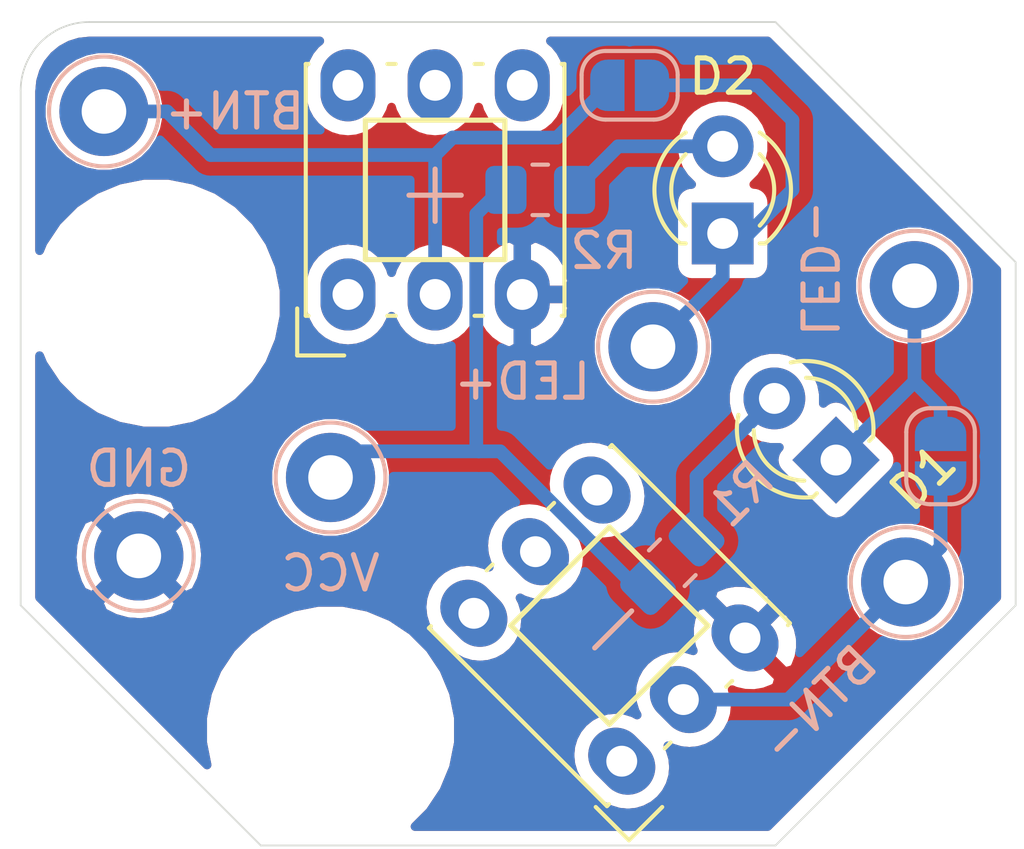
<source format=kicad_pcb>
(kicad_pcb (version 20171130) (host pcbnew 5.1.9+dfsg1-1)

  (general
    (thickness 1.6)
    (drawings 824)
    (tracks 36)
    (zones 0)
    (modules 16)
    (nets 9)
  )

  (page User 200 105.004)
  (layers
    (0 F.Cu signal)
    (31 B.Cu signal)
    (32 B.Adhes user)
    (33 F.Adhes user)
    (34 B.Paste user)
    (35 F.Paste user)
    (36 B.SilkS user)
    (37 F.SilkS user)
    (38 B.Mask user)
    (39 F.Mask user)
    (40 Dwgs.User user hide)
    (41 Cmts.User user hide)
    (42 Eco1.User user)
    (43 Eco2.User user)
    (44 Edge.Cuts user)
    (45 Margin user)
    (46 B.CrtYd user)
    (47 F.CrtYd user)
    (48 B.Fab user hide)
    (49 F.Fab user hide)
  )

  (setup
    (last_trace_width 0.4)
    (user_trace_width 0.3)
    (user_trace_width 0.4)
    (trace_clearance 0.2)
    (zone_clearance 0.4)
    (zone_45_only no)
    (trace_min 0.2)
    (via_size 0.8)
    (via_drill 0.4)
    (via_min_size 0.4)
    (via_min_drill 0.3)
    (uvia_size 0.3)
    (uvia_drill 0.1)
    (uvias_allowed no)
    (uvia_min_size 0.2)
    (uvia_min_drill 0.1)
    (edge_width 0.05)
    (segment_width 0.2)
    (pcb_text_width 0.3)
    (pcb_text_size 1.5 1.5)
    (mod_edge_width 0.12)
    (mod_text_size 1 1)
    (mod_text_width 0.15)
    (pad_size 1.524 1.524)
    (pad_drill 0.762)
    (pad_to_mask_clearance 0)
    (aux_axis_origin 0 0)
    (visible_elements FFFFFF7F)
    (pcbplotparams
      (layerselection 0x010fc_ffffffff)
      (usegerberextensions false)
      (usegerberattributes true)
      (usegerberadvancedattributes true)
      (creategerberjobfile true)
      (excludeedgelayer true)
      (linewidth 0.100000)
      (plotframeref false)
      (viasonmask false)
      (mode 1)
      (useauxorigin false)
      (hpglpennumber 1)
      (hpglpenspeed 20)
      (hpglpendiameter 15.000000)
      (psnegative false)
      (psa4output false)
      (plotreference true)
      (plotvalue true)
      (plotinvisibletext false)
      (padsonsilk false)
      (subtractmaskfromsilk false)
      (outputformat 1)
      (mirror false)
      (drillshape 1)
      (scaleselection 1)
      (outputdirectory ""))
  )

  (net 0 "")
  (net 1 GND)
  (net 2 VCC)
  (net 3 "Net-(D1-Pad2)")
  (net 4 "Net-(D2-Pad2)")
  (net 5 "Net-(D1-Pad1)")
  (net 6 "Net-(D2-Pad1)")
  (net 7 "Net-(JP2-Pad2)")
  (net 8 "Net-(JP1-Pad2)")

  (net_class Default "This is the default net class."
    (clearance 0.2)
    (trace_width 0.25)
    (via_dia 0.8)
    (via_drill 0.4)
    (uvia_dia 0.3)
    (uvia_drill 0.1)
    (add_net GND)
    (add_net "Net-(D1-Pad1)")
    (add_net "Net-(D1-Pad2)")
    (add_net "Net-(D2-Pad1)")
    (add_net "Net-(D2-Pad2)")
    (add_net "Net-(JP1-Pad2)")
    (add_net "Net-(JP2-Pad2)")
    (add_net "Net-(SWMINUS1-Pad1)")
    (add_net "Net-(SWMINUS1-Pad4)")
    (add_net "Net-(SWMINUS1-Pad5)")
    (add_net "Net-(SWMINUS1-Pad6)")
    (add_net "Net-(SWPLUS1-Pad1)")
    (add_net "Net-(SWPLUS1-Pad4)")
    (add_net "Net-(SWPLUS1-Pad5)")
    (add_net "Net-(SWPLUS1-Pad6)")
    (add_net VCC)
  )

  (module MountingHole:MountingHole_3.2mm_M3 (layer F.Cu) (tedit 56D1B4CB) (tstamp 61889A18)
    (at 123.952 28.194)
    (descr "Mounting Hole 3.2mm, no annular, M3")
    (tags "mounting hole 3.2mm no annular m3")
    (path /61886D3D)
    (attr virtual)
    (fp_text reference H2 (at 0 -4.2) (layer F.SilkS) hide
      (effects (font (size 1 1) (thickness 0.15)))
    )
    (fp_text value MountingHole (at 0 4.2) (layer F.Fab)
      (effects (font (size 1 1) (thickness 0.15)))
    )
    (fp_text user %R (at 0.3 0) (layer F.Fab)
      (effects (font (size 1 1) (thickness 0.15)))
    )
    (fp_circle (center 0 0) (end 3.2 0) (layer Cmts.User) (width 0.15))
    (fp_circle (center 0 0) (end 3.45 0) (layer F.CrtYd) (width 0.05))
    (pad 1 np_thru_hole circle (at 0 0) (size 3.2 3.2) (drill 3.2) (layers *.Cu *.Mask))
  )

  (module MountingHole:MountingHole_3.2mm_M3 (layer F.Cu) (tedit 56D1B4CB) (tstamp 61889A10)
    (at 129.032 40.64)
    (descr "Mounting Hole 3.2mm, no annular, M3")
    (tags "mounting hole 3.2mm no annular m3")
    (path /61883B3D)
    (attr virtual)
    (fp_text reference H1 (at 0 -4.2) (layer F.SilkS) hide
      (effects (font (size 1 1) (thickness 0.15)))
    )
    (fp_text value MountingHole (at 0 4.2) (layer F.Fab)
      (effects (font (size 1 1) (thickness 0.15)))
    )
    (fp_text user %R (at 0.3 0) (layer F.Fab)
      (effects (font (size 1 1) (thickness 0.15)))
    )
    (fp_circle (center 0 0) (end 3.2 0) (layer Cmts.User) (width 0.15))
    (fp_circle (center 0 0) (end 3.45 0) (layer F.CrtYd) (width 0.05))
    (pad 1 np_thru_hole circle (at 0 0) (size 3.2 3.2) (drill 3.2) (layers *.Cu *.Mask))
  )

  (module Jumper:SolderJumper-2_P1.3mm_Open_RoundedPad1.0x1.5mm (layer B.Cu) (tedit 5B391E66) (tstamp 618AF6AB)
    (at 146.812 32.654 270)
    (descr "SMD Solder Jumper, 1x1.5mm, rounded Pads, 0.3mm gap, open")
    (tags "solder jumper open")
    (path /618C7648)
    (attr virtual)
    (fp_text reference JP2 (at 0.112 -2.54 90) (layer B.SilkS) hide
      (effects (font (size 1 1) (thickness 0.15)) (justify mirror))
    )
    (fp_text value SJ (at 0 -1.9 90) (layer B.Fab)
      (effects (font (size 1 1) (thickness 0.15)) (justify mirror))
    )
    (fp_arc (start -0.7 0.3) (end -0.7 1) (angle 90) (layer B.SilkS) (width 0.12))
    (fp_arc (start -0.7 -0.3) (end -1.4 -0.3) (angle 90) (layer B.SilkS) (width 0.12))
    (fp_arc (start 0.7 -0.3) (end 0.7 -1) (angle 90) (layer B.SilkS) (width 0.12))
    (fp_arc (start 0.7 0.3) (end 1.4 0.3) (angle 90) (layer B.SilkS) (width 0.12))
    (fp_line (start -1.4 -0.3) (end -1.4 0.3) (layer B.SilkS) (width 0.12))
    (fp_line (start 0.7 -1) (end -0.7 -1) (layer B.SilkS) (width 0.12))
    (fp_line (start 1.4 0.3) (end 1.4 -0.3) (layer B.SilkS) (width 0.12))
    (fp_line (start -0.7 1) (end 0.7 1) (layer B.SilkS) (width 0.12))
    (fp_line (start -1.65 1.25) (end 1.65 1.25) (layer B.CrtYd) (width 0.05))
    (fp_line (start -1.65 1.25) (end -1.65 -1.25) (layer B.CrtYd) (width 0.05))
    (fp_line (start 1.65 -1.25) (end 1.65 1.25) (layer B.CrtYd) (width 0.05))
    (fp_line (start 1.65 -1.25) (end -1.65 -1.25) (layer B.CrtYd) (width 0.05))
    (pad 2 smd custom (at 0.65 0 270) (size 1 0.5) (layers B.Cu B.Mask)
      (net 7 "Net-(JP2-Pad2)") (zone_connect 2)
      (options (clearance outline) (anchor rect))
      (primitives
        (gr_circle (center 0 -0.25) (end 0.5 -0.25) (width 0))
        (gr_circle (center 0 0.25) (end 0.5 0.25) (width 0))
        (gr_poly (pts
           (xy 0 0.75) (xy -0.5 0.75) (xy -0.5 -0.75) (xy 0 -0.75)) (width 0))
      ))
    (pad 1 smd custom (at -0.65 0 270) (size 1 0.5) (layers B.Cu B.Mask)
      (net 5 "Net-(D1-Pad1)") (zone_connect 2)
      (options (clearance outline) (anchor rect))
      (primitives
        (gr_circle (center 0 -0.25) (end 0.5 -0.25) (width 0))
        (gr_circle (center 0 0.25) (end 0.5 0.25) (width 0))
        (gr_poly (pts
           (xy 0 0.75) (xy 0.5 0.75) (xy 0.5 -0.75) (xy 0 -0.75)) (width 0))
      ))
  )

  (module Jumper:SolderJumper-2_P1.3mm_Open_RoundedPad1.0x1.5mm (layer B.Cu) (tedit 5B391E66) (tstamp 618AF699)
    (at 137.75 21.844 180)
    (descr "SMD Solder Jumper, 1x1.5mm, rounded Pads, 0.3mm gap, open")
    (tags "solder jumper open")
    (path /618B6ADC)
    (attr virtual)
    (fp_text reference JP1 (at 0 1.8) (layer B.SilkS) hide
      (effects (font (size 1 1) (thickness 0.15)) (justify mirror))
    )
    (fp_text value SJ (at 0 -1.9) (layer B.Fab)
      (effects (font (size 1 1) (thickness 0.15)) (justify mirror))
    )
    (fp_arc (start -0.7 0.3) (end -0.7 1) (angle 90) (layer B.SilkS) (width 0.12))
    (fp_arc (start -0.7 -0.3) (end -1.4 -0.3) (angle 90) (layer B.SilkS) (width 0.12))
    (fp_arc (start 0.7 -0.3) (end 0.7 -1) (angle 90) (layer B.SilkS) (width 0.12))
    (fp_arc (start 0.7 0.3) (end 1.4 0.3) (angle 90) (layer B.SilkS) (width 0.12))
    (fp_line (start -1.4 -0.3) (end -1.4 0.3) (layer B.SilkS) (width 0.12))
    (fp_line (start 0.7 -1) (end -0.7 -1) (layer B.SilkS) (width 0.12))
    (fp_line (start 1.4 0.3) (end 1.4 -0.3) (layer B.SilkS) (width 0.12))
    (fp_line (start -0.7 1) (end 0.7 1) (layer B.SilkS) (width 0.12))
    (fp_line (start -1.65 1.25) (end 1.65 1.25) (layer B.CrtYd) (width 0.05))
    (fp_line (start -1.65 1.25) (end -1.65 -1.25) (layer B.CrtYd) (width 0.05))
    (fp_line (start 1.65 -1.25) (end 1.65 1.25) (layer B.CrtYd) (width 0.05))
    (fp_line (start 1.65 -1.25) (end -1.65 -1.25) (layer B.CrtYd) (width 0.05))
    (pad 2 smd custom (at 0.65 0 180) (size 1 0.5) (layers B.Cu B.Mask)
      (net 8 "Net-(JP1-Pad2)") (zone_connect 2)
      (options (clearance outline) (anchor rect))
      (primitives
        (gr_circle (center 0 -0.25) (end 0.5 -0.25) (width 0))
        (gr_circle (center 0 0.25) (end 0.5 0.25) (width 0))
        (gr_poly (pts
           (xy 0 0.75) (xy -0.5 0.75) (xy -0.5 -0.75) (xy 0 -0.75)) (width 0))
      ))
    (pad 1 smd custom (at -0.65 0 180) (size 1 0.5) (layers B.Cu B.Mask)
      (net 6 "Net-(D2-Pad1)") (zone_connect 2)
      (options (clearance outline) (anchor rect))
      (primitives
        (gr_circle (center 0 -0.25) (end 0.5 -0.25) (width 0))
        (gr_circle (center 0 0.25) (end 0.5 0.25) (width 0))
        (gr_poly (pts
           (xy 0 0.75) (xy 0.5 0.75) (xy 0.5 -0.75) (xy 0 -0.75)) (width 0))
      ))
  )

  (module Connector_Pin:Pin_D1.3mm_L11.0mm (layer B.Cu) (tedit 5A1DC085) (tstamp 618AF4B9)
    (at 129.032 33.274)
    (descr "solder Pin_ diameter 1.3mm, hole diameter 1.3mm, length 11.0mm")
    (tags "solder Pin_ pressfit")
    (path /618B34CD)
    (fp_text reference VCC1 (at 0 2.794) (layer B.SilkS) hide
      (effects (font (size 1 1) (thickness 0.15)) (justify mirror))
    )
    (fp_text value pad (at 0 2.05) (layer B.Fab)
      (effects (font (size 1 1) (thickness 0.15)) (justify mirror))
    )
    (fp_circle (center 0 0) (end 1.6 -0.05) (layer B.SilkS) (width 0.12))
    (fp_circle (center 0 0) (end 1.25 0.05) (layer B.Fab) (width 0.12))
    (fp_circle (center 0 0) (end 0.65 0.05) (layer B.Fab) (width 0.12))
    (fp_circle (center 0 0) (end 1.8 0) (layer B.CrtYd) (width 0.05))
    (fp_text user %R (at 0 -2.4) (layer B.Fab)
      (effects (font (size 1 1) (thickness 0.15)) (justify mirror))
    )
    (pad 1 thru_hole circle (at 0 0) (size 2.6 2.6) (drill 1.3) (layers *.Cu *.Mask)
      (net 2 VCC))
    (model ${KISYS3DMOD}/Connector_Pin.3dshapes/Pin_D1.3mm_L11.0mm.wrl
      (at (xyz 0 0 0))
      (scale (xyz 1 1 1))
      (rotate (xyz 0 0 0))
    )
  )

  (module Connector_Pin:Pin_D1.3mm_L11.0mm (layer B.Cu) (tedit 5A1DC085) (tstamp 618AF48B)
    (at 123.444 35.56)
    (descr "solder Pin_ diameter 1.3mm, hole diameter 1.3mm, length 11.0mm")
    (tags "solder Pin_ pressfit")
    (path /618B1FC3)
    (fp_text reference GND1 (at 0 -2.54) (layer B.SilkS) hide
      (effects (font (size 1 1) (thickness 0.15)) (justify mirror))
    )
    (fp_text value pad (at 0 2.05) (layer B.Fab)
      (effects (font (size 1 1) (thickness 0.15)) (justify mirror))
    )
    (fp_circle (center 0 0) (end 1.6 -0.05) (layer B.SilkS) (width 0.12))
    (fp_circle (center 0 0) (end 1.25 0.05) (layer B.Fab) (width 0.12))
    (fp_circle (center 0 0) (end 0.65 0.05) (layer B.Fab) (width 0.12))
    (fp_circle (center 0 0) (end 1.8 0) (layer B.CrtYd) (width 0.05))
    (fp_text user %R (at 0 -2.4) (layer B.Fab)
      (effects (font (size 1 1) (thickness 0.15)) (justify mirror))
    )
    (pad 1 thru_hole circle (at 0 0) (size 2.6 2.6) (drill 1.3) (layers *.Cu *.Mask)
      (net 1 GND))
    (model ${KISYS3DMOD}/Connector_Pin.3dshapes/Pin_D1.3mm_L11.0mm.wrl
      (at (xyz 0 0 0))
      (scale (xyz 1 1 1))
      (rotate (xyz 0 0 0))
    )
  )

  (module Switch_KMZ:KLS7 (layer F.Cu) (tedit 61882A3D) (tstamp 618B059E)
    (at 137.16 37.592 135)
    (path /618C0361)
    (fp_text reference SWMINUS1 (at 0 0 225) (layer B.SilkS) hide
      (effects (font (size 2 2) (thickness 0.15)) (justify mirror))
    )
    (fp_text value SW_Push_DPDT (at 0 -4.826 135) (layer F.Fab)
      (effects (font (size 1 1) (thickness 0.15)))
    )
    (fp_line (start 4.572 -3.9) (end -4.572 -3.9) (layer F.CrtYd) (width 0.05))
    (fp_line (start -3.67 3.77) (end 3.67 3.77) (layer F.SilkS) (width 0.12))
    (fp_line (start -3.67 1.15) (end -3.67 1.39) (layer F.SilkS) (width 0.12))
    (fp_line (start -4.826 -4.02) (end -3.456 -4.02) (layer F.SilkS) (width 0.12))
    (fp_line (start 3.67 -3.77) (end 3.67 -3.69) (layer F.SilkS) (width 0.12))
    (fp_line (start -3.556 -3.65) (end 3.55 -3.65) (layer F.Fab) (width 0.1))
    (fp_line (start -3.67 3.69) (end -3.67 3.77) (layer F.SilkS) (width 0.12))
    (fp_line (start -3.67 -1.39) (end -3.67 -1.15) (layer F.SilkS) (width 0.12))
    (fp_line (start 3.67 3.77) (end 3.67 3.69) (layer F.SilkS) (width 0.12))
    (fp_line (start 3.67 -1.39) (end 3.67 -1.15) (layer F.SilkS) (width 0.12))
    (fp_line (start -3.67 -3.77) (end 3.67 -3.77) (layer F.SilkS) (width 0.12))
    (fp_line (start -3.67 -3.69) (end -3.67 -3.77) (layer F.SilkS) (width 0.12))
    (fp_line (start 3.67 1.15) (end 3.67 1.39) (layer F.SilkS) (width 0.12))
    (fp_line (start -4.826 -2.65) (end -4.826 -4.02) (layer F.SilkS) (width 0.12))
    (fp_line (start -4.572 3.9) (end 4.572 3.9) (layer F.CrtYd) (width 0.05))
    (fp_line (start 3.55 3.65) (end -3.55 3.65) (layer F.Fab) (width 0.1))
    (fp_line (start 3.55 -3.65) (end 3.55 3.65) (layer F.Fab) (width 0.1))
    (fp_line (start 4.572 3.9) (end 4.572 -3.9) (layer F.CrtYd) (width 0.05))
    (fp_line (start -3.55 3.65) (end -3.55 -3.556) (layer F.Fab) (width 0.1))
    (fp_line (start -4.572 -3.9) (end -4.572 3.9) (layer F.CrtYd) (width 0.05))
    (fp_line (start -2.032 -2.032) (end -2.032 2.032) (layer F.SilkS) (width 0.15))
    (fp_line (start -2.032 2.032) (end 2.032 2.032) (layer F.SilkS) (width 0.15))
    (fp_line (start 2.032 2.032) (end 2.032 -2.032) (layer F.SilkS) (width 0.15))
    (fp_line (start 2.032 -2.032) (end -2.032 -2.032) (layer F.SilkS) (width 0.15))
    (pad 6 thru_hole oval (at 3.048 0 135) (size 2.1 1.6) (drill 0.9) (layers *.Cu *.Mask))
    (pad 4 thru_hole oval (at 3.048 2.54 135) (size 2.1 1.6) (drill 0.9) (layers *.Cu *.Mask))
    (pad 2 thru_hole oval (at -3.048 2.54 135) (size 2.1 1.6) (drill 0.9) (layers *.Cu *.Mask)
      (net 1 GND))
    (pad 1 thru_hole oval (at -3.048 -2.54 135) (size 2.1 1.6) (drill 0.9) (layers *.Cu *.Mask))
    (pad 3 thru_hole oval (at -3.048 0 135) (size 2.1 1.6) (drill 0.9) (layers *.Cu *.Mask)
      (net 7 "Net-(JP2-Pad2)"))
    (pad 5 thru_hole oval (at 3.048 -2.54 135) (size 2.1 1.6) (drill 0.9) (layers *.Cu *.Mask))
  )

  (module Resistor_SMD:R_0805_2012Metric_Pad1.20x1.40mm_HandSolder (layer B.Cu) (tedit 5F68FEEE) (tstamp 618ADE69)
    (at 135.144 24.892)
    (descr "Resistor SMD 0805 (2012 Metric), square (rectangular) end terminal, IPC_7351 nominal with elongated pad for handsoldering. (Body size source: IPC-SM-782 page 72, https://www.pcb-3d.com/wordpress/wp-content/uploads/ipc-sm-782a_amendment_1_and_2.pdf), generated with kicad-footprint-generator")
    (tags "resistor handsolder")
    (path /618B709F)
    (attr smd)
    (fp_text reference R2 (at 1.856 1.778) (layer B.SilkS)
      (effects (font (size 1 1) (thickness 0.15)) (justify mirror))
    )
    (fp_text value 1k (at 0 -1.65) (layer B.Fab)
      (effects (font (size 1 1) (thickness 0.15)) (justify mirror))
    )
    (fp_line (start -1 -0.625) (end -1 0.625) (layer B.Fab) (width 0.1))
    (fp_line (start -1 0.625) (end 1 0.625) (layer B.Fab) (width 0.1))
    (fp_line (start 1 0.625) (end 1 -0.625) (layer B.Fab) (width 0.1))
    (fp_line (start 1 -0.625) (end -1 -0.625) (layer B.Fab) (width 0.1))
    (fp_line (start -0.227064 0.735) (end 0.227064 0.735) (layer B.SilkS) (width 0.12))
    (fp_line (start -0.227064 -0.735) (end 0.227064 -0.735) (layer B.SilkS) (width 0.12))
    (fp_line (start -1.85 -0.95) (end -1.85 0.95) (layer B.CrtYd) (width 0.05))
    (fp_line (start -1.85 0.95) (end 1.85 0.95) (layer B.CrtYd) (width 0.05))
    (fp_line (start 1.85 0.95) (end 1.85 -0.95) (layer B.CrtYd) (width 0.05))
    (fp_line (start 1.85 -0.95) (end -1.85 -0.95) (layer B.CrtYd) (width 0.05))
    (fp_text user %R (at 0 0) (layer B.Fab)
      (effects (font (size 0.5 0.5) (thickness 0.08)) (justify mirror))
    )
    (pad 2 smd roundrect (at 1 0) (size 1.2 1.4) (layers B.Cu B.Paste B.Mask) (roundrect_rratio 0.208333)
      (net 4 "Net-(D2-Pad2)"))
    (pad 1 smd roundrect (at -1 0) (size 1.2 1.4) (layers B.Cu B.Paste B.Mask) (roundrect_rratio 0.208333)
      (net 2 VCC))
    (model ${KISYS3DMOD}/Resistor_SMD.3dshapes/R_0805_2012Metric.wrl
      (at (xyz 0 0 0))
      (scale (xyz 1 1 1))
      (rotate (xyz 0 0 0))
    )
  )

  (module LED_THT:LED_D3.0mm (layer F.Cu) (tedit 587A3A7B) (tstamp 618ADE1C)
    (at 140.462 26.162 90)
    (descr "LED, diameter 3.0mm, 2 pins")
    (tags "LED diameter 3.0mm 2 pins")
    (path /618B7099)
    (fp_text reference D2 (at 4.572 0 180) (layer F.SilkS)
      (effects (font (size 1 1) (thickness 0.15)))
    )
    (fp_text value MINUS (at 1.27 2.96 90) (layer F.Fab)
      (effects (font (size 1 1) (thickness 0.15)))
    )
    (fp_circle (center 1.27 0) (end 2.77 0) (layer F.Fab) (width 0.1))
    (fp_line (start -0.23 -1.16619) (end -0.23 1.16619) (layer F.Fab) (width 0.1))
    (fp_line (start -0.29 -1.236) (end -0.29 -1.08) (layer F.SilkS) (width 0.12))
    (fp_line (start -0.29 1.08) (end -0.29 1.236) (layer F.SilkS) (width 0.12))
    (fp_line (start -1.15 -2.25) (end -1.15 2.25) (layer F.CrtYd) (width 0.05))
    (fp_line (start -1.15 2.25) (end 3.7 2.25) (layer F.CrtYd) (width 0.05))
    (fp_line (start 3.7 2.25) (end 3.7 -2.25) (layer F.CrtYd) (width 0.05))
    (fp_line (start 3.7 -2.25) (end -1.15 -2.25) (layer F.CrtYd) (width 0.05))
    (fp_arc (start 1.27 0) (end 0.229039 1.08) (angle -87.9) (layer F.SilkS) (width 0.12))
    (fp_arc (start 1.27 0) (end 0.229039 -1.08) (angle 87.9) (layer F.SilkS) (width 0.12))
    (fp_arc (start 1.27 0) (end -0.29 1.235516) (angle -108.8) (layer F.SilkS) (width 0.12))
    (fp_arc (start 1.27 0) (end -0.29 -1.235516) (angle 108.8) (layer F.SilkS) (width 0.12))
    (fp_arc (start 1.27 0) (end -0.23 -1.16619) (angle 284.3) (layer F.Fab) (width 0.1))
    (pad 2 thru_hole circle (at 2.54 0 90) (size 1.8 1.8) (drill 0.9) (layers *.Cu *.Mask)
      (net 4 "Net-(D2-Pad2)"))
    (pad 1 thru_hole rect (at 0 0 90) (size 1.8 1.8) (drill 0.9) (layers *.Cu *.Mask)
      (net 6 "Net-(D2-Pad1)"))
    (model ${KISYS3DMOD}/LED_THT.3dshapes/LED_D3.0mm.wrl
      (at (xyz 0 0 0))
      (scale (xyz 1 1 1))
      (rotate (xyz 0 0 0))
    )
  )

  (module Connector_Pin:Pin_D1.3mm_L11.0mm (layer B.Cu) (tedit 5A1DC085) (tstamp 618AFEBC)
    (at 145.796 36.322)
    (descr "solder Pin_ diameter 1.3mm, hole diameter 1.3mm, length 11.0mm")
    (tags "solder Pin_ pressfit")
    (path /618C035B)
    (fp_text reference OMINUS1 (at -2.546 3.428 45) (layer B.SilkS) hide
      (effects (font (size 1 1) (thickness 0.15)) (justify mirror))
    )
    (fp_text value pad (at 0 2.05) (layer B.Fab)
      (effects (font (size 1 1) (thickness 0.15)) (justify mirror))
    )
    (fp_circle (center 0 0) (end 1.8 0) (layer B.CrtYd) (width 0.05))
    (fp_circle (center 0 0) (end 0.65 0.05) (layer B.Fab) (width 0.12))
    (fp_circle (center 0 0) (end 1.25 0.05) (layer B.Fab) (width 0.12))
    (fp_circle (center 0 0) (end 1.6 -0.05) (layer B.SilkS) (width 0.12))
    (fp_text user %R (at 0 -2.4) (layer B.Fab)
      (effects (font (size 1 1) (thickness 0.15)) (justify mirror))
    )
    (pad 1 thru_hole circle (at 0 0) (size 2.6 2.6) (drill 1.3) (layers *.Cu *.Mask)
      (net 7 "Net-(JP2-Pad2)"))
    (model ${KISYS3DMOD}/Connector_Pin.3dshapes/Pin_D1.3mm_L11.0mm.wrl
      (at (xyz 0 0 0))
      (scale (xyz 1 1 1))
      (rotate (xyz 0 0 0))
    )
  )

  (module Connector_Pin:Pin_D1.3mm_L11.0mm (layer B.Cu) (tedit 5A1DC085) (tstamp 618B0246)
    (at 138.43 29.464)
    (descr "solder Pin_ diameter 1.3mm, hole diameter 1.3mm, length 11.0mm")
    (tags "solder Pin_ pressfit")
    (path /618B70AD)
    (fp_text reference IMINUS1 (at -3.68 1.036) (layer B.SilkS) hide
      (effects (font (size 1 1) (thickness 0.15)) (justify mirror))
    )
    (fp_text value pad (at 0 2.05) (layer B.Fab)
      (effects (font (size 1 1) (thickness 0.15)) (justify mirror))
    )
    (fp_circle (center 0 0) (end 1.8 0) (layer B.CrtYd) (width 0.05))
    (fp_circle (center 0 0) (end 0.65 0.05) (layer B.Fab) (width 0.12))
    (fp_circle (center 0 0) (end 1.25 0.05) (layer B.Fab) (width 0.12))
    (fp_circle (center 0 0) (end 1.6 -0.05) (layer B.SilkS) (width 0.12))
    (fp_text user %R (at 0 -2.4) (layer B.Fab)
      (effects (font (size 1 1) (thickness 0.15)) (justify mirror))
    )
    (pad 1 thru_hole circle (at 0 0) (size 2.6 2.6) (drill 1.3) (layers *.Cu *.Mask)
      (net 6 "Net-(D2-Pad1)"))
    (model ${KISYS3DMOD}/Connector_Pin.3dshapes/Pin_D1.3mm_L11.0mm.wrl
      (at (xyz 0 0 0))
      (scale (xyz 1 1 1))
      (rotate (xyz 0 0 0))
    )
  )

  (module Connector_Pin:Pin_D1.3mm_L11.0mm (layer B.Cu) (tedit 5A1DC085) (tstamp 618894E0)
    (at 122.428 22.606)
    (descr "solder Pin_ diameter 1.3mm, hole diameter 1.3mm, length 11.0mm")
    (tags "solder Pin_ pressfit")
    (path /61887291)
    (fp_text reference OPLUS1 (at 3.822 -0.106) (layer B.SilkS) hide
      (effects (font (size 1 1) (thickness 0.15)) (justify mirror))
    )
    (fp_text value pad (at 0 2.05) (layer B.Fab)
      (effects (font (size 1 1) (thickness 0.15)) (justify mirror))
    )
    (fp_circle (center 0 0) (end 1.8 0) (layer B.CrtYd) (width 0.05))
    (fp_circle (center 0 0) (end 0.65 0.05) (layer B.Fab) (width 0.12))
    (fp_circle (center 0 0) (end 1.25 0.05) (layer B.Fab) (width 0.12))
    (fp_circle (center 0 0) (end 1.6 -0.05) (layer B.SilkS) (width 0.12))
    (fp_text user %R (at 0 -2.4) (layer B.Fab)
      (effects (font (size 1 1) (thickness 0.15)) (justify mirror))
    )
    (pad 1 thru_hole circle (at 0 0) (size 2.6 2.6) (drill 1.3) (layers *.Cu *.Mask)
      (net 8 "Net-(JP1-Pad2)"))
    (model ${KISYS3DMOD}/Connector_Pin.3dshapes/Pin_D1.3mm_L11.0mm.wrl
      (at (xyz 0 0 0))
      (scale (xyz 1 1 1))
      (rotate (xyz 0 0 0))
    )
  )

  (module Connector_Pin:Pin_D1.3mm_L11.0mm (layer B.Cu) (tedit 5A1DC085) (tstamp 6188B87B)
    (at 146.05 27.686)
    (descr "solder Pin_ diameter 1.3mm, hole diameter 1.3mm, length 11.0mm")
    (tags "solder Pin_ pressfit")
    (path /61885982)
    (fp_text reference IPLUS1 (at -2.794 -0.508 -90) (layer B.SilkS) hide
      (effects (font (size 1 1) (thickness 0.15)) (justify mirror))
    )
    (fp_text value pad (at 0 2.05) (layer B.Fab)
      (effects (font (size 1 1) (thickness 0.15)) (justify mirror))
    )
    (fp_circle (center 0 0) (end 1.8 0) (layer B.CrtYd) (width 0.05))
    (fp_circle (center 0 0) (end 0.65 0.05) (layer B.Fab) (width 0.12))
    (fp_circle (center 0 0) (end 1.25 0.05) (layer B.Fab) (width 0.12))
    (fp_circle (center 0 0) (end 1.6 -0.05) (layer B.SilkS) (width 0.12))
    (fp_text user %R (at 0 -2.4) (layer B.Fab)
      (effects (font (size 1 1) (thickness 0.15)) (justify mirror))
    )
    (pad 1 thru_hole circle (at 0 0) (size 2.6 2.6) (drill 1.3) (layers *.Cu *.Mask)
      (net 5 "Net-(D1-Pad1)"))
    (model ${KISYS3DMOD}/Connector_Pin.3dshapes/Pin_D1.3mm_L11.0mm.wrl
      (at (xyz 0 0 0))
      (scale (xyz 1 1 1))
      (rotate (xyz 0 0 0))
    )
  )

  (module LED_THT:LED_D3.0mm (layer F.Cu) (tedit 587A3A7B) (tstamp 618B010D)
    (at 143.764 32.766 135)
    (descr "LED, diameter 3.0mm, 2 pins")
    (tags "LED diameter 3.0mm 2 pins")
    (path /6187E726)
    (fp_text reference D1 (at -2.155261 1.436841 225) (layer F.SilkS)
      (effects (font (size 1 1) (thickness 0.15)))
    )
    (fp_text value PLUS (at 1.27 2.96 135) (layer F.Fab)
      (effects (font (size 1 1) (thickness 0.15)))
    )
    (fp_line (start 3.7 -2.25) (end -1.15 -2.25) (layer F.CrtYd) (width 0.05))
    (fp_line (start 3.7 2.25) (end 3.7 -2.25) (layer F.CrtYd) (width 0.05))
    (fp_line (start -1.15 2.25) (end 3.7 2.25) (layer F.CrtYd) (width 0.05))
    (fp_line (start -1.15 -2.25) (end -1.15 2.25) (layer F.CrtYd) (width 0.05))
    (fp_line (start -0.29 1.08) (end -0.29 1.236) (layer F.SilkS) (width 0.12))
    (fp_line (start -0.29 -1.236) (end -0.29 -1.08) (layer F.SilkS) (width 0.12))
    (fp_line (start -0.23 -1.16619) (end -0.23 1.16619) (layer F.Fab) (width 0.1))
    (fp_circle (center 1.27 0) (end 2.77 0) (layer F.Fab) (width 0.1))
    (fp_arc (start 1.27 0) (end -0.23 -1.16619) (angle 284.3) (layer F.Fab) (width 0.1))
    (fp_arc (start 1.27 0) (end -0.29 -1.235516) (angle 108.8) (layer F.SilkS) (width 0.12))
    (fp_arc (start 1.27 0) (end -0.29 1.235516) (angle -108.8) (layer F.SilkS) (width 0.12))
    (fp_arc (start 1.27 0) (end 0.229039 -1.08) (angle 87.9) (layer F.SilkS) (width 0.12))
    (fp_arc (start 1.27 0) (end 0.229039 1.08) (angle -87.9) (layer F.SilkS) (width 0.12))
    (pad 1 thru_hole rect (at 0 0 135) (size 1.8 1.8) (drill 0.9) (layers *.Cu *.Mask)
      (net 5 "Net-(D1-Pad1)"))
    (pad 2 thru_hole circle (at 2.54 0 135) (size 1.8 1.8) (drill 0.9) (layers *.Cu *.Mask)
      (net 3 "Net-(D1-Pad2)"))
    (model ${KISYS3DMOD}/LED_THT.3dshapes/LED_D3.0mm.wrl
      (at (xyz 0 0 0))
      (scale (xyz 1 1 1))
      (rotate (xyz 0 0 0))
    )
  )

  (module Switch_KMZ:KLS7 (layer F.Cu) (tedit 61882A3D) (tstamp 61889E0D)
    (at 132.08 24.892 90)
    (path /61889CBB)
    (fp_text reference SWPLUS1 (at 0 0 90) (layer B.SilkS) hide
      (effects (font (size 2 2) (thickness 0.15)) (justify mirror))
    )
    (fp_text value SW_Push_DPDT (at 0 -4.826 90) (layer F.Fab)
      (effects (font (size 1 1) (thickness 0.15)))
    )
    (fp_line (start 4.572 -3.9) (end -4.572 -3.9) (layer F.CrtYd) (width 0.05))
    (fp_line (start -3.67 3.77) (end 3.67 3.77) (layer F.SilkS) (width 0.12))
    (fp_line (start -3.67 1.15) (end -3.67 1.39) (layer F.SilkS) (width 0.12))
    (fp_line (start -4.826 -4.02) (end -3.456 -4.02) (layer F.SilkS) (width 0.12))
    (fp_line (start 3.67 -3.77) (end 3.67 -3.69) (layer F.SilkS) (width 0.12))
    (fp_line (start -3.556 -3.65) (end 3.55 -3.65) (layer F.Fab) (width 0.1))
    (fp_line (start -3.67 3.69) (end -3.67 3.77) (layer F.SilkS) (width 0.12))
    (fp_line (start -3.67 -1.39) (end -3.67 -1.15) (layer F.SilkS) (width 0.12))
    (fp_line (start 3.67 3.77) (end 3.67 3.69) (layer F.SilkS) (width 0.12))
    (fp_line (start 3.67 -1.39) (end 3.67 -1.15) (layer F.SilkS) (width 0.12))
    (fp_line (start -3.67 -3.77) (end 3.67 -3.77) (layer F.SilkS) (width 0.12))
    (fp_line (start -3.67 -3.69) (end -3.67 -3.77) (layer F.SilkS) (width 0.12))
    (fp_line (start 3.67 1.15) (end 3.67 1.39) (layer F.SilkS) (width 0.12))
    (fp_line (start -4.826 -2.65) (end -4.826 -4.02) (layer F.SilkS) (width 0.12))
    (fp_line (start -4.572 3.9) (end 4.572 3.9) (layer F.CrtYd) (width 0.05))
    (fp_line (start 3.55 3.65) (end -3.55 3.65) (layer F.Fab) (width 0.1))
    (fp_line (start 3.55 -3.65) (end 3.55 3.65) (layer F.Fab) (width 0.1))
    (fp_line (start 4.572 3.9) (end 4.572 -3.9) (layer F.CrtYd) (width 0.05))
    (fp_line (start -3.55 3.65) (end -3.55 -3.556) (layer F.Fab) (width 0.1))
    (fp_line (start -4.572 -3.9) (end -4.572 3.9) (layer F.CrtYd) (width 0.05))
    (fp_line (start -2.032 -2.032) (end -2.032 2.032) (layer F.SilkS) (width 0.15))
    (fp_line (start -2.032 2.032) (end 2.032 2.032) (layer F.SilkS) (width 0.15))
    (fp_line (start 2.032 2.032) (end 2.032 -2.032) (layer F.SilkS) (width 0.15))
    (fp_line (start 2.032 -2.032) (end -2.032 -2.032) (layer F.SilkS) (width 0.15))
    (pad 6 thru_hole oval (at 3.048 0 90) (size 2.1 1.6) (drill 0.9) (layers *.Cu *.Mask))
    (pad 4 thru_hole oval (at 3.048 2.54 90) (size 2.1 1.6) (drill 0.9) (layers *.Cu *.Mask))
    (pad 2 thru_hole oval (at -3.048 2.54 90) (size 2.1 1.6) (drill 0.9) (layers *.Cu *.Mask)
      (net 1 GND))
    (pad 1 thru_hole oval (at -3.048 -2.54 90) (size 2.1 1.6) (drill 0.9) (layers *.Cu *.Mask))
    (pad 3 thru_hole oval (at -3.048 0 90) (size 2.1 1.6) (drill 0.9) (layers *.Cu *.Mask)
      (net 8 "Net-(JP1-Pad2)"))
    (pad 5 thru_hole oval (at 3.048 -2.54 90) (size 2.1 1.6) (drill 0.9) (layers *.Cu *.Mask))
  )

  (module Resistor_SMD:R_0805_2012Metric_Pad1.20x1.40mm_HandSolder (layer B.Cu) (tedit 5F68FEEE) (tstamp 61889548)
    (at 138.992893 35.759107 45)
    (descr "Resistor SMD 0805 (2012 Metric), square (rectangular) end terminal, IPC_7351 nominal with elongated pad for handsoldering. (Body size source: IPC-SM-782 page 72, https://www.pcb-3d.com/wordpress/wp-content/uploads/ipc-sm-782a_amendment_1_and_2.pdf), generated with kicad-footprint-generator")
    (tags "resistor handsolder")
    (path /61880209)
    (attr smd)
    (fp_text reference R1 (at 2.839892 -0.001414 45) (layer B.SilkS)
      (effects (font (size 1 1) (thickness 0.15)) (justify mirror))
    )
    (fp_text value 1k (at 0 -1.65 45) (layer B.Fab)
      (effects (font (size 1 1) (thickness 0.15)) (justify mirror))
    )
    (fp_line (start -1 -0.625) (end -1 0.625) (layer B.Fab) (width 0.1))
    (fp_line (start -1 0.625) (end 1 0.625) (layer B.Fab) (width 0.1))
    (fp_line (start 1 0.625) (end 1 -0.625) (layer B.Fab) (width 0.1))
    (fp_line (start 1 -0.625) (end -1 -0.625) (layer B.Fab) (width 0.1))
    (fp_line (start -0.227064 0.735) (end 0.227064 0.735) (layer B.SilkS) (width 0.12))
    (fp_line (start -0.227064 -0.735) (end 0.227064 -0.735) (layer B.SilkS) (width 0.12))
    (fp_line (start -1.85 -0.95) (end -1.85 0.95) (layer B.CrtYd) (width 0.05))
    (fp_line (start -1.85 0.95) (end 1.85 0.95) (layer B.CrtYd) (width 0.05))
    (fp_line (start 1.85 0.95) (end 1.85 -0.95) (layer B.CrtYd) (width 0.05))
    (fp_line (start 1.85 -0.95) (end -1.85 -0.95) (layer B.CrtYd) (width 0.05))
    (fp_text user %R (at 0 0 45) (layer B.Fab)
      (effects (font (size 0.5 0.5) (thickness 0.08)) (justify mirror))
    )
    (pad 2 smd roundrect (at 1 0 45) (size 1.2 1.4) (layers B.Cu B.Paste B.Mask) (roundrect_rratio 0.208333)
      (net 3 "Net-(D1-Pad2)"))
    (pad 1 smd roundrect (at -1 0 45) (size 1.2 1.4) (layers B.Cu B.Paste B.Mask) (roundrect_rratio 0.208333)
      (net 2 VCC))
    (model ${KISYS3DMOD}/Resistor_SMD.3dshapes/R_0805_2012Metric.wrl
      (at (xyz 0 0 0))
      (scale (xyz 1 1 1))
      (rotate (xyz 0 0 0))
    )
  )

  (gr_text - (at 137.16 37.592 45) (layer B.SilkS)
    (effects (font (size 2 2) (thickness 0.15)) (justify mirror))
  )
  (gr_text + (at 132.08 24.892) (layer B.SilkS)
    (effects (font (size 2 2) (thickness 0.15)) (justify mirror))
  )
  (gr_text LED- (at 143.256 27.178 270) (layer B.SilkS)
    (effects (font (size 1 1) (thickness 0.15)) (justify mirror))
  )
  (gr_text BTN- (at 143.256 39.878 45) (layer B.SilkS)
    (effects (font (size 1 1) (thickness 0.15)) (justify mirror))
  )
  (gr_text LED+ (at 134.62 30.48) (layer B.SilkS)
    (effects (font (size 1 1) (thickness 0.15)) (justify mirror))
  )
  (gr_text VCC (at 129.032 36.068) (layer B.SilkS)
    (effects (font (size 1 1) (thickness 0.15)) (justify mirror))
  )
  (gr_text GND (at 123.444 33.02) (layer B.SilkS)
    (effects (font (size 1 1) (thickness 0.15)) (justify mirror))
  )
  (gr_text BTN+ (at 126.238 22.606) (layer B.SilkS)
    (effects (font (size 1 1) (thickness 0.15)) (justify mirror))
  )
  (gr_arc (start 122 22) (end 122 20) (angle -90) (layer Edge.Cuts) (width 0.05))
  (gr_line (start 120 37) (end 120 22) (layer Edge.Cuts) (width 0.05) (tstamp 618AEF85))
  (gr_line (start 127 44) (end 120 37) (layer Edge.Cuts) (width 0.05))
  (gr_line (start 142 44) (end 127 44) (layer Edge.Cuts) (width 0.05))
  (gr_line (start 149 37) (end 142 44) (layer Edge.Cuts) (width 0.05))
  (gr_line (start 149 27) (end 149 37) (layer Edge.Cuts) (width 0.05))
  (gr_line (start 142 20) (end 149 27) (layer Edge.Cuts) (width 0.05))
  (gr_line (start 122 20) (end 142 20) (layer Edge.Cuts) (width 0.05))
  (gr_line (start 133.509037 28.134189) (end 133.350096 28.196857) (layer Dwgs.User) (width 0.049999) (tstamp 618AE2E5))
  (gr_line (start 124.525572 26.750696) (end 124.591653 26.783365) (layer Dwgs.User) (width 0.075999) (tstamp 618AE2E8))
  (gr_line (start 124.458289 26.721467) (end 124.525572 26.750696) (layer Dwgs.User) (width 0.075999) (tstamp 618AE2EB))
  (gr_line (start 124.389938 26.695676) (end 124.458289 26.721467) (layer Dwgs.User) (width 0.075999) (tstamp 618AE2EE))
  (gr_line (start 124.320653 26.673324) (end 124.389938 26.695676) (layer Dwgs.User) (width 0.075999) (tstamp 618AE2F1))
  (gr_line (start 124.250566 26.654411) (end 124.320653 26.673324) (layer Dwgs.User) (width 0.075999) (tstamp 618AE2F4))
  (gr_line (start 135.048934 26.86612) (end 134.951353 27.003342) (layer Dwgs.User) (width 0.049999) (tstamp 618AE2F7))
  (gr_line (start 132.504533 28.391166) (end 132.326788 28.404682) (layer Dwgs.User) (width 0.049999) (tstamp 618AE2FA))
  (gr_line (start 128.921727 23.546878) (end 128.991818 23.391842) (layer Dwgs.User) (width 0.049999) (tstamp 618AE2FD))
  (gr_line (start 128.859059 23.705819) (end 128.921727 23.546878) (layer Dwgs.User) (width 0.049999) (tstamp 618AE300))
  (gr_line (start 128.804032 23.868443) (end 128.859059 23.705819) (layer Dwgs.User) (width 0.049999) (tstamp 618AE303))
  (gr_line (start 140.469915 38.92471) (end 140.401766 39.081581) (layer Dwgs.User) (width 0.049999) (tstamp 618AE306))
  (gr_line (start 140.530046 38.765348) (end 140.469915 38.92471) (layer Dwgs.User) (width 0.049999) (tstamp 618AE309))
  (gr_line (start 140.582159 38.603808) (end 140.530046 38.765348) (layer Dwgs.User) (width 0.049999) (tstamp 618AE30C))
  (gr_line (start 140.626255 38.440399) (end 140.582159 38.603808) (layer Dwgs.User) (width 0.049999) (tstamp 618AE30F))
  (gr_line (start 139.700236 40.083785) (end 139.700236 40.083785) (layer Dwgs.User) (width 0.049999) (tstamp 618AE312))
  (gr_line (start 139.824507 39.953066) (end 139.700236 40.083785) (layer Dwgs.User) (width 0.049999) (tstamp 618AE315))
  (gr_line (start 139.940761 39.817678) (end 139.824507 39.953066) (layer Dwgs.User) (width 0.049999) (tstamp 618AE318))
  (gr_line (start 140.048997 39.67793) (end 139.940761 39.817678) (layer Dwgs.User) (width 0.049999) (tstamp 618AE31B))
  (gr_line (start 135.294777 40.532764) (end 135.150982 40.432545) (layer Dwgs.User) (width 0.049999) (tstamp 618AE31E))
  (gr_line (start 135.442308 40.624965) (end 135.294777 40.532764) (layer Dwgs.User) (width 0.049999) (tstamp 618AE321))
  (gr_line (start 135.593263 40.709148) (end 135.442308 40.624965) (layer Dwgs.User) (width 0.049999) (tstamp 618AE324))
  (gr_line (start 135.747332 40.785314) (end 135.593263 40.709148) (layer Dwgs.User) (width 0.049999) (tstamp 618AE327))
  (gr_line (start 135.904203 40.853463) (end 135.747332 40.785314) (layer Dwgs.User) (width 0.049999) (tstamp 618AE32A))
  (gr_line (start 137.725674 41.073944) (end 137.558529 41.093987) (layer Dwgs.User) (width 0.049999) (tstamp 618AE32D))
  (gr_line (start 137.891885 41.045882) (end 137.725674 41.073944) (layer Dwgs.User) (width 0.049999) (tstamp 618AE330))
  (gr_line (start 138.05685 41.009804) (end 137.891885 41.045882) (layer Dwgs.User) (width 0.049999) (tstamp 618AE333))
  (gr_line (start 138.220259 40.965708) (end 138.05685 41.009804) (layer Dwgs.User) (width 0.049999) (tstamp 618AE336))
  (gr_line (start 138.3818 40.913594) (end 138.220259 40.965708) (layer Dwgs.User) (width 0.049999) (tstamp 618AE339))
  (gr_line (start 128.756868 24.034532) (end 128.804032 23.868443) (layer Dwgs.User) (width 0.049999) (tstamp 618AE33C))
  (gr_line (start 128.717786 24.203864) (end 128.756868 24.034532) (layer Dwgs.User) (width 0.049999) (tstamp 618AE33F))
  (gr_line (start 128.687006 24.376221) (end 128.717786 24.203864) (layer Dwgs.User) (width 0.049999) (tstamp 618AE342))
  (gr_line (start 139.294382 40.432545) (end 139.150587 40.532764) (layer Dwgs.User) (width 0.049999) (tstamp 618AE345))
  (gr_line (start 139.434129 40.324309) (end 139.294382 40.432545) (layer Dwgs.User) (width 0.049999) (tstamp 618AE348))
  (gr_line (start 139.569518 40.208056) (end 139.434129 40.324309) (layer Dwgs.User) (width 0.049999) (tstamp 618AE34B))
  (gr_line (start 139.700236 40.083785) (end 139.569518 40.208056) (layer Dwgs.User) (width 0.049999) (tstamp 618AE34E))
  (gr_line (start 136.063564 40.913594) (end 135.904203 40.853463) (layer Dwgs.User) (width 0.049999) (tstamp 618AE351))
  (gr_line (start 136.225105 40.965708) (end 136.063564 40.913594) (layer Dwgs.User) (width 0.049999) (tstamp 618AE354))
  (gr_line (start 136.388514 41.009804) (end 136.225105 40.965708) (layer Dwgs.User) (width 0.049999) (tstamp 618AE357))
  (gr_line (start 136.55348 41.045882) (end 136.388514 41.009804) (layer Dwgs.User) (width 0.049999) (tstamp 618AE35A))
  (gr_line (start 136.719691 41.073944) (end 136.55348 41.045882) (layer Dwgs.User) (width 0.049999) (tstamp 618AE35D))
  (gr_line (start 128.991818 26.426631) (end 128.921727 26.271594) (layer Dwgs.User) (width 0.049999) (tstamp 618AE360))
  (gr_line (start 129.069112 26.577544) (end 128.991818 26.426631) (layer Dwgs.User) (width 0.049999) (tstamp 618AE363))
  (gr_line (start 129.153388 26.724114) (end 129.069112 26.577544) (layer Dwgs.User) (width 0.049999) (tstamp 618AE366))
  (gr_line (start 134.103562 27.811491) (end 133.961556 27.902529) (layer Dwgs.User) (width 0.049999) (tstamp 618AE369))
  (gr_line (start 133.814987 27.986805) (end 133.664074 28.064098) (layer Dwgs.User) (width 0.049999) (tstamp 618AE36C))
  (gr_line (start 130.784326 28.134189) (end 130.629289 28.064098) (layer Dwgs.User) (width 0.049999) (tstamp 618AE36F))
  (gr_line (start 130.943266 28.196857) (end 130.784326 28.134189) (layer Dwgs.User) (width 0.049999) (tstamp 618AE372))
  (gr_line (start 131.44131 28.338128) (end 131.271978 28.299047) (layer Dwgs.User) (width 0.049999) (tstamp 618AE375))
  (gr_line (start 131.613666 28.368908) (end 131.44131 28.338128) (layer Dwgs.User) (width 0.049999) (tstamp 618AE378))
  (gr_line (start 135.60635 25.442252) (end 135.575571 25.614608) (layer Dwgs.User) (width 0.049999) (tstamp 618AE37B))
  (gr_line (start 135.489325 25.950029) (end 135.434299 26.112654) (layer Dwgs.User) (width 0.049999) (tstamp 618AE37E))
  (gr_line (start 135.371631 26.271594) (end 135.30154 26.426631) (layer Dwgs.User) (width 0.049999) (tstamp 618AE381))
  (gr_line (start 138.541162 40.853463) (end 138.3818 40.913594) (layer Dwgs.User) (width 0.049999) (tstamp 618AE384))
  (gr_line (start 138.698032 40.785314) (end 138.541162 40.853463) (layer Dwgs.User) (width 0.049999) (tstamp 618AE387))
  (gr_line (start 138.852101 40.709148) (end 138.698032 40.785314) (layer Dwgs.User) (width 0.049999) (tstamp 618AE38A))
  (gr_line (start 139.003057 40.624965) (end 138.852101 40.709148) (layer Dwgs.User) (width 0.049999) (tstamp 618AE38D))
  (gr_line (start 139.150587 40.532764) (end 139.003057 40.624965) (layer Dwgs.User) (width 0.049999) (tstamp 618AE390))
  (gr_line (start 134.240785 27.71391) (end 134.103562 27.811491) (layer Dwgs.User) (width 0.049999) (tstamp 618AE393))
  (gr_line (start 128.664748 24.551381) (end 128.687006 24.376221) (layer Dwgs.User) (width 0.049999) (tstamp 618AE396))
  (gr_line (start 128.651232 24.729126) (end 128.664748 24.551381) (layer Dwgs.User) (width 0.049999) (tstamp 618AE399))
  (gr_line (start 128.646678 24.909236) (end 128.651232 24.729126) (layer Dwgs.User) (width 0.049999) (tstamp 618AE39C))
  (gr_line (start 129.469951 42.231837) (end 129.400665 42.254189) (layer Dwgs.User) (width 0.075999) (tstamp 618AE39F))
  (gr_line (start 129.538302 42.206045) (end 129.469951 42.231837) (layer Dwgs.User) (width 0.075999) (tstamp 618AE3A2))
  (gr_line (start 129.605585 42.176815) (end 129.538302 42.206045) (layer Dwgs.User) (width 0.075999) (tstamp 618AE3A5))
  (gr_line (start 129.671665 42.144146) (end 129.605585 42.176815) (layer Dwgs.User) (width 0.075999) (tstamp 618AE3A8))
  (gr_line (start 129.736411 42.108037) (end 129.671665 42.144146) (layer Dwgs.User) (width 0.075999) (tstamp 618AE3AB))
  (gr_line (start 130.035434 41.875914) (end 130.035434 41.875914) (layer Dwgs.User) (width 0.075999) (tstamp 618AE3AE))
  (gr_line (start 130.088735 41.819848) (end 130.035434 41.875914) (layer Dwgs.User) (width 0.075999) (tstamp 618AE3B1))
  (gr_line (start 130.138597 41.761778) (end 130.088735 41.819848) (layer Dwgs.User) (width 0.075999) (tstamp 618AE3B4))
  (gr_line (start 130.185021 41.701839) (end 130.138597 41.761778) (layer Dwgs.User) (width 0.075999) (tstamp 618AE3B7))
  (gr_line (start 130.228005 41.640164) (end 130.185021 41.701839) (layer Dwgs.User) (width 0.075999) (tstamp 618AE3BA))
  (gr_line (start 122.405462 28.329981) (end 122.396865 28.25829) (layer Dwgs.User) (width 0.075999) (tstamp 618AE3BD))
  (gr_line (start 122.417497 28.401271) (end 122.405462 28.329981) (layer Dwgs.User) (width 0.075999) (tstamp 618AE3C0))
  (gr_line (start 122.432972 28.472027) (end 122.417497 28.401271) (layer Dwgs.User) (width 0.075999) (tstamp 618AE3C3))
  (gr_line (start 122.451885 28.542115) (end 122.432972 28.472027) (layer Dwgs.User) (width 0.075999) (tstamp 618AE3C6))
  (gr_line (start 122.474237 28.611402) (end 122.451885 28.542115) (layer Dwgs.User) (width 0.075999) (tstamp 618AE3C9))
  (gr_line (start 130.267551 41.576887) (end 130.228005 41.640164) (layer Dwgs.User) (width 0.075999) (tstamp 618AE3CC))
  (gr_line (start 130.303659 41.51214) (end 130.267551 41.576887) (layer Dwgs.User) (width 0.075999) (tstamp 618AE3CF))
  (gr_line (start 130.336327 41.446058) (end 130.303659 41.51214) (layer Dwgs.User) (width 0.075999) (tstamp 618AE3D2))
  (gr_line (start 130.365557 41.378774) (end 130.336327 41.446058) (layer Dwgs.User) (width 0.075999) (tstamp 618AE3D5))
  (gr_line (start 130.391348 41.310422) (end 130.365557 41.378774) (layer Dwgs.User) (width 0.075999) (tstamp 618AE3D8))
  (gr_line (start 128.757063 42.300617) (end 128.685775 42.288581) (layer Dwgs.User) (width 0.075999) (tstamp 618AE3DB))
  (gr_line (start 128.828753 42.309213) (end 128.757063 42.300617) (layer Dwgs.User) (width 0.075999) (tstamp 618AE3DE))
  (gr_line (start 128.900709 42.314371) (end 128.828753 42.309213) (layer Dwgs.User) (width 0.075999) (tstamp 618AE3E1))
  (gr_line (start 128.972799 42.31609) (end 128.900709 42.314371) (layer Dwgs.User) (width 0.075999) (tstamp 618AE3E4))
  (gr_line (start 129.044889 42.314371) (end 128.972799 42.31609) (layer Dwgs.User) (width 0.075999) (tstamp 618AE3E7))
  (gr_line (start 128.084234 42.025516) (end 128.024295 41.979093) (layer Dwgs.User) (width 0.075999) (tstamp 618AE3EA))
  (gr_line (start 128.145908 42.068501) (end 128.084234 42.025516) (layer Dwgs.User) (width 0.075999) (tstamp 618AE3ED))
  (gr_line (start 128.209185 42.108047) (end 128.145908 42.068501) (layer Dwgs.User) (width 0.075999) (tstamp 618AE3F0))
  (gr_line (start 128.273931 42.144154) (end 128.209185 42.108047) (layer Dwgs.User) (width 0.075999) (tstamp 618AE3F3))
  (gr_line (start 128.340012 42.176822) (end 128.273931 42.144154) (layer Dwgs.User) (width 0.075999) (tstamp 618AE3F6))
  (gr_line (start 132.852051 28.338128) (end 132.679694 28.368908) (layer Dwgs.User) (width 0.049999) (tstamp 618AE3F9))
  (gr_line (start 127.512983 41.171051) (end 127.497509 41.100294) (layer Dwgs.User) (width 0.075999) (tstamp 618AE3FC))
  (gr_line (start 127.531896 41.24114) (end 127.512983 41.171051) (layer Dwgs.User) (width 0.075999) (tstamp 618AE3FF))
  (gr_line (start 127.554248 41.310428) (end 127.531896 41.24114) (layer Dwgs.User) (width 0.075999) (tstamp 618AE402))
  (gr_line (start 127.580038 41.378781) (end 127.554248 41.310428) (layer Dwgs.User) (width 0.075999) (tstamp 618AE405))
  (gr_line (start 127.609268 41.446065) (end 127.580038 41.378781) (layer Dwgs.User) (width 0.075999) (tstamp 618AE408))
  (gr_line (start 127.856858 41.819862) (end 127.806996 41.761791) (layer Dwgs.User) (width 0.075999) (tstamp 618AE40B))
  (gr_line (start 127.910159 41.87593) (end 127.856858 41.819862) (layer Dwgs.User) (width 0.075999) (tstamp 618AE40E))
  (gr_line (start 127.910159 41.87593) (end 127.910159 41.87593) (layer Dwgs.User) (width 0.075999) (tstamp 618AE411))
  (gr_line (start 127.966226 41.929231) (end 127.910159 41.87593) (layer Dwgs.User) (width 0.075999) (tstamp 618AE414))
  (gr_line (start 128.024295 41.979093) (end 127.966226 41.929231) (layer Dwgs.User) (width 0.075999) (tstamp 618AE417))
  (gr_line (start 129.920359 27.610006) (end 129.793362 27.5) (layer Dwgs.User) (width 0.049999) (tstamp 618AE41A))
  (gr_line (start 130.052578 27.71391) (end 129.920359 27.610006) (layer Dwgs.User) (width 0.049999) (tstamp 618AE41D))
  (gr_line (start 127.641938 40.114375) (end 127.678045 40.049628) (layer Dwgs.User) (width 0.075999) (tstamp 618AE420))
  (gr_line (start 127.60927 40.180458) (end 127.641938 40.114375) (layer Dwgs.User) (width 0.075999) (tstamp 618AE423))
  (gr_line (start 127.58004 40.247743) (end 127.60927 40.180458) (layer Dwgs.User) (width 0.075999) (tstamp 618AE426))
  (gr_line (start 127.55425 40.316096) (end 127.58004 40.247743) (layer Dwgs.User) (width 0.075999) (tstamp 618AE429))
  (gr_line (start 127.531898 40.385384) (end 127.55425 40.316096) (layer Dwgs.User) (width 0.075999) (tstamp 618AE42C))
  (gr_line (start 127.641936 41.512148) (end 127.609268 41.446065) (layer Dwgs.User) (width 0.075999) (tstamp 618AE42F))
  (gr_line (start 127.678043 41.576896) (end 127.641936 41.512148) (layer Dwgs.User) (width 0.075999) (tstamp 618AE432))
  (gr_line (start 127.717588 41.640174) (end 127.678043 41.576896) (layer Dwgs.User) (width 0.075999) (tstamp 618AE435))
  (gr_line (start 127.760573 41.701851) (end 127.717588 41.640174) (layer Dwgs.User) (width 0.075999) (tstamp 618AE438))
  (gr_line (start 127.806996 41.761791) (end 127.760573 41.701851) (layer Dwgs.User) (width 0.075999) (tstamp 618AE43B))
  (gr_line (start 127.512985 40.455473) (end 127.531898 40.385384) (layer Dwgs.User) (width 0.075999) (tstamp 618AE43E))
  (gr_line (start 127.49751 40.526229) (end 127.512985 40.455473) (layer Dwgs.User) (width 0.075999) (tstamp 618AE441))
  (gr_line (start 127.485474 40.59752) (end 127.49751 40.526229) (layer Dwgs.User) (width 0.075999) (tstamp 618AE444))
  (gr_line (start 127.476877 40.669211) (end 127.485474 40.59752) (layer Dwgs.User) (width 0.075999) (tstamp 618AE447))
  (gr_line (start 127.471719 40.74117) (end 127.476877 40.669211) (layer Dwgs.User) (width 0.075999) (tstamp 618AE44A))
  (gr_line (start 127.856859 39.806662) (end 127.910159 39.750594) (layer Dwgs.User) (width 0.075999) (tstamp 618AE44D))
  (gr_line (start 127.806997 39.864732) (end 127.856859 39.806662) (layer Dwgs.User) (width 0.075999) (tstamp 618AE450))
  (gr_line (start 127.760574 39.924673) (end 127.806997 39.864732) (layer Dwgs.User) (width 0.075999) (tstamp 618AE453))
  (gr_line (start 127.71759 39.986349) (end 127.760574 39.924673) (layer Dwgs.User) (width 0.075999) (tstamp 618AE456))
  (gr_line (start 127.678045 40.049628) (end 127.71759 39.986349) (layer Dwgs.User) (width 0.075999) (tstamp 618AE459))
  (gr_line (start 131.10589 28.251883) (end 130.943266 28.196857) (layer Dwgs.User) (width 0.049999) (tstamp 618AE45C))
  (gr_line (start 131.271978 28.299047) (end 131.10589 28.251883) (layer Dwgs.User) (width 0.049999) (tstamp 618AE45F))
  (gr_line (start 128.084234 39.601007) (end 128.145908 39.558023) (layer Dwgs.User) (width 0.075999) (tstamp 618AE462))
  (gr_line (start 128.024295 39.647431) (end 128.084234 39.601007) (layer Dwgs.User) (width 0.075999) (tstamp 618AE465))
  (gr_line (start 127.966226 39.697293) (end 128.024295 39.647431) (layer Dwgs.User) (width 0.075999) (tstamp 618AE468))
  (gr_line (start 127.910159 39.750594) (end 127.966226 39.697293) (layer Dwgs.User) (width 0.075999) (tstamp 618AE46B))
  (gr_line (start 127.910159 39.750594) (end 127.910159 39.750594) (layer Dwgs.User) (width 0.075999) (tstamp 618AE46E))
  (gr_line (start 131.788826 28.391166) (end 131.613666 28.368908) (layer Dwgs.User) (width 0.049999) (tstamp 618AE471))
  (gr_line (start 131.96657 28.404682) (end 131.788826 28.391166) (layer Dwgs.User) (width 0.049999) (tstamp 618AE474))
  (gr_line (start 124.841289 26.948426) (end 124.899358 26.998288) (layer Dwgs.User) (width 0.075999) (tstamp 618AE477))
  (gr_line (start 124.78135 26.902002) (end 124.841289 26.948426) (layer Dwgs.User) (width 0.075999) (tstamp 618AE47A))
  (gr_line (start 124.719676 26.859018) (end 124.78135 26.902002) (layer Dwgs.User) (width 0.075999) (tstamp 618AE47D))
  (gr_line (start 124.656399 26.819472) (end 124.719676 26.859018) (layer Dwgs.User) (width 0.075999) (tstamp 618AE480))
  (gr_line (start 124.591653 26.783365) (end 124.656399 26.819472) (layer Dwgs.User) (width 0.075999) (tstamp 618AE483))
  (gr_line (start 130.473881 40.885353) (end 130.468722 40.957311) (layer Dwgs.User) (width 0.075999) (tstamp 618AE486))
  (gr_line (start 130.4756 40.813262) (end 130.473881 40.885353) (layer Dwgs.User) (width 0.075999) (tstamp 618AE489))
  (gr_line (start 130.473881 40.74117) (end 130.4756 40.813262) (layer Dwgs.User) (width 0.075999) (tstamp 618AE48C))
  (gr_line (start 130.468724 40.669213) (end 130.473881 40.74117) (layer Dwgs.User) (width 0.075999) (tstamp 618AE48F))
  (gr_line (start 130.460127 40.597522) (end 130.468724 40.669213) (layer Dwgs.User) (width 0.075999) (tstamp 618AE492))
  (gr_line (start 133.350096 28.196857) (end 133.187472 28.251883) (layer Dwgs.User) (width 0.049999) (tstamp 618AE495))
  (gr_line (start 134.737442 27.262557) (end 134.621553 27.38411) (layer Dwgs.User) (width 0.049999) (tstamp 618AE498))
  (gr_line (start 135.628608 24.551381) (end 135.642124 24.729126) (layer Dwgs.User) (width 0.049999) (tstamp 618AE49B))
  (gr_line (start 135.60635 24.376221) (end 135.628608 24.551381) (layer Dwgs.User) (width 0.049999) (tstamp 618AE49E))
  (gr_line (start 135.575571 24.203864) (end 135.60635 24.376221) (layer Dwgs.User) (width 0.049999) (tstamp 618AE4A1))
  (gr_line (start 135.536489 24.034532) (end 135.575571 24.203864) (layer Dwgs.User) (width 0.049999) (tstamp 618AE4A4))
  (gr_line (start 141.931224 30.775287) (end 141.989287 30.725423) (layer Dwgs.User) (width 0.049999) (tstamp 618AE4A7))
  (gr_line (start 141.875163 30.828589) (end 141.931224 30.775287) (layer Dwgs.User) (width 0.049999) (tstamp 618AE4AA))
  (gr_line (start 141.875163 30.828589) (end 141.875163 30.828589) (layer Dwgs.User) (width 0.049999) (tstamp 618AE4AD))
  (gr_line (start 141.821868 30.884656) (end 141.875163 30.828589) (layer Dwgs.User) (width 0.049999) (tstamp 618AE4B0))
  (gr_line (start 141.772011 30.942725) (end 141.821868 30.884656) (layer Dwgs.User) (width 0.049999) (tstamp 618AE4B3))
  (gr_line (start 128.407296 39.420472) (end 128.475647 39.394681) (layer Dwgs.User) (width 0.075999) (tstamp 618AE4B6))
  (gr_line (start 128.340013 39.449702) (end 128.407296 39.420472) (layer Dwgs.User) (width 0.075999) (tstamp 618AE4B9))
  (gr_line (start 128.273931 39.48237) (end 128.340013 39.449702) (layer Dwgs.User) (width 0.075999) (tstamp 618AE4BC))
  (gr_line (start 128.209185 39.518477) (end 128.273931 39.48237) (layer Dwgs.User) (width 0.075999) (tstamp 618AE4BF))
  (gr_line (start 128.145908 39.558023) (end 128.209185 39.518477) (layer Dwgs.User) (width 0.075999) (tstamp 618AE4C2))
  (gr_line (start 135.224247 26.577544) (end 135.139972 26.724114) (layer Dwgs.User) (width 0.049999) (tstamp 618AE4C5))
  (gr_line (start 122.396865 27.970192) (end 122.405462 27.898502) (layer Dwgs.User) (width 0.075999) (tstamp 618AE4C8))
  (gr_line (start 122.391706 28.04215) (end 122.396865 27.970192) (layer Dwgs.User) (width 0.075999) (tstamp 618AE4CB))
  (gr_line (start 122.389987 28.114241) (end 122.391706 28.04215) (layer Dwgs.User) (width 0.075999) (tstamp 618AE4CE))
  (gr_line (start 122.391706 28.186333) (end 122.389987 28.114241) (layer Dwgs.User) (width 0.075999) (tstamp 618AE4D1))
  (gr_line (start 122.396865 28.25829) (end 122.391706 28.186333) (layer Dwgs.User) (width 0.075999) (tstamp 618AE4D4))
  (gr_line (start 129.445912 27.135562) (end 129.342008 27.003342) (layer Dwgs.User) (width 0.049999) (tstamp 618AE4D7))
  (gr_line (start 129.555919 27.262557) (end 129.445912 27.135562) (layer Dwgs.User) (width 0.049999) (tstamp 618AE4DA))
  (gr_line (start 129.799687 42.068491) (end 129.736411 42.108037) (layer Dwgs.User) (width 0.075999) (tstamp 618AE4DD))
  (gr_line (start 129.861361 42.025505) (end 129.799687 42.068491) (layer Dwgs.User) (width 0.075999) (tstamp 618AE4E0))
  (gr_line (start 129.9213 41.97908) (end 129.861361 42.025505) (layer Dwgs.User) (width 0.075999) (tstamp 618AE4E3))
  (gr_line (start 129.979368 41.929217) (end 129.9213 41.97908) (layer Dwgs.User) (width 0.075999) (tstamp 618AE4E6))
  (gr_line (start 130.035434 41.875914) (end 129.979368 41.929217) (layer Dwgs.User) (width 0.075999) (tstamp 618AE4E9))
  (gr_line (start 130.189801 27.811491) (end 130.052578 27.71391) (layer Dwgs.User) (width 0.049999) (tstamp 618AE4EC))
  (gr_line (start 130.331807 27.902529) (end 130.189801 27.811491) (layer Dwgs.User) (width 0.049999) (tstamp 618AE4EF))
  (gr_line (start 133.961556 27.902529) (end 133.814987 27.986805) (layer Dwgs.User) (width 0.049999) (tstamp 618AE4F2))
  (gr_line (start 132.146678 28.409236) (end 131.96657 28.404682) (layer Dwgs.User) (width 0.049999) (tstamp 618AE4F5))
  (gr_line (start 132.146678 28.409236) (end 132.146678 28.409236) (layer Dwgs.User) (width 0.049999) (tstamp 618AE4F8))
  (gr_line (start 128.407295 42.206051) (end 128.340012 42.176822) (layer Dwgs.User) (width 0.075999) (tstamp 618AE4FB))
  (gr_line (start 128.475647 42.231842) (end 128.407295 42.206051) (layer Dwgs.User) (width 0.075999) (tstamp 618AE4FE))
  (gr_line (start 128.544933 42.254194) (end 128.475647 42.231842) (layer Dwgs.User) (width 0.075999) (tstamp 618AE501))
  (gr_line (start 128.61502 42.273107) (end 128.544933 42.254194) (layer Dwgs.User) (width 0.075999) (tstamp 618AE504))
  (gr_line (start 128.685775 42.288581) (end 128.61502 42.273107) (layer Dwgs.User) (width 0.075999) (tstamp 618AE507))
  (gr_line (start 129.116847 39.317311) (end 129.188537 39.325909) (layer Dwgs.User) (width 0.075999) (tstamp 618AE50A))
  (gr_line (start 129.044891 39.312153) (end 129.116847 39.317311) (layer Dwgs.User) (width 0.075999) (tstamp 618AE50D))
  (gr_line (start 128.9728 39.310433) (end 129.044891 39.312153) (layer Dwgs.User) (width 0.075999) (tstamp 618AE510))
  (gr_line (start 128.90071 39.312152) (end 128.9728 39.310433) (layer Dwgs.User) (width 0.075999) (tstamp 618AE513))
  (gr_line (start 128.828754 39.31731) (end 128.90071 39.312152) (layer Dwgs.User) (width 0.075999) (tstamp 618AE516))
  (gr_line (start 134.373004 27.610006) (end 134.240785 27.71391) (layer Dwgs.User) (width 0.049999) (tstamp 618AE519))
  (gr_line (start 130.4137 41.241135) (end 130.391348 41.310422) (layer Dwgs.User) (width 0.075999) (tstamp 618AE51C))
  (gr_line (start 130.432614 41.171047) (end 130.4137 41.241135) (layer Dwgs.User) (width 0.075999) (tstamp 618AE51F))
  (gr_line (start 130.448089 41.100291) (end 130.432614 41.171047) (layer Dwgs.User) (width 0.075999) (tstamp 618AE522))
  (gr_line (start 130.460125 41.029001) (end 130.448089 41.100291) (layer Dwgs.User) (width 0.075999) (tstamp 618AE525))
  (gr_line (start 130.468722 40.957311) (end 130.460125 41.029001) (layer Dwgs.User) (width 0.075999) (tstamp 618AE528))
  (gr_line (start 130.448092 40.526232) (end 130.460127 40.597522) (layer Dwgs.User) (width 0.075999) (tstamp 618AE52B))
  (gr_line (start 130.432617 40.455476) (end 130.448092 40.526232) (layer Dwgs.User) (width 0.075999) (tstamp 618AE52E))
  (gr_line (start 130.413705 40.385388) (end 130.432617 40.455476) (layer Dwgs.User) (width 0.075999) (tstamp 618AE531))
  (gr_line (start 130.391353 40.316101) (end 130.413705 40.385388) (layer Dwgs.User) (width 0.075999) (tstamp 618AE534))
  (gr_line (start 130.365562 40.247749) (end 130.391353 40.316101) (layer Dwgs.User) (width 0.075999) (tstamp 618AE537))
  (gr_line (start 134.621553 27.38411) (end 134.5 27.5) (layer Dwgs.User) (width 0.049999) (tstamp 618AE53A))
  (gr_line (start 127.469999 40.813262) (end 127.471719 40.74117) (layer Dwgs.User) (width 0.075999) (tstamp 618AE53D))
  (gr_line (start 127.471719 40.885354) (end 127.469999 40.813262) (layer Dwgs.User) (width 0.075999) (tstamp 618AE540))
  (gr_line (start 127.476877 40.957312) (end 127.471719 40.885354) (layer Dwgs.User) (width 0.075999) (tstamp 618AE543))
  (gr_line (start 127.485473 41.029003) (end 127.476877 40.957312) (layer Dwgs.User) (width 0.075999) (tstamp 618AE546))
  (gr_line (start 127.497509 41.100294) (end 127.485473 41.029003) (layer Dwgs.User) (width 0.075999) (tstamp 618AE549))
  (gr_line (start 122.474237 27.617081) (end 122.500028 27.548729) (layer Dwgs.User) (width 0.075999) (tstamp 618AE54C))
  (gr_line (start 122.451885 27.686368) (end 122.474237 27.617081) (layer Dwgs.User) (width 0.075999) (tstamp 618AE54F))
  (gr_line (start 122.432972 27.756456) (end 122.451885 27.686368) (layer Dwgs.User) (width 0.075999) (tstamp 618AE552))
  (gr_line (start 122.417497 27.827212) (end 122.432972 27.756456) (layer Dwgs.User) (width 0.075999) (tstamp 618AE555))
  (gr_line (start 122.405462 27.898502) (end 122.417497 27.827212) (layer Dwgs.User) (width 0.075999) (tstamp 618AE558))
  (gr_line (start 129.116846 42.309212) (end 129.044889 42.314371) (layer Dwgs.User) (width 0.075999) (tstamp 618AE55B))
  (gr_line (start 129.188535 42.300615) (end 129.116846 42.309212) (layer Dwgs.User) (width 0.075999) (tstamp 618AE55E))
  (gr_line (start 129.259824 42.288578) (end 129.188535 42.300615) (layer Dwgs.User) (width 0.075999) (tstamp 618AE561))
  (gr_line (start 129.330579 42.273103) (end 129.259824 42.288578) (layer Dwgs.User) (width 0.075999) (tstamp 618AE564))
  (gr_line (start 129.400665 42.254189) (end 129.330579 42.273103) (layer Dwgs.User) (width 0.075999) (tstamp 618AE567))
  (gr_line (start 141.519287 32.388405) (end 141.496938 32.319118) (layer Dwgs.User) (width 0.049999) (tstamp 618AE56A))
  (gr_line (start 141.545076 32.456758) (end 141.519287 32.388405) (layer Dwgs.User) (width 0.049999) (tstamp 618AE56D))
  (gr_line (start 141.574302 32.524042) (end 141.545076 32.456758) (layer Dwgs.User) (width 0.049999) (tstamp 618AE570))
  (gr_line (start 141.606967 32.590124) (end 141.574302 32.524042) (layer Dwgs.User) (width 0.049999) (tstamp 618AE573))
  (gr_line (start 141.64307 32.654871) (end 141.606967 32.590124) (layer Dwgs.User) (width 0.049999) (tstamp 618AE576))
  (gr_line (start 135.30154 26.426631) (end 135.224247 26.577544) (layer Dwgs.User) (width 0.049999) (tstamp 618AE579))
  (gr_line (start 128.646678 24.909236) (end 128.646678 24.909236) (layer Dwgs.User) (width 0.049999) (tstamp 618AE57C))
  (gr_line (start 128.651232 25.089345) (end 128.646678 24.909236) (layer Dwgs.User) (width 0.049999) (tstamp 618AE57F))
  (gr_line (start 128.664748 25.267091) (end 128.651232 25.089345) (layer Dwgs.User) (width 0.049999) (tstamp 618AE582))
  (gr_line (start 141.875163 32.953902) (end 141.875163 32.953902) (layer Dwgs.User) (width 0.049999) (tstamp 618AE585))
  (gr_line (start 141.931225 33.007204) (end 141.875163 32.953902) (layer Dwgs.User) (width 0.049999) (tstamp 618AE588))
  (gr_line (start 141.98929 33.057068) (end 141.931225 33.007204) (layer Dwgs.User) (width 0.049999) (tstamp 618AE58B))
  (gr_line (start 142.049224 33.103492) (end 141.98929 33.057068) (layer Dwgs.User) (width 0.049999) (tstamp 618AE58E))
  (gr_line (start 142.110894 33.146478) (end 142.049224 33.103492) (layer Dwgs.User) (width 0.049999) (tstamp 618AE591))
  (gr_line (start 131.10589 21.566589) (end 131.271978 21.519425) (layer Dwgs.User) (width 0.049999) (tstamp 618AE594))
  (gr_line (start 130.943266 21.621615) (end 131.10589 21.566589) (layer Dwgs.User) (width 0.049999) (tstamp 618AE597))
  (gr_line (start 130.784326 21.684283) (end 130.943266 21.621615) (layer Dwgs.User) (width 0.049999) (tstamp 618AE59A))
  (gr_line (start 129.153388 23.094359) (end 129.244427 22.952353) (layer Dwgs.User) (width 0.049999) (tstamp 618AE59D))
  (gr_line (start 129.069112 23.240929) (end 129.153388 23.094359) (layer Dwgs.User) (width 0.049999) (tstamp 618AE5A0))
  (gr_line (start 128.991818 23.391842) (end 129.069112 23.240929) (layer Dwgs.User) (width 0.049999) (tstamp 618AE5A3))
  (gr_line (start 140.149215 35.678325) (end 140.241416 35.825856) (layer Dwgs.User) (width 0.049999) (tstamp 618AE5A6))
  (gr_line (start 140.048997 35.53453) (end 140.149215 35.678325) (layer Dwgs.User) (width 0.049999) (tstamp 618AE5A9))
  (gr_line (start 139.940761 35.394783) (end 140.048997 35.53453) (layer Dwgs.User) (width 0.049999) (tstamp 618AE5AC))
  (gr_line (start 139.824507 35.259395) (end 139.940761 35.394783) (layer Dwgs.User) (width 0.049999) (tstamp 618AE5AF))
  (gr_line (start 141.441923 32.035292) (end 141.436766 31.963334) (layer Dwgs.User) (width 0.049999) (tstamp 618AE5B2))
  (gr_line (start 141.450519 32.106983) (end 141.441923 32.035292) (layer Dwgs.User) (width 0.049999) (tstamp 618AE5B5))
  (gr_line (start 141.462554 32.178273) (end 141.450519 32.106983) (layer Dwgs.User) (width 0.049999) (tstamp 618AE5B8))
  (gr_line (start 141.478026 32.249029) (end 141.462554 32.178273) (layer Dwgs.User) (width 0.049999) (tstamp 618AE5BB))
  (gr_line (start 141.496938 32.319118) (end 141.478026 32.249029) (layer Dwgs.User) (width 0.049999) (tstamp 618AE5BE))
  (gr_line (start 142.174166 33.186025) (end 142.110894 33.146478) (layer Dwgs.User) (width 0.049999) (tstamp 618AE5C1))
  (gr_line (start 142.238907 33.222132) (end 142.174166 33.186025) (layer Dwgs.User) (width 0.049999) (tstamp 618AE5C4))
  (gr_line (start 142.304984 33.254801) (end 142.238907 33.222132) (layer Dwgs.User) (width 0.049999) (tstamp 618AE5C7))
  (gr_line (start 142.372261 33.284032) (end 142.304984 33.254801) (layer Dwgs.User) (width 0.049999) (tstamp 618AE5CA))
  (gr_line (start 142.440607 33.309823) (end 142.372261 33.284032) (layer Dwgs.User) (width 0.049999) (tstamp 618AE5CD))
  (gr_line (start 144.412884 32.178277) (end 144.397411 32.249033) (layer Dwgs.User) (width 0.049999) (tstamp 618AE5D0))
  (gr_line (start 144.42492 32.106986) (end 144.412884 32.178277) (layer Dwgs.User) (width 0.049999) (tstamp 618AE5D3))
  (gr_line (start 144.433516 32.035295) (end 144.42492 32.106986) (layer Dwgs.User) (width 0.049999) (tstamp 618AE5D6))
  (gr_line (start 144.438675 31.963337) (end 144.433516 32.035295) (layer Dwgs.User) (width 0.049999) (tstamp 618AE5D9))
  (gr_line (start 144.440395 31.891246) (end 144.438675 31.963337) (layer Dwgs.User) (width 0.049999) (tstamp 618AE5DC))
  (gr_line (start 144.438676 31.819154) (end 144.440395 31.891246) (layer Dwgs.User) (width 0.049999) (tstamp 618AE5DF))
  (gr_line (start 144.433519 31.747196) (end 144.438676 31.819154) (layer Dwgs.User) (width 0.049999) (tstamp 618AE5E2))
  (gr_line (start 144.424924 31.675505) (end 144.433519 31.747196) (layer Dwgs.User) (width 0.049999) (tstamp 618AE5E5))
  (gr_line (start 144.41289 31.604214) (end 144.424924 31.675505) (layer Dwgs.User) (width 0.049999) (tstamp 618AE5E8))
  (gr_line (start 144.397418 31.533458) (end 144.41289 31.604214) (layer Dwgs.User) (width 0.049999) (tstamp 618AE5EB))
  (gr_line (start 143.886146 33.057073) (end 143.826213 33.103496) (layer Dwgs.User) (width 0.049999) (tstamp 618AE5EE))
  (gr_line (start 143.944209 33.007211) (end 143.886146 33.057073) (layer Dwgs.User) (width 0.049999) (tstamp 618AE5F1))
  (gr_line (start 144.00027 32.95391) (end 143.944209 33.007211) (layer Dwgs.User) (width 0.049999) (tstamp 618AE5F4))
  (gr_line (start 144.00027 32.95391) (end 144.00027 32.95391) (layer Dwgs.User) (width 0.049999) (tstamp 618AE5F7))
  (gr_line (start 144.053565 32.897842) (end 144.00027 32.95391) (layer Dwgs.User) (width 0.049999) (tstamp 618AE5FA))
  (gr_line (start 144.103423 32.839771) (end 144.053565 32.897842) (layer Dwgs.User) (width 0.049999) (tstamp 618AE5FD))
  (gr_line (start 144.149841 32.779831) (end 144.103423 32.839771) (layer Dwgs.User) (width 0.049999) (tstamp 618AE600))
  (gr_line (start 144.192822 32.718155) (end 144.149841 32.779831) (layer Dwgs.User) (width 0.049999) (tstamp 618AE603))
  (gr_line (start 144.232364 32.654876) (end 144.192822 32.718155) (layer Dwgs.User) (width 0.049999) (tstamp 618AE606))
  (gr_line (start 144.268468 32.590129) (end 144.232364 32.654876) (layer Dwgs.User) (width 0.049999) (tstamp 618AE609))
  (gr_line (start 144.301133 32.524046) (end 144.268468 32.590129) (layer Dwgs.User) (width 0.049999) (tstamp 618AE60C))
  (gr_line (start 144.33036 32.456762) (end 144.301133 32.524046) (layer Dwgs.User) (width 0.049999) (tstamp 618AE60F))
  (gr_line (start 144.356149 32.388409) (end 144.33036 32.456762) (layer Dwgs.User) (width 0.049999) (tstamp 618AE612))
  (gr_line (start 144.378499 32.319122) (end 144.356149 32.388409) (layer Dwgs.User) (width 0.049999) (tstamp 618AE615))
  (gr_line (start 144.397411 32.249033) (end 144.378499 32.319122) (layer Dwgs.User) (width 0.049999) (tstamp 618AE618))
  (gr_line (start 133.664074 28.064098) (end 133.509037 28.134189) (layer Dwgs.User) (width 0.049999) (tstamp 618AE61B))
  (gr_line (start 142.865638 33.392355) (end 142.793687 33.387197) (layer Dwgs.User) (width 0.049999) (tstamp 618AE61E))
  (gr_line (start 142.937722 33.394074) (end 142.865638 33.392355) (layer Dwgs.User) (width 0.049999) (tstamp 618AE621))
  (gr_line (start 143.009807 33.392355) (end 142.937722 33.394074) (layer Dwgs.User) (width 0.049999) (tstamp 618AE624))
  (gr_line (start 143.081758 33.387197) (end 143.009807 33.392355) (layer Dwgs.User) (width 0.049999) (tstamp 618AE627))
  (gr_line (start 143.153441 33.3786) (end 143.081758 33.387197) (layer Dwgs.User) (width 0.049999) (tstamp 618AE62A))
  (gr_line (start 143.224725 33.366564) (end 143.153441 33.3786) (layer Dwgs.User) (width 0.049999) (tstamp 618AE62D))
  (gr_line (start 143.295474 33.351089) (end 143.224725 33.366564) (layer Dwgs.User) (width 0.049999) (tstamp 618AE630))
  (gr_line (start 143.365555 33.332176) (end 143.295474 33.351089) (layer Dwgs.User) (width 0.049999) (tstamp 618AE633))
  (gr_line (start 143.434835 33.309824) (end 143.365555 33.332176) (layer Dwgs.User) (width 0.049999) (tstamp 618AE636))
  (gr_line (start 143.50318 33.284033) (end 143.434835 33.309824) (layer Dwgs.User) (width 0.049999) (tstamp 618AE639))
  (gr_line (start 143.570458 33.254803) (end 143.50318 33.284033) (layer Dwgs.User) (width 0.049999) (tstamp 618AE63C))
  (gr_line (start 143.636533 33.222134) (end 143.570458 33.254803) (layer Dwgs.User) (width 0.049999) (tstamp 618AE63F))
  (gr_line (start 143.701273 33.186027) (end 143.636533 33.222134) (layer Dwgs.User) (width 0.049999) (tstamp 618AE642))
  (gr_line (start 143.764544 33.146481) (end 143.701273 33.186027) (layer Dwgs.User) (width 0.049999) (tstamp 618AE645))
  (gr_line (start 143.826213 33.103496) (end 143.764544 33.146481) (layer Dwgs.User) (width 0.049999) (tstamp 618AE648))
  (gr_line (start 142.509888 33.332175) (end 142.440607 33.309823) (layer Dwgs.User) (width 0.049999) (tstamp 618AE64B))
  (gr_line (start 142.57997 33.351089) (end 142.509888 33.332175) (layer Dwgs.User) (width 0.049999) (tstamp 618AE64E))
  (gr_line (start 142.650719 33.366564) (end 142.57997 33.351089) (layer Dwgs.User) (width 0.049999) (tstamp 618AE651))
  (gr_line (start 142.722003 33.378599) (end 142.650719 33.366564) (layer Dwgs.User) (width 0.049999) (tstamp 618AE654))
  (gr_line (start 142.793687 33.387197) (end 142.722003 33.378599) (layer Dwgs.User) (width 0.049999) (tstamp 618AE657))
  (gr_line (start 144.378507 31.46337) (end 144.397418 31.533458) (layer Dwgs.User) (width 0.049999) (tstamp 618AE65A))
  (gr_line (start 144.356158 31.394082) (end 144.378507 31.46337) (layer Dwgs.User) (width 0.049999) (tstamp 618AE65D))
  (gr_line (start 144.330371 31.325729) (end 144.356158 31.394082) (layer Dwgs.User) (width 0.049999) (tstamp 618AE660))
  (gr_line (start 144.301145 31.258445) (end 144.330371 31.325729) (layer Dwgs.User) (width 0.049999) (tstamp 618AE663))
  (gr_line (start 144.26848 31.192362) (end 144.301145 31.258445) (layer Dwgs.User) (width 0.049999) (tstamp 618AE666))
  (gr_line (start 144.232377 31.127615) (end 144.26848 31.192362) (layer Dwgs.User) (width 0.049999) (tstamp 618AE669))
  (gr_line (start 144.192836 31.064336) (end 144.232377 31.127615) (layer Dwgs.User) (width 0.049999) (tstamp 618AE66C))
  (gr_line (start 144.149856 31.00266) (end 144.192836 31.064336) (layer Dwgs.User) (width 0.049999) (tstamp 618AE66F))
  (gr_line (start 144.103437 30.94272) (end 144.149856 31.00266) (layer Dwgs.User) (width 0.049999) (tstamp 618AE672))
  (gr_line (start 144.053581 30.884649) (end 144.103437 30.94272) (layer Dwgs.User) (width 0.049999) (tstamp 618AE675))
  (gr_line (start 141.350812 23.751763) (end 141.405239 23.798909) (layer Dwgs.User) (width 0.049999) (tstamp 618AE678))
  (gr_line (start 141.294147 23.707233) (end 141.350812 23.751763) (layer Dwgs.User) (width 0.049999) (tstamp 618AE67B))
  (gr_line (start 141.235337 23.665412) (end 141.294147 23.707233) (layer Dwgs.User) (width 0.049999) (tstamp 618AE67E))
  (gr_line (start 141.174477 23.626396) (end 141.235337 23.665412) (layer Dwgs.User) (width 0.049999) (tstamp 618AE681))
  (gr_line (start 141.111662 23.590278) (end 141.174477 23.626396) (layer Dwgs.User) (width 0.049999) (tstamp 618AE684))
  (gr_line (start 141.046985 23.557152) (end 141.111662 23.590278) (layer Dwgs.User) (width 0.049999) (tstamp 618AE687))
  (gr_line (start 140.980541 23.527113) (end 141.046985 23.557152) (layer Dwgs.User) (width 0.049999) (tstamp 618AE68A))
  (gr_line (start 140.912424 23.500255) (end 140.980541 23.527113) (layer Dwgs.User) (width 0.049999) (tstamp 618AE68D))
  (gr_line (start 140.842728 23.476673) (end 140.912424 23.500255) (layer Dwgs.User) (width 0.049999) (tstamp 618AE690))
  (gr_line (start 140.771547 23.45646) (end 140.842728 23.476673) (layer Dwgs.User) (width 0.049999) (tstamp 618AE693))
  (gr_line (start 141.879394 24.680801) (end 141.888934 24.75587) (layer Dwgs.User) (width 0.049999) (tstamp 618AE696))
  (gr_line (start 141.866203 24.606934) (end 141.879394 24.680801) (layer Dwgs.User) (width 0.049999) (tstamp 618AE699))
  (gr_line (start 141.849453 24.534363) (end 141.866203 24.606934) (layer Dwgs.User) (width 0.049999) (tstamp 618AE69C))
  (gr_line (start 141.82924 24.463182) (end 141.849453 24.534363) (layer Dwgs.User) (width 0.049999) (tstamp 618AE69F))
  (gr_line (start 141.805657 24.393486) (end 141.82924 24.463182) (layer Dwgs.User) (width 0.049999) (tstamp 618AE6A2))
  (gr_line (start 141.598678 24.011762) (end 141.640498 24.070572) (layer Dwgs.User) (width 0.049999) (tstamp 618AE6A5))
  (gr_line (start 141.554147 23.955097) (end 141.598678 24.011762) (layer Dwgs.User) (width 0.049999) (tstamp 618AE6A8))
  (gr_line (start 141.507001 23.90067) (end 141.554147 23.955097) (layer Dwgs.User) (width 0.049999) (tstamp 618AE6AB))
  (gr_line (start 141.457334 23.848576) (end 141.507001 23.90067) (layer Dwgs.User) (width 0.049999) (tstamp 618AE6AE))
  (gr_line (start 141.405239 23.798909) (end 141.457334 23.848576) (layer Dwgs.User) (width 0.049999) (tstamp 618AE6B1))
  (gr_line (start 144.000285 30.828582) (end 144.053581 30.884649) (layer Dwgs.User) (width 0.049999) (tstamp 618AE6B4))
  (gr_line (start 141.896678 24.909236) (end 141.896678 24.909236) (layer Dwgs.User) (width 0.049999) (tstamp 618AE6B7))
  (gr_line (start 141.896678 24.909236) (end 141.896678 24.909236) (layer Dwgs.User) (width 0.049999) (tstamp 618AE6BA))
  (gr_line (start 141.894726 24.832046) (end 141.896678 24.909236) (layer Dwgs.User) (width 0.049999) (tstamp 618AE6BD))
  (gr_line (start 141.888934 24.75587) (end 141.894726 24.832046) (layer Dwgs.User) (width 0.049999) (tstamp 618AE6C0))
  (gr_line (start 140.396678 23.409236) (end 140.396678 23.409236) (layer Dwgs.User) (width 0.049999) (tstamp 618AE6C3))
  (gr_line (start 140.319489 23.411187) (end 140.396678 23.409236) (layer Dwgs.User) (width 0.049999) (tstamp 618AE6C6))
  (gr_line (start 140.243314 23.41698) (end 140.319489 23.411187) (layer Dwgs.User) (width 0.049999) (tstamp 618AE6C9))
  (gr_line (start 140.168246 23.426519) (end 140.243314 23.41698) (layer Dwgs.User) (width 0.049999) (tstamp 618AE6CC))
  (gr_line (start 140.094379 23.43971) (end 140.168246 23.426519) (layer Dwgs.User) (width 0.049999) (tstamp 618AE6CF))
  (gr_line (start 140.021809 23.45646) (end 140.094379 23.43971) (layer Dwgs.User) (width 0.049999) (tstamp 618AE6D2))
  (gr_line (start 139.950629 23.476673) (end 140.021809 23.45646) (layer Dwgs.User) (width 0.049999) (tstamp 618AE6D5))
  (gr_line (start 139.880933 23.500255) (end 139.950629 23.476673) (layer Dwgs.User) (width 0.049999) (tstamp 618AE6D8))
  (gr_line (start 139.812816 23.527113) (end 139.880933 23.500255) (layer Dwgs.User) (width 0.049999) (tstamp 618AE6DB))
  (gr_line (start 139.746371 23.557152) (end 139.812816 23.527113) (layer Dwgs.User) (width 0.049999) (tstamp 618AE6DE))
  (gr_line (start 138.987699 25.424987) (end 138.964116 25.355291) (layer Dwgs.User) (width 0.049999) (tstamp 618AE6E1))
  (gr_line (start 139.014557 25.493105) (end 138.987699 25.424987) (layer Dwgs.User) (width 0.049999) (tstamp 618AE6E4))
  (gr_line (start 139.044596 25.559549) (end 139.014557 25.493105) (layer Dwgs.User) (width 0.049999) (tstamp 618AE6E7))
  (gr_line (start 139.077722 25.624226) (end 139.044596 25.559549) (layer Dwgs.User) (width 0.049999) (tstamp 618AE6EA))
  (gr_line (start 139.113841 25.687042) (end 139.077722 25.624226) (layer Dwgs.User) (width 0.049999) (tstamp 618AE6ED))
  (gr_line (start 139.681694 23.590278) (end 139.746371 23.557152) (layer Dwgs.User) (width 0.049999) (tstamp 618AE6F0))
  (gr_line (start 139.618879 23.626396) (end 139.681694 23.590278) (layer Dwgs.User) (width 0.049999) (tstamp 618AE6F3))
  (gr_line (start 139.558019 23.665412) (end 139.618879 23.626396) (layer Dwgs.User) (width 0.049999) (tstamp 618AE6F6))
  (gr_line (start 139.499209 23.707233) (end 139.558019 23.665412) (layer Dwgs.User) (width 0.049999) (tstamp 618AE6F9))
  (gr_line (start 139.442544 23.751763) (end 139.499209 23.707233) (layer Dwgs.User) (width 0.049999) (tstamp 618AE6FC))
  (gr_line (start 140.698977 23.43971) (end 140.771547 23.45646) (layer Dwgs.User) (width 0.049999) (tstamp 618AE6FF))
  (gr_line (start 140.62511 23.426519) (end 140.698977 23.43971) (layer Dwgs.User) (width 0.049999) (tstamp 618AE702))
  (gr_line (start 140.550042 23.41698) (end 140.62511 23.426519) (layer Dwgs.User) (width 0.049999) (tstamp 618AE705))
  (gr_line (start 140.473867 23.411187) (end 140.550042 23.41698) (layer Dwgs.User) (width 0.049999) (tstamp 618AE708))
  (gr_line (start 140.396678 23.409236) (end 140.473867 23.411187) (layer Dwgs.User) (width 0.049999) (tstamp 618AE70B))
  (gr_line (start 141.778799 24.325368) (end 141.805657 24.393486) (layer Dwgs.User) (width 0.049999) (tstamp 618AE70E))
  (gr_line (start 141.74876 24.258924) (end 141.778799 24.325368) (layer Dwgs.User) (width 0.049999) (tstamp 618AE711))
  (gr_line (start 141.715634 24.194247) (end 141.74876 24.258924) (layer Dwgs.User) (width 0.049999) (tstamp 618AE714))
  (gr_line (start 141.679515 24.131431) (end 141.715634 24.194247) (layer Dwgs.User) (width 0.049999) (tstamp 618AE717))
  (gr_line (start 141.640498 24.070572) (end 141.679515 24.131431) (layer Dwgs.User) (width 0.049999) (tstamp 618AE71A))
  (gr_line (start 135.642124 25.089345) (end 135.628608 25.267091) (layer Dwgs.User) (width 0.049999) (tstamp 618AE71D))
  (gr_line (start 138.904423 24.75587) (end 138.913962 24.680801) (layer Dwgs.User) (width 0.049999) (tstamp 618AE720))
  (gr_line (start 138.89863 24.832046) (end 138.904423 24.75587) (layer Dwgs.User) (width 0.049999) (tstamp 618AE723))
  (gr_line (start 138.896678 24.909236) (end 138.89863 24.832046) (layer Dwgs.User) (width 0.049999) (tstamp 618AE726))
  (gr_line (start 138.896678 24.909236) (end 138.896678 24.909236) (layer Dwgs.User) (width 0.049999) (tstamp 618AE729))
  (gr_line (start 138.89863 24.986426) (end 138.896678 24.909236) (layer Dwgs.User) (width 0.049999) (tstamp 618AE72C))
  (gr_line (start 134.373004 22.208466) (end 134.5 22.318473) (layer Dwgs.User) (width 0.049999) (tstamp 618AE72F))
  (gr_line (start 134.240785 22.104562) (end 134.373004 22.208466) (layer Dwgs.User) (width 0.049999) (tstamp 618AE732))
  (gr_line (start 134.103562 22.006981) (end 134.240785 22.104562) (layer Dwgs.User) (width 0.049999) (tstamp 618AE735))
  (gr_line (start 133.961556 21.915943) (end 134.103562 22.006981) (layer Dwgs.User) (width 0.049999) (tstamp 618AE738))
  (gr_line (start 133.814987 21.831667) (end 133.961556 21.915943) (layer Dwgs.User) (width 0.049999) (tstamp 618AE73B))
  (gr_line (start 133.664074 21.754374) (end 133.814987 21.831667) (layer Dwgs.User) (width 0.049999) (tstamp 618AE73E))
  (gr_line (start 133.509037 21.684283) (end 133.664074 21.754374) (layer Dwgs.User) (width 0.049999) (tstamp 618AE741))
  (gr_line (start 133.350096 21.621615) (end 133.509037 21.684283) (layer Dwgs.User) (width 0.049999) (tstamp 618AE744))
  (gr_line (start 139.152858 24.070572) (end 139.194679 24.011762) (layer Dwgs.User) (width 0.049999) (tstamp 618AE747))
  (gr_line (start 139.113841 24.131431) (end 139.152858 24.070572) (layer Dwgs.User) (width 0.049999) (tstamp 618AE74A))
  (gr_line (start 139.077722 24.194247) (end 139.113841 24.131431) (layer Dwgs.User) (width 0.049999) (tstamp 618AE74D))
  (gr_line (start 139.044596 24.258924) (end 139.077722 24.194247) (layer Dwgs.User) (width 0.049999) (tstamp 618AE750))
  (gr_line (start 139.014557 24.325368) (end 139.044596 24.258924) (layer Dwgs.User) (width 0.049999) (tstamp 618AE753))
  (gr_line (start 139.388117 23.798909) (end 139.442544 23.751763) (layer Dwgs.User) (width 0.049999) (tstamp 618AE756))
  (gr_line (start 139.336022 23.848576) (end 139.388117 23.798909) (layer Dwgs.User) (width 0.049999) (tstamp 618AE759))
  (gr_line (start 139.286355 23.90067) (end 139.336022 23.848576) (layer Dwgs.User) (width 0.049999) (tstamp 618AE75C))
  (gr_line (start 139.239209 23.955097) (end 139.286355 23.90067) (layer Dwgs.User) (width 0.049999) (tstamp 618AE75F))
  (gr_line (start 139.194679 24.011762) (end 139.239209 23.955097) (layer Dwgs.User) (width 0.049999) (tstamp 618AE762))
  (gr_line (start 138.987699 24.393486) (end 139.014557 24.325368) (layer Dwgs.User) (width 0.049999) (tstamp 618AE765))
  (gr_line (start 138.964116 24.463182) (end 138.987699 24.393486) (layer Dwgs.User) (width 0.049999) (tstamp 618AE768))
  (gr_line (start 138.943903 24.534363) (end 138.964116 24.463182) (layer Dwgs.User) (width 0.049999) (tstamp 618AE76B))
  (gr_line (start 138.927153 24.606934) (end 138.943903 24.534363) (layer Dwgs.User) (width 0.049999) (tstamp 618AE76E))
  (gr_line (start 138.913962 24.680801) (end 138.927153 24.606934) (layer Dwgs.User) (width 0.049999) (tstamp 618AE771))
  (gr_line (start 133.187472 28.251883) (end 133.021383 28.299047) (layer Dwgs.User) (width 0.049999) (tstamp 618AE774))
  (gr_line (start 138.904423 25.062602) (end 138.89863 24.986426) (layer Dwgs.User) (width 0.049999) (tstamp 618AE777))
  (gr_line (start 138.913962 25.137672) (end 138.904423 25.062602) (layer Dwgs.User) (width 0.049999) (tstamp 618AE77A))
  (gr_line (start 138.927153 25.211539) (end 138.913962 25.137672) (layer Dwgs.User) (width 0.049999) (tstamp 618AE77D))
  (gr_line (start 138.943903 25.28411) (end 138.927153 25.211539) (layer Dwgs.User) (width 0.049999) (tstamp 618AE780))
  (gr_line (start 138.964116 25.355291) (end 138.943903 25.28411) (layer Dwgs.User) (width 0.049999) (tstamp 618AE783))
  (gr_line (start 139.681694 26.228194) (end 139.618879 26.192076) (layer Dwgs.User) (width 0.049999) (tstamp 618AE786))
  (gr_line (start 139.746371 26.26132) (end 139.681694 26.228194) (layer Dwgs.User) (width 0.049999) (tstamp 618AE789))
  (gr_line (start 139.812816 26.291359) (end 139.746371 26.26132) (layer Dwgs.User) (width 0.049999) (tstamp 618AE78C))
  (gr_line (start 139.880933 26.318216) (end 139.812816 26.291359) (layer Dwgs.User) (width 0.049999) (tstamp 618AE78F))
  (gr_line (start 139.950629 26.341799) (end 139.880933 26.318216) (layer Dwgs.User) (width 0.049999) (tstamp 618AE792))
  (gr_line (start 141.046985 26.26132) (end 140.980541 26.291359) (layer Dwgs.User) (width 0.049999) (tstamp 618AE795))
  (gr_line (start 141.111662 26.228194) (end 141.046985 26.26132) (layer Dwgs.User) (width 0.049999) (tstamp 618AE798))
  (gr_line (start 141.174477 26.192076) (end 141.111662 26.228194) (layer Dwgs.User) (width 0.049999) (tstamp 618AE79B))
  (gr_line (start 141.235337 26.15306) (end 141.174477 26.192076) (layer Dwgs.User) (width 0.049999) (tstamp 618AE79E))
  (gr_line (start 141.294147 26.11124) (end 141.235337 26.15306) (layer Dwgs.User) (width 0.049999) (tstamp 618AE7A1))
  (gr_line (start 140.021809 26.362012) (end 139.950629 26.341799) (layer Dwgs.User) (width 0.049999) (tstamp 618AE7A4))
  (gr_line (start 140.094379 26.378761) (end 140.021809 26.362012) (layer Dwgs.User) (width 0.049999) (tstamp 618AE7A7))
  (gr_line (start 140.168246 26.391952) (end 140.094379 26.378761) (layer Dwgs.User) (width 0.049999) (tstamp 618AE7AA))
  (gr_line (start 140.243314 26.401491) (end 140.168246 26.391952) (layer Dwgs.User) (width 0.049999) (tstamp 618AE7AD))
  (gr_line (start 140.319489 26.407284) (end 140.243314 26.401491) (layer Dwgs.User) (width 0.049999) (tstamp 618AE7B0))
  (gr_line (start 139.388117 26.019564) (end 139.336022 25.969897) (layer Dwgs.User) (width 0.049999) (tstamp 618AE7B3))
  (gr_line (start 139.442544 26.06671) (end 139.388117 26.019564) (layer Dwgs.User) (width 0.049999) (tstamp 618AE7B6))
  (gr_line (start 139.499209 26.11124) (end 139.442544 26.06671) (layer Dwgs.User) (width 0.049999) (tstamp 618AE7B9))
  (gr_line (start 139.558019 26.15306) (end 139.499209 26.11124) (layer Dwgs.User) (width 0.049999) (tstamp 618AE7BC))
  (gr_line (start 139.618879 26.192076) (end 139.558019 26.15306) (layer Dwgs.User) (width 0.049999) (tstamp 618AE7BF))
  (gr_line (start 140.698977 26.378761) (end 140.62511 26.391952) (layer Dwgs.User) (width 0.049999) (tstamp 618AE7C2))
  (gr_line (start 140.771547 26.362012) (end 140.698977 26.378761) (layer Dwgs.User) (width 0.049999) (tstamp 618AE7C5))
  (gr_line (start 140.842728 26.341799) (end 140.771547 26.362012) (layer Dwgs.User) (width 0.049999) (tstamp 618AE7C8))
  (gr_line (start 140.912424 26.318216) (end 140.842728 26.341799) (layer Dwgs.User) (width 0.049999) (tstamp 618AE7CB))
  (gr_line (start 140.980541 26.291359) (end 140.912424 26.318216) (layer Dwgs.User) (width 0.049999) (tstamp 618AE7CE))
  (gr_line (start 139.152858 25.747901) (end 139.113841 25.687042) (layer Dwgs.User) (width 0.049999) (tstamp 618AE7D1))
  (gr_line (start 139.194679 25.806711) (end 139.152858 25.747901) (layer Dwgs.User) (width 0.049999) (tstamp 618AE7D4))
  (gr_line (start 139.239209 25.863376) (end 139.194679 25.806711) (layer Dwgs.User) (width 0.049999) (tstamp 618AE7D7))
  (gr_line (start 139.286355 25.917803) (end 139.239209 25.863376) (layer Dwgs.User) (width 0.049999) (tstamp 618AE7DA))
  (gr_line (start 139.336022 25.969897) (end 139.286355 25.917803) (layer Dwgs.User) (width 0.049999) (tstamp 618AE7DD))
  (gr_line (start 141.350812 26.06671) (end 141.294147 26.11124) (layer Dwgs.User) (width 0.049999) (tstamp 618AE7E0))
  (gr_line (start 141.405239 26.019564) (end 141.350812 26.06671) (layer Dwgs.User) (width 0.049999) (tstamp 618AE7E3))
  (gr_line (start 141.457334 25.969897) (end 141.405239 26.019564) (layer Dwgs.User) (width 0.049999) (tstamp 618AE7E6))
  (gr_line (start 141.507001 25.917803) (end 141.457334 25.969897) (layer Dwgs.User) (width 0.049999) (tstamp 618AE7E9))
  (gr_line (start 141.554147 25.863376) (end 141.507001 25.917803) (layer Dwgs.User) (width 0.049999) (tstamp 618AE7EC))
  (gr_line (start 141.778799 25.493105) (end 141.74876 25.559549) (layer Dwgs.User) (width 0.049999) (tstamp 618AE7EF))
  (gr_line (start 141.805657 25.424987) (end 141.778799 25.493105) (layer Dwgs.User) (width 0.049999) (tstamp 618AE7F2))
  (gr_line (start 141.82924 25.355291) (end 141.805657 25.424987) (layer Dwgs.User) (width 0.049999) (tstamp 618AE7F5))
  (gr_line (start 141.849453 25.28411) (end 141.82924 25.355291) (layer Dwgs.User) (width 0.049999) (tstamp 618AE7F8))
  (gr_line (start 141.866203 25.211539) (end 141.849453 25.28411) (layer Dwgs.User) (width 0.049999) (tstamp 618AE7FB))
  (gr_line (start 141.598678 25.806711) (end 141.554147 25.863376) (layer Dwgs.User) (width 0.049999) (tstamp 618AE7FE))
  (gr_line (start 141.640498 25.747901) (end 141.598678 25.806711) (layer Dwgs.User) (width 0.049999) (tstamp 618AE801))
  (gr_line (start 141.679515 25.687042) (end 141.640498 25.747901) (layer Dwgs.User) (width 0.049999) (tstamp 618AE804))
  (gr_line (start 141.715634 25.624226) (end 141.679515 25.687042) (layer Dwgs.User) (width 0.049999) (tstamp 618AE807))
  (gr_line (start 141.74876 25.559549) (end 141.715634 25.624226) (layer Dwgs.User) (width 0.049999) (tstamp 618AE80A))
  (gr_line (start 138.220259 34.246748) (end 138.3818 34.298862) (layer Dwgs.User) (width 0.049999) (tstamp 618AE80D))
  (gr_line (start 138.05685 34.202652) (end 138.220259 34.246748) (layer Dwgs.User) (width 0.049999) (tstamp 618AE810))
  (gr_line (start 137.891885 34.166573) (end 138.05685 34.202652) (layer Dwgs.User) (width 0.049999) (tstamp 618AE813))
  (gr_line (start 137.725674 34.138511) (end 137.891885 34.166573) (layer Dwgs.User) (width 0.049999) (tstamp 618AE816))
  (gr_line (start 137.558529 34.118467) (end 137.725674 34.138511) (layer Dwgs.User) (width 0.049999) (tstamp 618AE819))
  (gr_line (start 139.700236 35.128676) (end 139.700236 35.128676) (layer Dwgs.User) (width 0.049999) (tstamp 618AE81C))
  (gr_line (start 139.569518 35.004405) (end 139.700236 35.128676) (layer Dwgs.User) (width 0.049999) (tstamp 618AE81F))
  (gr_line (start 139.434129 34.88815) (end 139.569518 35.004405) (layer Dwgs.User) (width 0.049999) (tstamp 618AE822))
  (gr_line (start 139.294382 34.779914) (end 139.434129 34.88815) (layer Dwgs.User) (width 0.049999) (tstamp 618AE825))
  (gr_line (start 139.150587 34.679695) (end 139.294382 34.779914) (layer Dwgs.User) (width 0.049999) (tstamp 618AE828))
  (gr_line (start 133.78303 36.937021) (end 133.819109 36.772055) (layer Dwgs.User) (width 0.049999) (tstamp 618AE82B))
  (gr_line (start 133.754969 37.103232) (end 133.78303 36.937021) (layer Dwgs.User) (width 0.049999) (tstamp 618AE82E))
  (gr_line (start 133.734925 37.270377) (end 133.754969 37.103232) (layer Dwgs.User) (width 0.049999) (tstamp 618AE831))
  (gr_line (start 133.722899 37.438145) (end 133.734925 37.270377) (layer Dwgs.User) (width 0.049999) (tstamp 618AE834))
  (gr_line (start 133.71889 37.606224) (end 133.722899 37.438145) (layer Dwgs.User) (width 0.049999) (tstamp 618AE837))
  (gr_line (start 139.003057 34.587493) (end 139.150587 34.679695) (layer Dwgs.User) (width 0.049999) (tstamp 618AE83A))
  (gr_line (start 138.852101 34.503309) (end 139.003057 34.587493) (layer Dwgs.User) (width 0.049999) (tstamp 618AE83D))
  (gr_line (start 138.698032 34.427143) (end 138.852101 34.503309) (layer Dwgs.User) (width 0.049999) (tstamp 618AE840))
  (gr_line (start 138.541162 34.358994) (end 138.698032 34.427143) (layer Dwgs.User) (width 0.049999) (tstamp 618AE843))
  (gr_line (start 138.3818 34.298862) (end 138.541162 34.358994) (layer Dwgs.User) (width 0.049999) (tstamp 618AE846))
  (gr_line (start 140.396678 26.409236) (end 140.319489 26.407284) (layer Dwgs.User) (width 0.049999) (tstamp 618AE849))
  (gr_line (start 140.396678 26.409236) (end 140.396678 26.409236) (layer Dwgs.User) (width 0.049999) (tstamp 618AE84C))
  (gr_line (start 140.473867 26.407284) (end 140.396678 26.409236) (layer Dwgs.User) (width 0.049999) (tstamp 618AE84F))
  (gr_line (start 140.550042 26.401491) (end 140.473867 26.407284) (layer Dwgs.User) (width 0.049999) (tstamp 618AE852))
  (gr_line (start 140.62511 26.391952) (end 140.550042 26.401491) (layer Dwgs.User) (width 0.049999) (tstamp 618AE855))
  (gr_line (start 141.879394 25.137672) (end 141.866203 25.211539) (layer Dwgs.User) (width 0.049999) (tstamp 618AE858))
  (gr_line (start 141.888934 25.062602) (end 141.879394 25.137672) (layer Dwgs.User) (width 0.049999) (tstamp 618AE85B))
  (gr_line (start 141.894726 24.986426) (end 141.888934 25.062602) (layer Dwgs.User) (width 0.049999) (tstamp 618AE85E))
  (gr_line (start 141.896678 24.909236) (end 141.894726 24.986426) (layer Dwgs.User) (width 0.049999) (tstamp 618AE861))
  (gr_line (start 139.700236 35.128676) (end 139.700236 35.128676) (layer Dwgs.User) (width 0.049999) (tstamp 618AE864))
  (gr_line (start 134.504603 35.394776) (end 134.620857 35.259387) (layer Dwgs.User) (width 0.049999) (tstamp 618AE867))
  (gr_line (start 134.396367 35.534523) (end 134.504603 35.394776) (layer Dwgs.User) (width 0.049999) (tstamp 618AE86A))
  (gr_line (start 134.296149 35.678318) (end 134.396367 35.534523) (layer Dwgs.User) (width 0.049999) (tstamp 618AE86D))
  (gr_line (start 134.203948 35.825848) (end 134.296149 35.678318) (layer Dwgs.User) (width 0.049999) (tstamp 618AE870))
  (gr_line (start 134.119764 35.976804) (end 134.203948 35.825848) (layer Dwgs.User) (width 0.049999) (tstamp 618AE873))
  (gr_line (start 137.390761 34.106441) (end 137.558529 34.118467) (layer Dwgs.User) (width 0.049999) (tstamp 618AE876))
  (gr_line (start 137.222682 34.102432) (end 137.390761 34.106441) (layer Dwgs.User) (width 0.049999) (tstamp 618AE879))
  (gr_line (start 137.054603 34.106441) (end 137.222682 34.102432) (layer Dwgs.User) (width 0.049999) (tstamp 618AE87C))
  (gr_line (start 136.886835 34.118467) (end 137.054603 34.106441) (layer Dwgs.User) (width 0.049999) (tstamp 618AE87F))
  (gr_line (start 136.719691 34.13851) (end 136.886835 34.118467) (layer Dwgs.User) (width 0.049999) (tstamp 618AE882))
  (gr_line (start 135.011235 34.888144) (end 135.150982 34.779908) (layer Dwgs.User) (width 0.049999) (tstamp 618AE885))
  (gr_line (start 134.875846 35.004398) (end 135.011235 34.888144) (layer Dwgs.User) (width 0.049999) (tstamp 618AE888))
  (gr_line (start 134.745128 35.128669) (end 134.875846 35.004398) (layer Dwgs.User) (width 0.049999) (tstamp 618AE88B))
  (gr_line (start 134.745128 35.128669) (end 134.745128 35.128669) (layer Dwgs.User) (width 0.049999) (tstamp 618AE88E))
  (gr_line (start 134.620857 35.259387) (end 134.745128 35.128669) (layer Dwgs.User) (width 0.049999) (tstamp 618AE891))
  (gr_line (start 135.747332 34.427139) (end 135.904203 34.358991) (layer Dwgs.User) (width 0.049999) (tstamp 618AE894))
  (gr_line (start 135.593263 34.503305) (end 135.747332 34.427139) (layer Dwgs.User) (width 0.049999) (tstamp 618AE897))
  (gr_line (start 135.442308 34.587489) (end 135.593263 34.503305) (layer Dwgs.User) (width 0.049999) (tstamp 618AE89A))
  (gr_line (start 135.294777 34.67969) (end 135.442308 34.587489) (layer Dwgs.User) (width 0.049999) (tstamp 618AE89D))
  (gr_line (start 135.150982 34.779908) (end 135.294777 34.67969) (layer Dwgs.User) (width 0.049999) (tstamp 618AE8A0))
  (gr_line (start 133.722899 37.774303) (end 133.71889 37.606224) (layer Dwgs.User) (width 0.049999) (tstamp 618AE8A3))
  (gr_line (start 133.734925 37.942071) (end 133.722899 37.774303) (layer Dwgs.User) (width 0.049999) (tstamp 618AE8A6))
  (gr_line (start 133.754969 38.109216) (end 133.734925 37.942071) (layer Dwgs.User) (width 0.049999) (tstamp 618AE8A9))
  (gr_line (start 133.78303 38.275427) (end 133.754969 38.109216) (layer Dwgs.User) (width 0.049999) (tstamp 618AE8AC))
  (gr_line (start 133.819109 38.440393) (end 133.78303 38.275427) (layer Dwgs.User) (width 0.049999) (tstamp 618AE8AF))
  (gr_line (start 134.043598 36.130873) (end 134.119764 35.976804) (layer Dwgs.User) (width 0.049999) (tstamp 618AE8B2))
  (gr_line (start 133.97545 36.287743) (end 134.043598 36.130873) (layer Dwgs.User) (width 0.049999) (tstamp 618AE8B5))
  (gr_line (start 133.915319 36.447105) (end 133.97545 36.287743) (layer Dwgs.User) (width 0.049999) (tstamp 618AE8B8))
  (gr_line (start 133.863205 36.608646) (end 133.915319 36.447105) (layer Dwgs.User) (width 0.049999) (tstamp 618AE8BB))
  (gr_line (start 133.819109 36.772055) (end 133.863205 36.608646) (layer Dwgs.User) (width 0.049999) (tstamp 618AE8BE))
  (gr_line (start 133.863205 38.603802) (end 133.819109 38.440393) (layer Dwgs.User) (width 0.049999) (tstamp 618AE8C1))
  (gr_line (start 133.915319 38.765344) (end 133.863205 38.603802) (layer Dwgs.User) (width 0.049999) (tstamp 618AE8C4))
  (gr_line (start 133.97545 38.924706) (end 133.915319 38.765344) (layer Dwgs.User) (width 0.049999) (tstamp 618AE8C7))
  (gr_line (start 134.043598 39.081577) (end 133.97545 38.924706) (layer Dwgs.User) (width 0.049999) (tstamp 618AE8CA))
  (gr_line (start 134.119764 39.235646) (end 134.043598 39.081577) (layer Dwgs.User) (width 0.049999) (tstamp 618AE8CD))
  (gr_line (start 136.55348 34.166571) (end 136.719691 34.13851) (layer Dwgs.User) (width 0.049999) (tstamp 618AE8D0))
  (gr_line (start 136.388514 34.20265) (end 136.55348 34.166571) (layer Dwgs.User) (width 0.049999) (tstamp 618AE8D3))
  (gr_line (start 136.225105 34.246746) (end 136.388514 34.20265) (layer Dwgs.User) (width 0.049999) (tstamp 618AE8D6))
  (gr_line (start 136.063564 34.298859) (end 136.225105 34.246746) (layer Dwgs.User) (width 0.049999) (tstamp 618AE8D9))
  (gr_line (start 135.904203 34.358991) (end 136.063564 34.298859) (layer Dwgs.User) (width 0.049999) (tstamp 618AE8DC))
  (gr_line (start 135.224247 23.240929) (end 135.30154 23.391842) (layer Dwgs.User) (width 0.049999) (tstamp 618AE8DF))
  (gr_line (start 135.139972 23.094359) (end 135.224247 23.240929) (layer Dwgs.User) (width 0.049999) (tstamp 618AE8E2))
  (gr_line (start 135.048934 22.952353) (end 135.139972 23.094359) (layer Dwgs.User) (width 0.049999) (tstamp 618AE8E5))
  (gr_line (start 134.951353 22.815131) (end 135.048934 22.952353) (layer Dwgs.User) (width 0.049999) (tstamp 618AE8E8))
  (gr_line (start 134.203948 39.386602) (end 134.119764 39.235646) (layer Dwgs.User) (width 0.049999) (tstamp 618AE8EB))
  (gr_line (start 134.296149 39.534133) (end 134.203948 39.386602) (layer Dwgs.User) (width 0.049999) (tstamp 618AE8EE))
  (gr_line (start 134.396367 39.677929) (end 134.296149 39.534133) (layer Dwgs.User) (width 0.049999) (tstamp 618AE8F1))
  (gr_line (start 134.504603 39.817676) (end 134.396367 39.677929) (layer Dwgs.User) (width 0.049999) (tstamp 618AE8F4))
  (gr_line (start 134.620857 39.953066) (end 134.504603 39.817676) (layer Dwgs.User) (width 0.049999) (tstamp 618AE8F7))
  (gr_line (start 134.745128 40.083785) (end 134.620857 39.953066) (layer Dwgs.User) (width 0.049999) (tstamp 618AE8FA))
  (gr_line (start 134.745128 40.083785) (end 134.745128 40.083785) (layer Dwgs.User) (width 0.049999) (tstamp 618AE8FD))
  (gr_line (start 134.875846 40.208056) (end 134.745128 40.083785) (layer Dwgs.User) (width 0.049999) (tstamp 618AE900))
  (gr_line (start 135.011235 40.324309) (end 134.875846 40.208056) (layer Dwgs.User) (width 0.049999) (tstamp 618AE903))
  (gr_line (start 135.150982 40.432545) (end 135.011235 40.324309) (layer Dwgs.User) (width 0.049999) (tstamp 618AE906))
  (gr_line (start 129.793362 22.318473) (end 129.920359 22.208466) (layer Dwgs.User) (width 0.049999) (tstamp 618AE909))
  (gr_line (start 129.671809 22.434363) (end 129.793362 22.318473) (layer Dwgs.User) (width 0.049999) (tstamp 618AE90C))
  (gr_line (start 129.555919 22.555915) (end 129.671809 22.434363) (layer Dwgs.User) (width 0.049999) (tstamp 618AE90F))
  (gr_line (start 123.193921 29.445132) (end 123.129175 29.409023) (layer Dwgs.User) (width 0.075999) (tstamp 618AE912))
  (gr_line (start 123.260002 29.477802) (end 123.193921 29.445132) (layer Dwgs.User) (width 0.075999) (tstamp 618AE915))
  (gr_line (start 123.327285 29.507033) (end 123.260002 29.477802) (layer Dwgs.User) (width 0.075999) (tstamp 618AE918))
  (gr_line (start 123.395636 29.532826) (end 123.327285 29.507033) (layer Dwgs.User) (width 0.075999) (tstamp 618AE91B))
  (gr_line (start 123.464922 29.555179) (end 123.395636 29.532826) (layer Dwgs.User) (width 0.075999) (tstamp 618AE91E))
  (gr_line (start 125.285546 28.67976) (end 125.256317 28.747045) (layer Dwgs.User) (width 0.075999) (tstamp 618AE921))
  (gr_line (start 125.311337 28.611408) (end 125.285546 28.67976) (layer Dwgs.User) (width 0.075999) (tstamp 618AE924))
  (gr_line (start 125.333689 28.54212) (end 125.311337 28.611408) (layer Dwgs.User) (width 0.075999) (tstamp 618AE927))
  (gr_line (start 125.352602 28.472031) (end 125.333689 28.54212) (layer Dwgs.User) (width 0.075999) (tstamp 618AE92A))
  (gr_line (start 125.368077 28.401275) (end 125.352602 28.472031) (layer Dwgs.User) (width 0.075999) (tstamp 618AE92D))
  (gr_line (start 135.536489 25.783941) (end 135.489325 25.950029) (layer Dwgs.User) (width 0.049999) (tstamp 618AE930))
  (gr_line (start 130.629289 21.754374) (end 130.784326 21.684283) (layer Dwgs.User) (width 0.049999) (tstamp 618AE933))
  (gr_line (start 130.478376 21.831667) (end 130.629289 21.754374) (layer Dwgs.User) (width 0.049999) (tstamp 618AE936))
  (gr_line (start 130.331807 21.915943) (end 130.478376 21.831667) (layer Dwgs.User) (width 0.049999) (tstamp 618AE939))
  (gr_line (start 134.847449 22.682911) (end 134.951353 22.815131) (layer Dwgs.User) (width 0.049999) (tstamp 618AE93C))
  (gr_line (start 134.737442 22.555915) (end 134.847449 22.682911) (layer Dwgs.User) (width 0.049999) (tstamp 618AE93F))
  (gr_line (start 134.621553 22.434363) (end 134.737442 22.555915) (layer Dwgs.User) (width 0.049999) (tstamp 618AE942))
  (gr_line (start 134.5 22.318473) (end 134.621553 22.434363) (layer Dwgs.User) (width 0.049999) (tstamp 618AE945))
  (gr_line (start 130.189801 22.006981) (end 130.331807 21.915943) (layer Dwgs.User) (width 0.049999) (tstamp 618AE948))
  (gr_line (start 130.052578 22.104562) (end 130.189801 22.006981) (layer Dwgs.User) (width 0.049999) (tstamp 618AE94B))
  (gr_line (start 129.920359 22.208466) (end 130.052578 22.104562) (layer Dwgs.User) (width 0.049999) (tstamp 618AE94E))
  (gr_line (start 125.38871 27.970194) (end 125.393868 28.042152) (layer Dwgs.User) (width 0.075999) (tstamp 618AE951))
  (gr_line (start 125.380113 27.898503) (end 125.38871 27.970194) (layer Dwgs.User) (width 0.075999) (tstamp 618AE954))
  (gr_line (start 125.368077 27.827213) (end 125.380113 27.898503) (layer Dwgs.User) (width 0.075999) (tstamp 618AE957))
  (gr_line (start 125.352602 27.756456) (end 125.368077 27.827213) (layer Dwgs.User) (width 0.075999) (tstamp 618AE95A))
  (gr_line (start 125.333689 27.686368) (end 125.352602 27.756456) (layer Dwgs.User) (width 0.075999) (tstamp 618AE95D))
  (gr_line (start 125.311337 27.617081) (end 125.333689 27.686368) (layer Dwgs.User) (width 0.075999) (tstamp 618AE960))
  (gr_line (start 125.285546 27.548729) (end 125.311337 27.617081) (layer Dwgs.User) (width 0.075999) (tstamp 618AE963))
  (gr_line (start 125.256317 27.481445) (end 125.285546 27.548729) (layer Dwgs.User) (width 0.075999) (tstamp 618AE966))
  (gr_line (start 125.223649 27.415363) (end 125.256317 27.481445) (layer Dwgs.User) (width 0.075999) (tstamp 618AE969))
  (gr_line (start 125.187541 27.350616) (end 125.223649 27.415363) (layer Dwgs.User) (width 0.075999) (tstamp 618AE96C))
  (gr_line (start 129.445912 22.682911) (end 129.555919 22.555915) (layer Dwgs.User) (width 0.049999) (tstamp 618AE96F))
  (gr_line (start 129.342008 22.815131) (end 129.445912 22.682911) (layer Dwgs.User) (width 0.049999) (tstamp 618AE972))
  (gr_line (start 129.244427 22.952353) (end 129.342008 22.815131) (layer Dwgs.User) (width 0.049999) (tstamp 618AE975))
  (gr_line (start 123.464922 26.673324) (end 123.535009 26.654411) (layer Dwgs.User) (width 0.075999) (tstamp 618AE978))
  (gr_line (start 123.395636 26.695676) (end 123.464922 26.673324) (layer Dwgs.User) (width 0.075999) (tstamp 618AE97B))
  (gr_line (start 123.327285 26.721467) (end 123.395636 26.695676) (layer Dwgs.User) (width 0.075999) (tstamp 618AE97E))
  (gr_line (start 123.260002 26.750696) (end 123.327285 26.721467) (layer Dwgs.User) (width 0.075999) (tstamp 618AE981))
  (gr_line (start 123.193921 26.783365) (end 123.260002 26.750696) (layer Dwgs.User) (width 0.075999) (tstamp 618AE984))
  (gr_line (start 129.799692 39.558033) (end 129.861367 39.601019) (layer Dwgs.User) (width 0.075999) (tstamp 618AE987))
  (gr_line (start 129.736415 39.518486) (end 129.799692 39.558033) (layer Dwgs.User) (width 0.075999) (tstamp 618AE98A))
  (gr_line (start 129.671669 39.482378) (end 129.736415 39.518486) (layer Dwgs.User) (width 0.075999) (tstamp 618AE98D))
  (gr_line (start 129.605588 39.449709) (end 129.671669 39.482378) (layer Dwgs.User) (width 0.075999) (tstamp 618AE990))
  (gr_line (start 129.538305 39.420478) (end 129.605588 39.449709) (layer Dwgs.User) (width 0.075999) (tstamp 618AE993))
  (gr_line (start 139.700236 35.128676) (end 139.824507 35.259395) (layer Dwgs.User) (width 0.049999) (tstamp 618AE996))
  (gr_line (start 135.646678 24.909236) (end 135.646678 24.909236) (layer Dwgs.User) (width 0.049999) (tstamp 618AE999))
  (gr_line (start 135.646678 24.909236) (end 135.646678 24.909236) (layer Dwgs.User) (width 0.049999) (tstamp 618AE99C))
  (gr_line (start 135.642124 24.729126) (end 135.646678 24.909236) (layer Dwgs.User) (width 0.049999) (tstamp 618AE99F))
  (gr_line (start 135.628608 25.267091) (end 135.60635 25.442252) (layer Dwgs.User) (width 0.049999) (tstamp 618AE9A2))
  (gr_line (start 125.380113 28.329984) (end 125.368077 28.401275) (layer Dwgs.User) (width 0.075999) (tstamp 618AE9A5))
  (gr_line (start 125.38871 28.258293) (end 125.380113 28.329984) (layer Dwgs.User) (width 0.075999) (tstamp 618AE9A8))
  (gr_line (start 125.393868 28.186335) (end 125.38871 28.258293) (layer Dwgs.User) (width 0.075999) (tstamp 618AE9AB))
  (gr_line (start 125.395587 28.114243) (end 125.393868 28.186335) (layer Dwgs.User) (width 0.075999) (tstamp 618AE9AE))
  (gr_line (start 125.393868 28.042152) (end 125.395587 28.114243) (layer Dwgs.User) (width 0.075999) (tstamp 618AE9B1))
  (gr_line (start 125.147996 27.287339) (end 125.187541 27.350616) (layer Dwgs.User) (width 0.075999) (tstamp 618AE9B4))
  (gr_line (start 125.105011 27.225664) (end 125.147996 27.287339) (layer Dwgs.User) (width 0.075999) (tstamp 618AE9B7))
  (gr_line (start 125.058588 27.165725) (end 125.105011 27.225664) (layer Dwgs.User) (width 0.075999) (tstamp 618AE9BA))
  (gr_line (start 125.008725 27.107655) (end 125.058588 27.165725) (layer Dwgs.User) (width 0.075999) (tstamp 618AE9BD))
  (gr_line (start 124.955424 27.051589) (end 125.008725 27.107655) (layer Dwgs.User) (width 0.075999) (tstamp 618AE9C0))
  (gr_line (start 130.035442 39.750609) (end 130.035442 39.750609) (layer Dwgs.User) (width 0.075999) (tstamp 618AE9C3))
  (gr_line (start 130.035442 39.750609) (end 130.035442 39.750609) (layer Dwgs.User) (width 0.075999) (tstamp 618AE9C6))
  (gr_line (start 129.979375 39.697307) (end 130.035442 39.750609) (layer Dwgs.User) (width 0.075999) (tstamp 618AE9C9))
  (gr_line (start 129.921306 39.647443) (end 129.979375 39.697307) (layer Dwgs.User) (width 0.075999) (tstamp 618AE9CC))
  (gr_line (start 129.861367 39.601019) (end 129.921306 39.647443) (layer Dwgs.User) (width 0.075999) (tstamp 618AE9CF))
  (gr_line (start 128.757064 39.325907) (end 128.828754 39.31731) (layer Dwgs.User) (width 0.075999) (tstamp 618AE9D2))
  (gr_line (start 128.685775 39.337942) (end 128.757064 39.325907) (layer Dwgs.User) (width 0.075999) (tstamp 618AE9D5))
  (gr_line (start 128.61502 39.353416) (end 128.685775 39.337942) (layer Dwgs.User) (width 0.075999) (tstamp 618AE9D8))
  (gr_line (start 128.544933 39.37233) (end 128.61502 39.353416) (layer Dwgs.User) (width 0.075999) (tstamp 618AE9DB))
  (gr_line (start 128.475647 39.394681) (end 128.544933 39.37233) (layer Dwgs.User) (width 0.075999) (tstamp 618AE9DE))
  (gr_line (start 129.469954 39.394687) (end 129.538305 39.420478) (layer Dwgs.User) (width 0.075999) (tstamp 618AE9E1))
  (gr_line (start 129.400668 39.372334) (end 129.469954 39.394687) (layer Dwgs.User) (width 0.075999) (tstamp 618AE9E4))
  (gr_line (start 129.330581 39.35342) (end 129.400668 39.372334) (layer Dwgs.User) (width 0.075999) (tstamp 618AE9E7))
  (gr_line (start 129.259826 39.337945) (end 129.330581 39.35342) (layer Dwgs.User) (width 0.075999) (tstamp 618AE9EA))
  (gr_line (start 129.188537 39.325909) (end 129.259826 39.337945) (layer Dwgs.User) (width 0.075999) (tstamp 618AE9ED))
  (gr_line (start 130.336333 40.180465) (end 130.365562 40.247749) (layer Dwgs.User) (width 0.075999) (tstamp 618AE9F0))
  (gr_line (start 130.303665 40.114383) (end 130.336333 40.180465) (layer Dwgs.User) (width 0.075999) (tstamp 618AE9F3))
  (gr_line (start 130.267558 40.049637) (end 130.303665 40.114383) (layer Dwgs.User) (width 0.075999) (tstamp 618AE9F6))
  (gr_line (start 130.228012 39.986359) (end 130.267558 40.049637) (layer Dwgs.User) (width 0.075999) (tstamp 618AE9F9))
  (gr_line (start 130.185028 39.924684) (end 130.228012 39.986359) (layer Dwgs.User) (width 0.075999) (tstamp 618AE9FC))
  (gr_line (start 119.85033 44.202437) (end 119.85033 20.052443) (layer Dwgs.User) (width 0.075999) (tstamp 618AE9FF))
  (gr_line (start 119.85033 44.202437) (end 119.85033 44.202437) (layer Dwgs.User) (width 0.075999) (tstamp 618AEA02))
  (gr_line (start 149.130336 44.202437) (end 119.85033 44.202437) (layer Dwgs.User) (width 0.075999) (tstamp 618AEA05))
  (gr_line (start 149.130336 44.202437) (end 149.130336 44.202437) (layer Dwgs.User) (width 0.075999) (tstamp 618AEA08))
  (gr_line (start 149.130336 20.052443) (end 149.130336 44.202437) (layer Dwgs.User) (width 0.075999) (tstamp 618AEA0B))
  (gr_line (start 143.944222 30.77528) (end 144.000285 30.828582) (layer Dwgs.User) (width 0.049999) (tstamp 618AEA0E))
  (gr_line (start 143.886156 30.725417) (end 143.944222 30.77528) (layer Dwgs.User) (width 0.049999) (tstamp 618AEA11))
  (gr_line (start 143.82622 30.678993) (end 143.886156 30.725417) (layer Dwgs.User) (width 0.049999) (tstamp 618AEA14))
  (gr_line (start 143.764549 30.636008) (end 143.82622 30.678993) (layer Dwgs.User) (width 0.049999) (tstamp 618AEA17))
  (gr_line (start 143.701276 30.596462) (end 143.764549 30.636008) (layer Dwgs.User) (width 0.049999) (tstamp 618AEA1A))
  (gr_line (start 129.671809 27.38411) (end 129.555919 27.262557) (layer Dwgs.User) (width 0.049999) (tstamp 618AEA1D))
  (gr_line (start 129.793362 27.5) (end 129.671809 27.38411) (layer Dwgs.User) (width 0.049999) (tstamp 618AEA20))
  (gr_line (start 124.179811 26.638936) (end 124.250566 26.654411) (layer Dwgs.User) (width 0.075999) (tstamp 618AEA23))
  (gr_line (start 124.108522 26.626901) (end 124.179811 26.638936) (layer Dwgs.User) (width 0.075999) (tstamp 618AEA26))
  (gr_line (start 124.036833 26.618304) (end 124.108522 26.626901) (layer Dwgs.User) (width 0.075999) (tstamp 618AEA29))
  (gr_line (start 123.964877 26.613145) (end 124.036833 26.618304) (layer Dwgs.User) (width 0.075999) (tstamp 618AEA2C))
  (gr_line (start 123.892787 26.611426) (end 123.964877 26.613145) (layer Dwgs.User) (width 0.075999) (tstamp 618AEA2F))
  (gr_line (start 132.326788 28.404682) (end 132.146678 28.409236) (layer Dwgs.User) (width 0.049999) (tstamp 618AEA32))
  (gr_line (start 133.187472 21.566589) (end 133.350096 21.621615) (layer Dwgs.User) (width 0.049999) (tstamp 618AEA35))
  (gr_line (start 133.021383 21.519425) (end 133.187472 21.566589) (layer Dwgs.User) (width 0.049999) (tstamp 618AEA38))
  (gr_line (start 132.852051 21.480343) (end 133.021383 21.519425) (layer Dwgs.User) (width 0.049999) (tstamp 618AEA3B))
  (gr_line (start 132.679694 21.449564) (end 132.852051 21.480343) (layer Dwgs.User) (width 0.049999) (tstamp 618AEA3E))
  (gr_line (start 124.899358 29.230212) (end 124.841289 29.280075) (layer Dwgs.User) (width 0.075999) (tstamp 618AEA41))
  (gr_line (start 124.955424 29.176909) (end 124.899358 29.230212) (layer Dwgs.User) (width 0.075999) (tstamp 618AEA44))
  (gr_line (start 124.955424 29.176909) (end 124.955424 29.176909) (layer Dwgs.User) (width 0.075999) (tstamp 618AEA47))
  (gr_line (start 125.008725 29.120841) (end 124.955424 29.176909) (layer Dwgs.User) (width 0.075999) (tstamp 618AEA4A))
  (gr_line (start 125.058588 29.062771) (end 125.008725 29.120841) (layer Dwgs.User) (width 0.075999) (tstamp 618AEA4D))
  (gr_line (start 135.489325 23.868443) (end 135.536489 24.034532) (layer Dwgs.User) (width 0.049999) (tstamp 618AEA50))
  (gr_line (start 135.434299 23.705819) (end 135.489325 23.868443) (layer Dwgs.User) (width 0.049999) (tstamp 618AEA53))
  (gr_line (start 135.371631 23.546878) (end 135.434299 23.705819) (layer Dwgs.User) (width 0.049999) (tstamp 618AEA56))
  (gr_line (start 135.30154 23.391842) (end 135.371631 23.546878) (layer Dwgs.User) (width 0.049999) (tstamp 618AEA59))
  (gr_line (start 122.637579 27.287339) (end 122.680563 27.225664) (layer Dwgs.User) (width 0.075999) (tstamp 618AEA5C))
  (gr_line (start 122.598033 27.350616) (end 122.637579 27.287339) (layer Dwgs.User) (width 0.075999) (tstamp 618AEA5F))
  (gr_line (start 122.561926 27.415363) (end 122.598033 27.350616) (layer Dwgs.User) (width 0.075999) (tstamp 618AEA62))
  (gr_line (start 122.529257 27.481445) (end 122.561926 27.415363) (layer Dwgs.User) (width 0.075999) (tstamp 618AEA65))
  (gr_line (start 122.500028 27.548729) (end 122.529257 27.481445) (layer Dwgs.User) (width 0.075999) (tstamp 618AEA68))
  (gr_line (start 143.636534 30.560354) (end 143.701276 30.596462) (layer Dwgs.User) (width 0.049999) (tstamp 618AEA6B))
  (gr_line (start 143.570457 30.527685) (end 143.636534 30.560354) (layer Dwgs.User) (width 0.049999) (tstamp 618AEA6E))
  (gr_line (start 143.503178 30.498455) (end 143.570457 30.527685) (layer Dwgs.User) (width 0.049999) (tstamp 618AEA71))
  (gr_line (start 143.434831 30.472664) (end 143.503178 30.498455) (layer Dwgs.User) (width 0.049999) (tstamp 618AEA74))
  (gr_line (start 143.36555 30.450312) (end 143.434831 30.472664) (layer Dwgs.User) (width 0.049999) (tstamp 618AEA77))
  (gr_line (start 132.146678 21.409236) (end 132.146678 21.409236) (layer Dwgs.User) (width 0.049999) (tstamp 618AEA7A))
  (gr_line (start 131.96657 21.41379) (end 132.146678 21.409236) (layer Dwgs.User) (width 0.049999) (tstamp 618AEA7D))
  (gr_line (start 131.788826 21.427306) (end 131.96657 21.41379) (layer Dwgs.User) (width 0.049999) (tstamp 618AEA80))
  (gr_line (start 128.804032 25.950029) (end 128.756868 25.783941) (layer Dwgs.User) (width 0.049999) (tstamp 618AEA83))
  (gr_line (start 128.859059 26.112654) (end 128.804032 25.950029) (layer Dwgs.User) (width 0.049999) (tstamp 618AEA86))
  (gr_line (start 128.921727 26.271594) (end 128.859059 26.112654) (layer Dwgs.User) (width 0.049999) (tstamp 618AEA89))
  (gr_line (start 128.687006 25.442252) (end 128.664748 25.267091) (layer Dwgs.User) (width 0.049999) (tstamp 618AEA8C))
  (gr_line (start 128.717786 25.614608) (end 128.687006 25.442252) (layer Dwgs.User) (width 0.049999) (tstamp 618AEA8F))
  (gr_line (start 128.756868 25.783941) (end 128.717786 25.614608) (layer Dwgs.User) (width 0.049999) (tstamp 618AEA92))
  (gr_line (start 130.478376 27.986805) (end 130.331807 27.902529) (layer Dwgs.User) (width 0.049999) (tstamp 618AEA95))
  (gr_line (start 130.629289 28.064098) (end 130.478376 27.986805) (layer Dwgs.User) (width 0.049999) (tstamp 618AEA98))
  (gr_line (start 130.138605 39.864745) (end 130.185028 39.924684) (layer Dwgs.User) (width 0.075999) (tstamp 618AEA9B))
  (gr_line (start 130.088742 39.806676) (end 130.138605 39.864745) (layer Dwgs.User) (width 0.075999) (tstamp 618AEA9E))
  (gr_line (start 130.035442 39.750609) (end 130.088742 39.806676) (layer Dwgs.User) (width 0.075999) (tstamp 618AEAA1))
  (gr_line (start 144.000285 30.828582) (end 144.000285 30.828582) (layer Dwgs.User) (width 0.049999) (tstamp 618AEAA4))
  (gr_line (start 144.000285 30.828582) (end 144.000285 30.828582) (layer Dwgs.User) (width 0.049999) (tstamp 618AEAA7))
  (gr_poly (pts (xy 142.110362 20.01245) (xy 149.140361 27.002448) (xy 149.140361 27.042449) (xy 149.100352 27.08245) (xy 142.070354 20.102454) (xy 142.070354 20.052451) (xy 142.110362 20.01245)) (layer Dwgs.User) (width 0.0423) (tstamp 618AEAAA))
  (gr_poly (pts (xy 119.890361 37.162451) (xy 126.91035 44.142447) (xy 126.91035 44.182456) (xy 126.870341 44.232444) (xy 119.840343 37.242453) (xy 119.840343 37.202452) (xy 119.890361 37.162451)) (layer Dwgs.User) (width 0.0423) (tstamp 618AEAAD))
  (gr_poly (pts (xy 142.070354 44.142447) (xy 149.100352 37.162451) (xy 149.140361 37.202452) (xy 149.140361 37.242453) (xy 142.110362 44.232444) (xy 142.070354 44.182456) (xy 142.070354 44.142447)) (layer Dwgs.User) (width 0.0423) (tstamp 618AEAB0))
  (gr_line (start 123.820697 26.613145) (end 123.892787 26.611426) (layer Dwgs.User) (width 0.075999) (tstamp 618AEAB3))
  (gr_line (start 123.748741 26.618304) (end 123.820697 26.613145) (layer Dwgs.User) (width 0.075999) (tstamp 618AEAB6))
  (gr_line (start 123.677052 26.626901) (end 123.748741 26.618304) (layer Dwgs.User) (width 0.075999) (tstamp 618AEAB9))
  (gr_line (start 123.605763 26.638936) (end 123.677052 26.626901) (layer Dwgs.User) (width 0.075999) (tstamp 618AEABC))
  (gr_line (start 123.535009 26.654411) (end 123.605763 26.638936) (layer Dwgs.User) (width 0.075999) (tstamp 618AEABF))
  (gr_line (start 124.591653 29.44514) (end 124.525572 29.477809) (layer Dwgs.User) (width 0.075999) (tstamp 618AEAC2))
  (gr_line (start 124.656399 29.409032) (end 124.591653 29.44514) (layer Dwgs.User) (width 0.075999) (tstamp 618AEAC5))
  (gr_line (start 124.719676 29.369485) (end 124.656399 29.409032) (layer Dwgs.User) (width 0.075999) (tstamp 618AEAC8))
  (gr_line (start 124.78135 29.3265) (end 124.719676 29.369485) (layer Dwgs.User) (width 0.075999) (tstamp 618AEACB))
  (gr_line (start 124.841289 29.280075) (end 124.78135 29.3265) (layer Dwgs.User) (width 0.075999) (tstamp 618AEACE))
  (gr_line (start 143.295468 30.431399) (end 143.36555 30.450312) (layer Dwgs.User) (width 0.049999) (tstamp 618AEAD1))
  (gr_line (start 143.224718 30.415924) (end 143.295468 30.431399) (layer Dwgs.User) (width 0.049999) (tstamp 618AEAD4))
  (gr_line (start 143.153434 30.403888) (end 143.224718 30.415924) (layer Dwgs.User) (width 0.049999) (tstamp 618AEAD7))
  (gr_line (start 143.081749 30.395291) (end 143.153434 30.403888) (layer Dwgs.User) (width 0.049999) (tstamp 618AEADA))
  (gr_line (start 143.009798 30.390133) (end 143.081749 30.395291) (layer Dwgs.User) (width 0.049999) (tstamp 618AEADD))
  (gr_line (start 142.57996 30.431401) (end 142.650709 30.415926) (layer Dwgs.User) (width 0.049999) (tstamp 618AEAE0))
  (gr_line (start 142.509879 30.450314) (end 142.57996 30.431401) (layer Dwgs.User) (width 0.049999) (tstamp 618AEAE3))
  (gr_line (start 142.440599 30.472667) (end 142.509879 30.450314) (layer Dwgs.User) (width 0.049999) (tstamp 618AEAE6))
  (gr_line (start 142.372253 30.498458) (end 142.440599 30.472667) (layer Dwgs.User) (width 0.049999) (tstamp 618AEAE9))
  (gr_line (start 142.304976 30.527689) (end 142.372253 30.498458) (layer Dwgs.User) (width 0.049999) (tstamp 618AEAEC))
  (gr_line (start 142.937713 30.388414) (end 143.009798 30.390133) (layer Dwgs.User) (width 0.049999) (tstamp 618AEAEF))
  (gr_line (start 142.865628 30.390134) (end 142.937713 30.388414) (layer Dwgs.User) (width 0.049999) (tstamp 618AEAF2))
  (gr_line (start 142.793677 30.395292) (end 142.865628 30.390134) (layer Dwgs.User) (width 0.049999) (tstamp 618AEAF5))
  (gr_line (start 142.721993 30.403889) (end 142.793677 30.395292) (layer Dwgs.User) (width 0.049999) (tstamp 618AEAF8))
  (gr_line (start 142.650709 30.415926) (end 142.721993 30.403889) (layer Dwgs.User) (width 0.049999) (tstamp 618AEAFB))
  (gr_line (start 123.535009 29.574093) (end 123.464922 29.555179) (layer Dwgs.User) (width 0.075999) (tstamp 618AEAFE))
  (gr_line (start 123.605763 29.589569) (end 123.535009 29.574093) (layer Dwgs.User) (width 0.075999) (tstamp 618AEB01))
  (gr_line (start 123.677052 29.601605) (end 123.605763 29.589569) (layer Dwgs.User) (width 0.075999) (tstamp 618AEB04))
  (gr_line (start 123.748741 29.610203) (end 123.677052 29.601605) (layer Dwgs.User) (width 0.075999) (tstamp 618AEB07))
  (gr_line (start 123.820697 29.615362) (end 123.748741 29.610203) (layer Dwgs.User) (width 0.075999) (tstamp 618AEB0A))
  (gr_line (start 141.725592 31.002664) (end 141.772011 30.942725) (layer Dwgs.User) (width 0.049999) (tstamp 618AEB0D))
  (gr_line (start 141.682612 31.064339) (end 141.725592 31.002664) (layer Dwgs.User) (width 0.049999) (tstamp 618AEB10))
  (gr_line (start 141.64307 31.127617) (end 141.682612 31.064339) (layer Dwgs.User) (width 0.049999) (tstamp 618AEB13))
  (gr_line (start 141.606967 31.192363) (end 141.64307 31.127617) (layer Dwgs.User) (width 0.049999) (tstamp 618AEB16))
  (gr_line (start 141.574302 31.258445) (end 141.606967 31.192363) (layer Dwgs.User) (width 0.049999) (tstamp 618AEB19))
  (gr_line (start 124.250566 29.574097) (end 124.179811 29.589572) (layer Dwgs.User) (width 0.075999) (tstamp 618AEB1C))
  (gr_line (start 124.320653 29.555183) (end 124.250566 29.574097) (layer Dwgs.User) (width 0.075999) (tstamp 618AEB1F))
  (gr_line (start 124.389938 29.532831) (end 124.320653 29.555183) (layer Dwgs.User) (width 0.075999) (tstamp 618AEB22))
  (gr_line (start 124.458289 29.50704) (end 124.389938 29.532831) (layer Dwgs.User) (width 0.075999) (tstamp 618AEB25))
  (gr_line (start 124.525572 29.477809) (end 124.458289 29.50704) (layer Dwgs.User) (width 0.075999) (tstamp 618AEB28))
  (gr_line (start 135.646678 24.909236) (end 135.642124 25.089345) (layer Dwgs.User) (width 0.049999) (tstamp 618AEB2B))
  (gr_line (start 131.613666 21.449564) (end 131.788826 21.427306) (layer Dwgs.User) (width 0.049999) (tstamp 618AEB2E))
  (gr_line (start 131.44131 21.480343) (end 131.613666 21.449564) (layer Dwgs.User) (width 0.049999) (tstamp 618AEB31))
  (gr_line (start 131.271978 21.519425) (end 131.44131 21.480343) (layer Dwgs.User) (width 0.049999) (tstamp 618AEB34))
  (gr_line (start 122.886216 29.230198) (end 122.83015 29.176894) (layer Dwgs.User) (width 0.075999) (tstamp 618AEB37))
  (gr_line (start 122.944285 29.280062) (end 122.886216 29.230198) (layer Dwgs.User) (width 0.075999) (tstamp 618AEB3A))
  (gr_line (start 123.004224 29.326488) (end 122.944285 29.280062) (layer Dwgs.User) (width 0.075999) (tstamp 618AEB3D))
  (gr_line (start 123.065899 29.369475) (end 123.004224 29.326488) (layer Dwgs.User) (width 0.075999) (tstamp 618AEB40))
  (gr_line (start 123.129175 29.409023) (end 123.065899 29.369475) (layer Dwgs.User) (width 0.075999) (tstamp 618AEB43))
  (gr_line (start 142.2389 30.560358) (end 142.304976 30.527689) (layer Dwgs.User) (width 0.049999) (tstamp 618AEB46))
  (gr_line (start 142.17416 30.596466) (end 142.2389 30.560358) (layer Dwgs.User) (width 0.049999) (tstamp 618AEB49))
  (gr_line (start 142.110889 30.636013) (end 142.17416 30.596466) (layer Dwgs.User) (width 0.049999) (tstamp 618AEB4C))
  (gr_line (start 142.04922 30.678999) (end 142.110889 30.636013) (layer Dwgs.User) (width 0.049999) (tstamp 618AEB4F))
  (gr_line (start 141.989287 30.725423) (end 142.04922 30.678999) (layer Dwgs.User) (width 0.049999) (tstamp 618AEB52))
  (gr_line (start 141.450519 31.675503) (end 141.462554 31.604213) (layer Dwgs.User) (width 0.049999) (tstamp 618AEB55))
  (gr_line (start 141.441923 31.747193) (end 141.450519 31.675503) (layer Dwgs.User) (width 0.049999) (tstamp 618AEB58))
  (gr_line (start 141.436766 31.819151) (end 141.441923 31.747193) (layer Dwgs.User) (width 0.049999) (tstamp 618AEB5B))
  (gr_line (start 141.435046 31.891243) (end 141.436766 31.819151) (layer Dwgs.User) (width 0.049999) (tstamp 618AEB5E))
  (gr_line (start 141.436766 31.963334) (end 141.435046 31.891243) (layer Dwgs.User) (width 0.049999) (tstamp 618AEB61))
  (gr_line (start 123.129175 26.819472) (end 123.193921 26.783365) (layer Dwgs.User) (width 0.075999) (tstamp 618AEB64))
  (gr_line (start 123.065899 26.859018) (end 123.129175 26.819472) (layer Dwgs.User) (width 0.075999) (tstamp 618AEB67))
  (gr_line (start 123.004224 26.902002) (end 123.065899 26.859018) (layer Dwgs.User) (width 0.075999) (tstamp 618AEB6A))
  (gr_line (start 122.944285 26.948426) (end 123.004224 26.902002) (layer Dwgs.User) (width 0.075999) (tstamp 618AEB6D))
  (gr_line (start 122.886216 26.998288) (end 122.944285 26.948426) (layer Dwgs.User) (width 0.075999) (tstamp 618AEB70))
  (gr_line (start 122.680563 29.002819) (end 122.637579 28.941144) (layer Dwgs.User) (width 0.075999) (tstamp 618AEB73))
  (gr_line (start 122.726987 29.062758) (end 122.680563 29.002819) (layer Dwgs.User) (width 0.075999) (tstamp 618AEB76))
  (gr_line (start 122.776849 29.120828) (end 122.726987 29.062758) (layer Dwgs.User) (width 0.075999) (tstamp 618AEB79))
  (gr_line (start 122.83015 29.176894) (end 122.776849 29.120828) (layer Dwgs.User) (width 0.075999) (tstamp 618AEB7C))
  (gr_line (start 122.83015 29.176894) (end 122.83015 29.176894) (layer Dwgs.User) (width 0.075999) (tstamp 618AEB7F))
  (gr_line (start 129.244427 26.86612) (end 129.153388 26.724114) (layer Dwgs.User) (width 0.049999) (tstamp 618AEB82))
  (gr_line (start 129.342008 27.003342) (end 129.244427 26.86612) (layer Dwgs.User) (width 0.049999) (tstamp 618AEB85))
  (gr_line (start 141.545076 31.325729) (end 141.574302 31.258445) (layer Dwgs.User) (width 0.049999) (tstamp 618AEB88))
  (gr_line (start 141.519287 31.394081) (end 141.545076 31.325729) (layer Dwgs.User) (width 0.049999) (tstamp 618AEB8B))
  (gr_line (start 141.496938 31.463368) (end 141.519287 31.394081) (layer Dwgs.User) (width 0.049999) (tstamp 618AEB8E))
  (gr_line (start 141.478026 31.533457) (end 141.496938 31.463368) (layer Dwgs.User) (width 0.049999) (tstamp 618AEB91))
  (gr_line (start 141.462554 31.604213) (end 141.478026 31.533457) (layer Dwgs.User) (width 0.049999) (tstamp 618AEB94))
  (gr_line (start 122.500028 28.679754) (end 122.474237 28.611402) (layer Dwgs.User) (width 0.075999) (tstamp 618AEB97))
  (gr_line (start 122.529257 28.747038) (end 122.500028 28.679754) (layer Dwgs.User) (width 0.075999) (tstamp 618AEB9A))
  (gr_line (start 122.561926 28.81312) (end 122.529257 28.747038) (layer Dwgs.User) (width 0.075999) (tstamp 618AEB9D))
  (gr_line (start 122.598033 28.877866) (end 122.561926 28.81312) (layer Dwgs.User) (width 0.075999) (tstamp 618AEBA0))
  (gr_line (start 122.637579 28.941144) (end 122.598033 28.877866) (layer Dwgs.User) (width 0.075999) (tstamp 618AEBA3))
  (gr_line (start 122.83015 27.051589) (end 122.886216 26.998288) (layer Dwgs.User) (width 0.075999) (tstamp 618AEBA6))
  (gr_line (start 122.83015 27.051589) (end 122.83015 27.051589) (layer Dwgs.User) (width 0.075999) (tstamp 618AEBA9))
  (gr_line (start 122.776849 27.107655) (end 122.83015 27.051589) (layer Dwgs.User) (width 0.075999) (tstamp 618AEBAC))
  (gr_line (start 122.726987 27.165725) (end 122.776849 27.107655) (layer Dwgs.User) (width 0.075999) (tstamp 618AEBAF))
  (gr_line (start 122.680563 27.225664) (end 122.726987 27.165725) (layer Dwgs.User) (width 0.075999) (tstamp 618AEBB2))
  (gr_line (start 136.886835 41.093987) (end 136.719691 41.073944) (layer Dwgs.User) (width 0.049999) (tstamp 618AEBB5))
  (gr_line (start 137.054603 41.106014) (end 136.886835 41.093987) (layer Dwgs.User) (width 0.049999) (tstamp 618AEBB8))
  (gr_line (start 137.222682 41.110022) (end 137.054603 41.106014) (layer Dwgs.User) (width 0.049999) (tstamp 618AEBBB))
  (gr_line (start 137.390761 41.106014) (end 137.222682 41.110022) (layer Dwgs.User) (width 0.049999) (tstamp 618AEBBE))
  (gr_line (start 137.558529 41.093987) (end 137.390761 41.106014) (layer Dwgs.User) (width 0.049999) (tstamp 618AEBC1))
  (gr_line (start 125.105011 29.00283) (end 125.058588 29.062771) (layer Dwgs.User) (width 0.075999) (tstamp 618AEBC4))
  (gr_line (start 125.147996 28.941154) (end 125.105011 29.00283) (layer Dwgs.User) (width 0.075999) (tstamp 618AEBC7))
  (gr_line (start 125.187541 28.877875) (end 125.147996 28.941154) (layer Dwgs.User) (width 0.075999) (tstamp 618AEBCA))
  (gr_line (start 125.223649 28.813128) (end 125.187541 28.877875) (layer Dwgs.User) (width 0.075999) (tstamp 618AEBCD))
  (gr_line (start 125.256317 28.747045) (end 125.223649 28.813128) (layer Dwgs.User) (width 0.075999) (tstamp 618AEBD0))
  (gr_line (start 134.847449 27.135562) (end 134.737442 27.262557) (layer Dwgs.User) (width 0.049999) (tstamp 618AEBD3))
  (gr_line (start 123.892787 29.617081) (end 123.820697 29.615362) (layer Dwgs.User) (width 0.075999) (tstamp 618AEBD6))
  (gr_line (start 123.964877 29.615362) (end 123.892787 29.617081) (layer Dwgs.User) (width 0.075999) (tstamp 618AEBD9))
  (gr_line (start 124.036833 29.610204) (end 123.964877 29.615362) (layer Dwgs.User) (width 0.075999) (tstamp 618AEBDC))
  (gr_line (start 124.108522 29.601607) (end 124.036833 29.610204) (layer Dwgs.User) (width 0.075999) (tstamp 618AEBDF))
  (gr_line (start 124.179811 29.589572) (end 124.108522 29.601607) (layer Dwgs.User) (width 0.075999) (tstamp 618AEBE2))
  (gr_line (start 140.662334 36.937028) (end 140.690395 37.103239) (layer Dwgs.User) (width 0.049999) (tstamp 618AEBE5))
  (gr_line (start 140.626255 36.772062) (end 140.662334 36.937028) (layer Dwgs.User) (width 0.049999) (tstamp 618AEBE8))
  (gr_line (start 140.582159 36.608653) (end 140.626255 36.772062) (layer Dwgs.User) (width 0.049999) (tstamp 618AEBEB))
  (gr_line (start 140.530046 36.447112) (end 140.582159 36.608653) (layer Dwgs.User) (width 0.049999) (tstamp 618AEBEE))
  (gr_line (start 134.951353 27.003342) (end 134.847449 27.135562) (layer Dwgs.User) (width 0.049999) (tstamp 618AEBF1))
  (gr_line (start 135.434299 26.112654) (end 135.371631 26.271594) (layer Dwgs.User) (width 0.049999) (tstamp 618AEBF4))
  (gr_line (start 140.469915 36.287751) (end 140.530046 36.447112) (layer Dwgs.User) (width 0.049999) (tstamp 618AEBF7))
  (gr_line (start 140.401766 36.13088) (end 140.469915 36.287751) (layer Dwgs.User) (width 0.049999) (tstamp 618AEBFA))
  (gr_line (start 140.3256 35.976811) (end 140.401766 36.13088) (layer Dwgs.User) (width 0.049999) (tstamp 618AEBFD))
  (gr_line (start 140.241416 35.825856) (end 140.3256 35.976811) (layer Dwgs.User) (width 0.049999) (tstamp 618AEC00))
  (gr_line (start 135.575571 25.614608) (end 135.536489 25.783941) (layer Dwgs.User) (width 0.049999) (tstamp 618AEC03))
  (gr_line (start 141.682612 32.718149) (end 141.64307 32.654871) (layer Dwgs.User) (width 0.049999) (tstamp 618AEC06))
  (gr_line (start 141.725592 32.779825) (end 141.682612 32.718149) (layer Dwgs.User) (width 0.049999) (tstamp 618AEC09))
  (gr_line (start 141.772011 32.839765) (end 141.725592 32.779825) (layer Dwgs.User) (width 0.049999) (tstamp 618AEC0C))
  (gr_line (start 141.821868 32.897835) (end 141.772011 32.839765) (layer Dwgs.User) (width 0.049999) (tstamp 618AEC0F))
  (gr_line (start 141.875163 32.953902) (end 141.821868 32.897835) (layer Dwgs.User) (width 0.049999) (tstamp 618AEC12))
  (gr_line (start 149.130336 20.052443) (end 149.130336 20.052443) (layer Dwgs.User) (width 0.075999) (tstamp 618AEC15))
  (gr_line (start 119.85033 20.052443) (end 149.130336 20.052443) (layer Dwgs.User) (width 0.075999) (tstamp 618AEC18))
  (gr_line (start 124.955424 27.051589) (end 124.955424 27.051589) (layer Dwgs.User) (width 0.075999) (tstamp 618AEC1B))
  (gr_line (start 124.955424 27.051589) (end 124.955424 27.051589) (layer Dwgs.User) (width 0.075999) (tstamp 618AEC1E))
  (gr_line (start 124.899358 26.998288) (end 124.955424 27.051589) (layer Dwgs.User) (width 0.075999) (tstamp 618AEC21))
  (gr_line (start 132.504533 21.427306) (end 132.679694 21.449564) (layer Dwgs.User) (width 0.049999) (tstamp 618AEC24))
  (gr_line (start 132.326788 21.41379) (end 132.504533 21.427306) (layer Dwgs.User) (width 0.049999) (tstamp 618AEC27))
  (gr_line (start 132.146678 21.409236) (end 132.326788 21.41379) (layer Dwgs.User) (width 0.049999) (tstamp 618AEC2A))
  (gr_line (start 140.726474 37.60623) (end 140.722465 37.774309) (layer Dwgs.User) (width 0.049999) (tstamp 618AEC2D))
  (gr_line (start 140.722465 37.438151) (end 140.726474 37.60623) (layer Dwgs.User) (width 0.049999) (tstamp 618AEC30))
  (gr_line (start 140.710439 37.270384) (end 140.722465 37.438151) (layer Dwgs.User) (width 0.049999) (tstamp 618AEC33))
  (gr_line (start 140.690395 37.103239) (end 140.710439 37.270384) (layer Dwgs.User) (width 0.049999) (tstamp 618AEC36))
  (gr_line (start 140.149215 39.534136) (end 140.048997 39.67793) (layer Dwgs.User) (width 0.049999) (tstamp 618AEC39))
  (gr_line (start 140.241416 39.386605) (end 140.149215 39.534136) (layer Dwgs.User) (width 0.049999) (tstamp 618AEC3C))
  (gr_line (start 140.3256 39.23565) (end 140.241416 39.386605) (layer Dwgs.User) (width 0.049999) (tstamp 618AEC3F))
  (gr_line (start 140.401766 39.081581) (end 140.3256 39.23565) (layer Dwgs.User) (width 0.049999) (tstamp 618AEC42))
  (gr_line (start 140.662334 38.275433) (end 140.626255 38.440399) (layer Dwgs.User) (width 0.049999) (tstamp 618AEC45))
  (gr_line (start 140.690395 38.109222) (end 140.662334 38.275433) (layer Dwgs.User) (width 0.049999) (tstamp 618AEC48))
  (gr_line (start 140.710439 37.942077) (end 140.690395 38.109222) (layer Dwgs.User) (width 0.049999) (tstamp 618AEC4B))
  (gr_line (start 140.722465 37.774309) (end 140.710439 37.942077) (layer Dwgs.User) (width 0.049999) (tstamp 618AEC4E))
  (gr_line (start 132.679694 28.368908) (end 132.504533 28.391166) (layer Dwgs.User) (width 0.049999) (tstamp 618AEC51))
  (gr_line (start 135.139972 26.724114) (end 135.048934 26.86612) (layer Dwgs.User) (width 0.049999) (tstamp 618AEC54))
  (gr_line (start 133.021383 28.299047) (end 132.852051 28.338128) (layer Dwgs.User) (width 0.049999) (tstamp 618AEC57))
  (gr_line (start 134.5 27.5) (end 134.373004 27.610006) (layer Dwgs.User) (width 0.049999) (tstamp 618AEC5A))

  (segment (start 137.929247 36.466214) (end 138.285786 36.466214) (width 0.4) (layer B.Cu) (net 2))
  (segment (start 133.975033 32.512) (end 137.929247 36.466214) (width 0.4) (layer B.Cu) (net 2))
  (segment (start 133.35 32.512) (end 133.975033 32.512) (width 0.4) (layer B.Cu) (net 2))
  (segment (start 133.28001 32.44201) (end 133.35 32.512) (width 0.4) (layer B.Cu) (net 2))
  (segment (start 133.28001 25.59699) (end 133.28001 32.44201) (width 0.4) (layer B.Cu) (net 2))
  (segment (start 133.985 24.892) (end 133.28001 25.59699) (width 0.4) (layer B.Cu) (net 2))
  (segment (start 134.144 24.892) (end 133.985 24.892) (width 0.4) (layer B.Cu) (net 2))
  (segment (start 129.488 32.512) (end 129 33) (width 0.4) (layer B.Cu) (net 2) (tstamp 618B041D))
  (segment (start 133.35 32.512) (end 129.488 32.512) (width 0.4) (layer B.Cu) (net 2))
  (segment (start 139.7 33.237898) (end 141.967949 30.969949) (width 0.4) (layer B.Cu) (net 3))
  (segment (start 139.7 35.052) (end 139.7 33.237898) (width 0.4) (layer B.Cu) (net 3))
  (segment (start 137.414 23.622) (end 136.144 24.892) (width 0.4) (layer B.Cu) (net 4))
  (segment (start 140.462 23.622) (end 137.414 23.622) (width 0.4) (layer B.Cu) (net 4))
  (segment (start 146.05 30.48) (end 143.764 32.766) (width 0.4) (layer B.Cu) (net 5))
  (segment (start 146.05 27.686) (end 146.05 30.48) (width 0.4) (layer B.Cu) (net 5))
  (segment (start 146.812 31.242) (end 146.05 30.48) (width 0.4) (layer B.Cu) (net 5))
  (segment (start 146.812 32.004) (end 146.812 31.242) (width 0.4) (layer B.Cu) (net 5))
  (segment (start 140.462 27.432) (end 138.43 29.464) (width 0.4) (layer B.Cu) (net 6))
  (segment (start 140.462 26.162) (end 140.462 27.432) (width 0.4) (layer B.Cu) (net 6))
  (segment (start 138.4 21.844) (end 141.478 21.844) (width 0.4) (layer B.Cu) (net 6))
  (segment (start 141.478 21.844) (end 142.494 22.86) (width 0.4) (layer B.Cu) (net 6))
  (segment (start 142.494 22.86) (end 142.494 24.892) (width 0.4) (layer B.Cu) (net 6))
  (segment (start 141.224 26.162) (end 140.462 26.162) (width 0.4) (layer B.Cu) (net 6))
  (segment (start 142.494 24.892) (end 141.224 26.162) (width 0.4) (layer B.Cu) (net 6))
  (segment (start 142.370739 39.747261) (end 139.315261 39.747261) (width 0.4) (layer B.Cu) (net 7))
  (segment (start 145.796 36.322) (end 142.370739 39.747261) (width 0.4) (layer B.Cu) (net 7))
  (segment (start 146.812 35.306) (end 145.796 36.322) (width 0.4) (layer B.Cu) (net 7))
  (segment (start 146.812 33.304) (end 146.812 35.306) (width 0.4) (layer B.Cu) (net 7))
  (segment (start 132.08 23.876) (end 132.08 25.654) (width 0.4) (layer B.Cu) (net 8))
  (segment (start 132.08 25.654) (end 132.08 27.94) (width 0.4) (layer B.Cu) (net 8))
  (segment (start 125.536477 23.876) (end 132.08 23.876) (width 0.4) (layer B.Cu) (net 8))
  (segment (start 124.266477 22.606) (end 125.536477 23.876) (width 0.4) (layer B.Cu) (net 8))
  (segment (start 122.428 22.606) (end 124.266477 22.606) (width 0.4) (layer B.Cu) (net 8))
  (segment (start 132.588 23.368) (end 132.08 23.876) (width 0.4) (layer B.Cu) (net 8))
  (segment (start 135.636 23.368) (end 132.588 23.368) (width 0.4) (layer B.Cu) (net 8))
  (segment (start 137.1 21.904) (end 135.636 23.368) (width 0.4) (layer B.Cu) (net 8))

  (zone (net 1) (net_name GND) (layer B.Cu) (tstamp 0) (hatch edge 0.508)
    (connect_pads (clearance 0.4))
    (min_thickness 0.254)
    (fill yes (arc_segments 32) (thermal_gap 0.508) (thermal_bridge_width 0.508))
    (polygon
      (pts
        (xy 148.885633 27.058613) (xy 148.885633 37.058613) (xy 141.885633 44.058613) (xy 126.885633 44.058613) (xy 119.885633 37.058613)
        (xy 120 20) (xy 141.885633 20.058613)
      )
    )
    (filled_polygon
      (pts
        (xy 128.59713 20.65113) (xy 128.431302 20.853193) (xy 128.308081 21.083723) (xy 128.232201 21.333864) (xy 128.213 21.528817)
        (xy 128.213 22.159184) (xy 128.232201 22.354137) (xy 128.308081 22.604278) (xy 128.431302 22.834808) (xy 128.597131 23.03687)
        (xy 128.733762 23.149) (xy 125.83761 23.149) (xy 124.805803 22.117194) (xy 124.783031 22.089446) (xy 124.67233 21.998597)
        (xy 124.546034 21.93109) (xy 124.408994 21.88952) (xy 124.302185 21.879) (xy 124.266477 21.875483) (xy 124.230769 21.879)
        (xy 124.104397 21.879) (xy 124.047066 21.740591) (xy 123.847124 21.441355) (xy 123.592645 21.186876) (xy 123.293409 20.986934)
        (xy 122.960916 20.849211) (xy 122.607944 20.779) (xy 122.248056 20.779) (xy 121.895084 20.849211) (xy 121.562591 20.986934)
        (xy 121.263355 21.186876) (xy 121.008876 21.441355) (xy 120.808934 21.740591) (xy 120.671211 22.073084) (xy 120.601 22.426056)
        (xy 120.601 22.785944) (xy 120.671211 23.138916) (xy 120.808934 23.471409) (xy 121.008876 23.770645) (xy 121.263355 24.025124)
        (xy 121.562591 24.225066) (xy 121.895084 24.362789) (xy 122.248056 24.433) (xy 122.607944 24.433) (xy 122.960916 24.362789)
        (xy 123.293409 24.225066) (xy 123.592645 24.025124) (xy 123.847124 23.770645) (xy 124.047066 23.471409) (xy 124.063669 23.431325)
        (xy 124.997156 24.364812) (xy 125.019923 24.392554) (xy 125.130624 24.483403) (xy 125.25692 24.55091) (xy 125.362064 24.582805)
        (xy 125.393959 24.59248) (xy 125.536476 24.606517) (xy 125.572184 24.603) (xy 131.353 24.603) (xy 131.353001 25.618283)
        (xy 131.353 25.618293) (xy 131.353 26.573921) (xy 131.339192 26.581302) (xy 131.13713 26.74713) (xy 130.971302 26.949193)
        (xy 130.848081 27.179723) (xy 130.81 27.305258) (xy 130.771919 27.179722) (xy 130.648698 26.949192) (xy 130.48287 26.74713)
        (xy 130.280807 26.581302) (xy 130.050277 26.458081) (xy 129.800136 26.382201) (xy 129.54 26.35658) (xy 129.279863 26.382201)
        (xy 129.029722 26.458081) (xy 128.799192 26.581302) (xy 128.59713 26.74713) (xy 128.431302 26.949193) (xy 128.308081 27.179723)
        (xy 128.232201 27.429864) (xy 128.213 27.624817) (xy 128.213 28.255184) (xy 128.232201 28.450137) (xy 128.308081 28.700278)
        (xy 128.431302 28.930808) (xy 128.597131 29.13287) (xy 128.799193 29.298698) (xy 129.029723 29.421919) (xy 129.279864 29.497799)
        (xy 129.54 29.52342) (xy 129.800137 29.497799) (xy 130.050278 29.421919) (xy 130.280808 29.298698) (xy 130.48287 29.13287)
        (xy 130.648698 28.930808) (xy 130.771919 28.700277) (xy 130.81 28.574742) (xy 130.848081 28.700278) (xy 130.971302 28.930808)
        (xy 131.137131 29.13287) (xy 131.339193 29.298698) (xy 131.569723 29.421919) (xy 131.819864 29.497799) (xy 132.08 29.52342)
        (xy 132.340137 29.497799) (xy 132.553011 29.433224) (xy 132.553011 31.785) (xy 130.092068 31.785) (xy 129.897409 31.654934)
        (xy 129.564916 31.517211) (xy 129.211944 31.447) (xy 128.852056 31.447) (xy 128.499084 31.517211) (xy 128.166591 31.654934)
        (xy 127.867355 31.854876) (xy 127.612876 32.109355) (xy 127.412934 32.408591) (xy 127.275211 32.741084) (xy 127.205 33.094056)
        (xy 127.205 33.453944) (xy 127.275211 33.806916) (xy 127.412934 34.139409) (xy 127.612876 34.438645) (xy 127.867355 34.693124)
        (xy 128.166591 34.893066) (xy 128.499084 35.030789) (xy 128.852056 35.101) (xy 129.211944 35.101) (xy 129.564916 35.030789)
        (xy 129.897409 34.893066) (xy 130.196645 34.693124) (xy 130.451124 34.438645) (xy 130.651066 34.139409) (xy 130.788789 33.806916)
        (xy 130.859 33.453944) (xy 130.859 33.239) (xy 133.314292 33.239) (xy 133.35 33.242517) (xy 133.385708 33.239)
        (xy 133.673901 33.239) (xy 134.429136 33.994235) (xy 134.317685 34.028043) (xy 134.087154 34.151264) (xy 133.885092 34.317092)
        (xy 133.719264 34.519154) (xy 133.596043 34.749685) (xy 133.520164 34.999825) (xy 133.494543 35.259962) (xy 133.520164 35.520099)
        (xy 133.596043 35.770239) (xy 133.657884 35.885935) (xy 133.542187 35.824094) (xy 133.292047 35.748215) (xy 133.03191 35.722594)
        (xy 132.771773 35.748215) (xy 132.521633 35.824094) (xy 132.291102 35.947315) (xy 132.08904 36.113143) (xy 131.923212 36.315205)
        (xy 131.799991 36.545736) (xy 131.724112 36.795876) (xy 131.698491 37.056013) (xy 131.724112 37.31615) (xy 131.799991 37.56629)
        (xy 131.923212 37.796821) (xy 132.047488 37.948251) (xy 132.493226 38.393989) (xy 132.644656 38.518265) (xy 132.875187 38.641486)
        (xy 133.125326 38.717365) (xy 133.385464 38.742986) (xy 133.645601 38.717365) (xy 133.895741 38.641486) (xy 134.126273 38.518265)
        (xy 134.328334 38.352437) (xy 134.494162 38.150376) (xy 134.617383 37.919844) (xy 134.693262 37.669704) (xy 134.718883 37.409567)
        (xy 134.693262 37.149429) (xy 134.617383 36.89929) (xy 134.555542 36.783594) (xy 134.671239 36.845435) (xy 134.921378 36.921314)
        (xy 135.181516 36.946935) (xy 135.441653 36.921314) (xy 135.691793 36.845435) (xy 135.922325 36.722214) (xy 136.124386 36.556386)
        (xy 136.290214 36.354325) (xy 136.413435 36.123793) (xy 136.447243 36.012343) (xy 136.952585 36.517685) (xy 136.95553 36.547585)
        (xy 136.999891 36.693823) (xy 137.071929 36.828597) (xy 137.168875 36.946727) (xy 137.805273 37.583125) (xy 137.923403 37.680071)
        (xy 138.058177 37.752109) (xy 138.204415 37.79647) (xy 138.356497 37.811449) (xy 138.508579 37.79647) (xy 138.654817 37.752109)
        (xy 138.789591 37.680071) (xy 138.907721 37.583125) (xy 139.402697 37.088149) (xy 139.499643 36.970019) (xy 139.571681 36.835245)
        (xy 139.586417 36.786665) (xy 140.126373 36.786665) (xy 141.111313 37.771605) (xy 141.927794 36.955124) (xy 141.880707 36.6814)
        (xy 141.649287 36.517814) (xy 141.390399 36.402518) (xy 141.113992 36.339945) (xy 140.830689 36.332498) (xy 140.551377 36.380465)
        (xy 140.28679 36.482001) (xy 140.197119 36.543401) (xy 140.126373 36.786665) (xy 139.586417 36.786665) (xy 139.616042 36.689007)
        (xy 139.631021 36.536925) (xy 139.616042 36.384843) (xy 139.614916 36.38113) (xy 139.618629 36.382256) (xy 139.770711 36.397235)
        (xy 139.922793 36.382256) (xy 140.069031 36.337895) (xy 140.203805 36.265857) (xy 140.321935 36.168911) (xy 140.816911 35.673935)
        (xy 140.913857 35.555805) (xy 140.985895 35.421031) (xy 141.030256 35.274793) (xy 141.045235 35.122711) (xy 141.030256 34.970629)
        (xy 140.985895 34.824391) (xy 140.913857 34.689617) (xy 140.816911 34.571487) (xy 140.427 34.181576) (xy 140.427 33.53903)
        (xy 141.611939 32.354092) (xy 141.827402 32.396949) (xy 142.108496 32.396949) (xy 142.113079 32.396037) (xy 142.050904 32.471798)
        (xy 142.001969 32.56335) (xy 141.971834 32.66269) (xy 141.961659 32.766) (xy 141.971834 32.86931) (xy 142.001969 32.96865)
        (xy 142.050904 33.060202) (xy 142.11676 33.140448) (xy 143.389552 34.41324) (xy 143.469798 34.479096) (xy 143.56135 34.528031)
        (xy 143.66069 34.558166) (xy 143.764 34.568341) (xy 143.86731 34.558166) (xy 143.96665 34.528031) (xy 144.058202 34.479096)
        (xy 144.138448 34.41324) (xy 145.41124 33.140448) (xy 145.477096 33.060202) (xy 145.526031 32.96865) (xy 145.53245 32.94749)
        (xy 145.53245 33.304) (xy 145.534858 33.328449) (xy 145.534858 33.353009) (xy 145.545033 33.456319) (xy 145.564155 33.552452)
        (xy 145.594289 33.65179) (xy 145.631798 33.742346) (xy 145.680735 33.833901) (xy 145.735191 33.9154) (xy 145.801047 33.995645)
        (xy 145.870355 34.064953) (xy 145.9506 34.130809) (xy 146.032099 34.185265) (xy 146.085 34.213541) (xy 146.085001 34.516693)
        (xy 145.975944 34.495) (xy 145.616056 34.495) (xy 145.263084 34.565211) (xy 144.930591 34.702934) (xy 144.631355 34.902876)
        (xy 144.376876 35.157355) (xy 144.176934 35.456591) (xy 144.039211 35.789084) (xy 143.969 36.142056) (xy 143.969 36.501944)
        (xy 144.039211 36.854916) (xy 144.096542 36.993325) (xy 142.703484 38.386384) (xy 142.730025 38.231834) (xy 142.722578 37.948531)
        (xy 142.660005 37.672124) (xy 142.544709 37.413236) (xy 142.381123 37.181816) (xy 142.107399 37.134729) (xy 141.290918 37.95121)
        (xy 141.305061 37.965353) (xy 141.125456 38.144958) (xy 141.111313 38.130815) (xy 141.097171 38.144958) (xy 140.917566 37.965353)
        (xy 140.931708 37.95121) (xy 139.946768 36.96627) (xy 139.703504 37.037016) (xy 139.642104 37.126687) (xy 139.540568 37.391274)
        (xy 139.492601 37.670586) (xy 139.500048 37.953889) (xy 139.562621 38.230296) (xy 139.604915 38.325265) (xy 139.398621 38.262686)
        (xy 139.138484 38.237065) (xy 138.878347 38.262686) (xy 138.628207 38.338565) (xy 138.397676 38.461786) (xy 138.195614 38.627614)
        (xy 138.029786 38.829676) (xy 137.906565 39.060207) (xy 137.830686 39.310347) (xy 137.805065 39.570484) (xy 137.830686 39.830621)
        (xy 137.906565 40.080761) (xy 137.968406 40.196458) (xy 137.85271 40.134617) (xy 137.60257 40.058738) (xy 137.342433 40.033117)
        (xy 137.082296 40.058738) (xy 136.832156 40.134617) (xy 136.601625 40.257838) (xy 136.399563 40.423666) (xy 136.233735 40.625728)
        (xy 136.110514 40.856259) (xy 136.034635 41.106399) (xy 136.009014 41.366536) (xy 136.034635 41.626673) (xy 136.110514 41.876813)
        (xy 136.233735 42.107344) (xy 136.358011 42.258774) (xy 136.803749 42.704512) (xy 136.955179 42.828788) (xy 137.18571 42.952009)
        (xy 137.435849 43.027888) (xy 137.695987 43.053509) (xy 137.956124 43.027888) (xy 138.206264 42.952009) (xy 138.436796 42.828788)
        (xy 138.638857 42.66296) (xy 138.804685 42.460899) (xy 138.927906 42.230367) (xy 139.003785 41.980227) (xy 139.029406 41.72009)
        (xy 139.003785 41.459952) (xy 138.927906 41.209813) (xy 138.866065 41.094116) (xy 138.981761 41.155957) (xy 139.2319 41.231836)
        (xy 139.492038 41.257457) (xy 139.752175 41.231836) (xy 140.002315 41.155957) (xy 140.232847 41.032736) (xy 140.434908 40.866908)
        (xy 140.600736 40.664847) (xy 140.702606 40.474261) (xy 142.335031 40.474261) (xy 142.370739 40.477778) (xy 142.513256 40.463741)
        (xy 142.516615 40.462722) (xy 142.650296 40.422171) (xy 142.776592 40.354664) (xy 142.887293 40.263815) (xy 142.910065 40.236067)
        (xy 145.124675 38.021458) (xy 145.263084 38.078789) (xy 145.616056 38.149) (xy 145.975944 38.149) (xy 146.328916 38.078789)
        (xy 146.661409 37.941066) (xy 146.960645 37.741124) (xy 147.215124 37.486645) (xy 147.415066 37.187409) (xy 147.552789 36.854916)
        (xy 147.623 36.501944) (xy 147.623 36.142056) (xy 147.552789 35.789084) (xy 147.47653 35.604977) (xy 147.48691 35.585557)
        (xy 147.495935 35.555805) (xy 147.52848 35.448518) (xy 147.542517 35.306) (xy 147.539 35.270292) (xy 147.539 34.213541)
        (xy 147.591901 34.185265) (xy 147.6734 34.130809) (xy 147.753645 34.064953) (xy 147.822953 33.995645) (xy 147.888809 33.9154)
        (xy 147.943265 33.833901) (xy 147.992202 33.742346) (xy 148.029711 33.65179) (xy 148.059845 33.552452) (xy 148.078967 33.456319)
        (xy 148.089142 33.353009) (xy 148.089142 33.328449) (xy 148.09155 33.304) (xy 148.09155 32.804) (xy 148.081375 32.70069)
        (xy 148.067211 32.654) (xy 148.081375 32.60731) (xy 148.09155 32.504) (xy 148.09155 32.004) (xy 148.089142 31.979551)
        (xy 148.089142 31.954991) (xy 148.078967 31.851681) (xy 148.059845 31.755548) (xy 148.029711 31.65621) (xy 147.992202 31.565654)
        (xy 147.943265 31.474099) (xy 147.888809 31.3926) (xy 147.822953 31.312355) (xy 147.753645 31.243047) (xy 147.6734 31.177191)
        (xy 147.591901 31.122735) (xy 147.524626 31.086776) (xy 147.48691 30.962443) (xy 147.419403 30.836147) (xy 147.328554 30.725446)
        (xy 147.300817 30.702683) (xy 146.777 30.178867) (xy 146.777 29.362397) (xy 146.915409 29.305066) (xy 147.214645 29.105124)
        (xy 147.469124 28.850645) (xy 147.669066 28.551409) (xy 147.806789 28.218916) (xy 147.877 27.865944) (xy 147.877 27.506056)
        (xy 147.806789 27.153084) (xy 147.669066 26.820591) (xy 147.469124 26.521355) (xy 147.214645 26.266876) (xy 146.915409 26.066934)
        (xy 146.582916 25.929211) (xy 146.229944 25.859) (xy 145.870056 25.859) (xy 145.517084 25.929211) (xy 145.184591 26.066934)
        (xy 144.885355 26.266876) (xy 144.630876 26.521355) (xy 144.430934 26.820591) (xy 144.293211 27.153084) (xy 144.223 27.506056)
        (xy 144.223 27.865944) (xy 144.293211 28.218916) (xy 144.430934 28.551409) (xy 144.630876 28.850645) (xy 144.885355 29.105124)
        (xy 145.184591 29.305066) (xy 145.323001 29.362397) (xy 145.323001 30.178866) (xy 144.260778 31.24109) (xy 144.138448 31.11876)
        (xy 144.058202 31.052904) (xy 143.96665 31.003969) (xy 143.86731 30.973834) (xy 143.764 30.963659) (xy 143.66069 30.973834)
        (xy 143.56135 31.003969) (xy 143.469798 31.052904) (xy 143.394037 31.115079) (xy 143.394949 31.110496) (xy 143.394949 30.829402)
        (xy 143.340111 30.553708) (xy 143.23254 30.294011) (xy 143.076373 30.060289) (xy 142.877609 29.861525) (xy 142.643887 29.705358)
        (xy 142.38419 29.597787) (xy 142.108496 29.542949) (xy 141.827402 29.542949) (xy 141.551708 29.597787) (xy 141.292011 29.705358)
        (xy 141.058289 29.861525) (xy 140.859525 30.060289) (xy 140.703358 30.294011) (xy 140.595787 30.553708) (xy 140.540949 30.829402)
        (xy 140.540949 31.110496) (xy 140.583806 31.325959) (xy 139.211189 32.698577) (xy 139.183447 32.721344) (xy 139.120372 32.798202)
        (xy 139.092598 32.832045) (xy 139.02509 32.958342) (xy 138.98352 33.095381) (xy 138.969483 33.237898) (xy 138.973001 33.273616)
        (xy 138.973001 34.040153) (xy 138.583089 34.430065) (xy 138.486143 34.548195) (xy 138.414105 34.682969) (xy 138.369744 34.829207)
        (xy 138.354765 34.981289) (xy 138.369744 35.133371) (xy 138.37087 35.137084) (xy 138.367157 35.135958) (xy 138.215075 35.120979)
        (xy 138.062993 35.135958) (xy 137.916755 35.180319) (xy 137.781981 35.252357) (xy 137.760858 35.269692) (xy 137.52219 35.031025)
        (xy 137.718376 34.926162) (xy 137.920437 34.760334) (xy 138.086265 34.558273) (xy 138.209486 34.327741) (xy 138.285365 34.077601)
        (xy 138.310986 33.817464) (xy 138.285365 33.557326) (xy 138.209486 33.307187) (xy 138.086265 33.076656) (xy 137.961989 32.925226)
        (xy 137.516251 32.479488) (xy 137.364821 32.355212) (xy 137.13429 32.231991) (xy 136.88415 32.156112) (xy 136.624013 32.130491)
        (xy 136.363876 32.156112) (xy 136.113736 32.231991) (xy 135.883205 32.355212) (xy 135.681143 32.52104) (xy 135.515315 32.723102)
        (xy 135.410452 32.919287) (xy 134.514359 32.023194) (xy 134.491587 31.995446) (xy 134.380886 31.904597) (xy 134.25459 31.83709)
        (xy 134.11755 31.79552) (xy 134.010741 31.785) (xy 134.00701 31.784633) (xy 134.00701 29.491938) (xy 134.164138 29.561914)
        (xy 134.270961 29.581904) (xy 134.493 29.459915) (xy 134.493 28.067) (xy 134.747 28.067) (xy 134.747 29.459915)
        (xy 134.969039 29.581904) (xy 135.075862 29.561914) (xy 135.33475 29.446619) (xy 135.566171 29.283033) (xy 135.761231 29.077442)
        (xy 135.912434 28.837747) (xy 136.013969 28.573159) (xy 136.061935 28.293847) (xy 135.901678 28.067) (xy 134.747 28.067)
        (xy 134.493 28.067) (xy 134.473 28.067) (xy 134.473 27.813) (xy 134.493 27.813) (xy 134.493 26.420085)
        (xy 134.747 26.420085) (xy 134.747 27.813) (xy 135.901678 27.813) (xy 136.061935 27.586153) (xy 136.013969 27.306841)
        (xy 135.912434 27.042253) (xy 135.761231 26.802558) (xy 135.566171 26.596967) (xy 135.33475 26.433381) (xy 135.075862 26.318086)
        (xy 134.969039 26.298096) (xy 134.747 26.420085) (xy 134.493 26.420085) (xy 134.270961 26.298096) (xy 134.164138 26.318086)
        (xy 134.00701 26.388062) (xy 134.00701 26.121549) (xy 134.494001 26.121549) (xy 134.646083 26.10657) (xy 134.792321 26.062209)
        (xy 134.927095 25.990171) (xy 135.045225 25.893225) (xy 135.142171 25.775095) (xy 135.144 25.771673) (xy 135.145829 25.775095)
        (xy 135.242775 25.893225) (xy 135.360905 25.990171) (xy 135.495679 26.062209) (xy 135.641917 26.10657) (xy 135.793999 26.121549)
        (xy 136.494001 26.121549) (xy 136.646083 26.10657) (xy 136.792321 26.062209) (xy 136.927095 25.990171) (xy 137.045225 25.893225)
        (xy 137.142171 25.775095) (xy 137.214209 25.640321) (xy 137.25857 25.494083) (xy 137.273549 25.342001) (xy 137.273549 24.790583)
        (xy 137.715133 24.349) (xy 139.231527 24.349) (xy 139.353576 24.53166) (xy 139.55234 24.730424) (xy 139.556225 24.73302)
        (xy 139.45869 24.742626) (xy 139.35935 24.772761) (xy 139.267798 24.821696) (xy 139.187552 24.887552) (xy 139.121696 24.967798)
        (xy 139.072761 25.05935) (xy 139.042626 25.15869) (xy 139.032451 25.262) (xy 139.032451 27.062) (xy 139.042626 27.16531)
        (xy 139.072761 27.26465) (xy 139.121696 27.356202) (xy 139.187552 27.436448) (xy 139.267798 27.502304) (xy 139.330205 27.535661)
        (xy 139.101325 27.764542) (xy 138.962916 27.707211) (xy 138.609944 27.637) (xy 138.250056 27.637) (xy 137.897084 27.707211)
        (xy 137.564591 27.844934) (xy 137.265355 28.044876) (xy 137.010876 28.299355) (xy 136.810934 28.598591) (xy 136.673211 28.931084)
        (xy 136.603 29.284056) (xy 136.603 29.643944) (xy 136.673211 29.996916) (xy 136.810934 30.329409) (xy 137.010876 30.628645)
        (xy 137.265355 30.883124) (xy 137.564591 31.083066) (xy 137.897084 31.220789) (xy 138.250056 31.291) (xy 138.609944 31.291)
        (xy 138.962916 31.220789) (xy 139.295409 31.083066) (xy 139.594645 30.883124) (xy 139.849124 30.628645) (xy 140.049066 30.329409)
        (xy 140.186789 29.996916) (xy 140.257 29.643944) (xy 140.257 29.284056) (xy 140.186789 28.931084) (xy 140.129458 28.792675)
        (xy 140.950817 27.971317) (xy 140.978554 27.948554) (xy 141.069403 27.837853) (xy 141.13691 27.711557) (xy 141.163222 27.624816)
        (xy 141.173314 27.591549) (xy 141.362 27.591549) (xy 141.46531 27.581374) (xy 141.56465 27.551239) (xy 141.656202 27.502304)
        (xy 141.736448 27.436448) (xy 141.802304 27.356202) (xy 141.851239 27.26465) (xy 141.881374 27.16531) (xy 141.891549 27.062)
        (xy 141.891549 26.522583) (xy 142.982812 25.431321) (xy 143.010554 25.408554) (xy 143.101403 25.297853) (xy 143.16891 25.171557)
        (xy 143.21048 25.034517) (xy 143.221 24.927708) (xy 143.224517 24.892001) (xy 143.221 24.856293) (xy 143.221 22.895708)
        (xy 143.224517 22.86) (xy 143.21048 22.717482) (xy 143.16891 22.580443) (xy 143.13602 22.51891) (xy 143.101403 22.454147)
        (xy 143.051072 22.392818) (xy 143.033316 22.371182) (xy 143.033312 22.371178) (xy 143.010553 22.343446) (xy 142.982821 22.320688)
        (xy 142.017325 21.355193) (xy 141.994554 21.327446) (xy 141.883853 21.236597) (xy 141.757557 21.16909) (xy 141.620517 21.12752)
        (xy 141.513708 21.117) (xy 141.478 21.113483) (xy 141.442292 21.117) (xy 139.309541 21.117) (xy 139.281265 21.064099)
        (xy 139.226809 20.9826) (xy 139.160953 20.902355) (xy 139.091645 20.833047) (xy 139.0114 20.767191) (xy 138.929901 20.712735)
        (xy 138.838346 20.663798) (xy 138.74779 20.626289) (xy 138.648452 20.596155) (xy 138.552319 20.577033) (xy 138.449009 20.566858)
        (xy 138.424449 20.566858) (xy 138.4 20.56445) (xy 137.9 20.56445) (xy 137.79669 20.574625) (xy 137.75 20.588789)
        (xy 137.70331 20.574625) (xy 137.6 20.56445) (xy 137.1 20.56445) (xy 137.075551 20.566858) (xy 137.050991 20.566858)
        (xy 136.947681 20.577033) (xy 136.851548 20.596155) (xy 136.75221 20.626289) (xy 136.661654 20.663798) (xy 136.570099 20.712735)
        (xy 136.4886 20.767191) (xy 136.408355 20.833047) (xy 136.339047 20.902355) (xy 136.273191 20.9826) (xy 136.218735 21.064099)
        (xy 136.169798 21.155654) (xy 136.132289 21.24621) (xy 136.102155 21.345548) (xy 136.083033 21.441681) (xy 136.072858 21.544991)
        (xy 136.072858 21.569551) (xy 136.07045 21.594) (xy 136.07045 21.905417) (xy 135.947 22.028867) (xy 135.947 21.528816)
        (xy 135.927799 21.333863) (xy 135.851919 21.083722) (xy 135.728698 20.853192) (xy 135.56287 20.65113) (xy 135.442079 20.552)
        (xy 141.771356 20.552) (xy 148.448 27.228645) (xy 148.448001 36.771354) (xy 141.771356 43.448) (xy 131.494774 43.448)
        (xy 131.92695 43.015824) (xy 132.334824 42.405396) (xy 132.615773 41.727126) (xy 132.759 41.007077) (xy 132.759 40.272923)
        (xy 132.615773 39.552874) (xy 132.334824 38.874604) (xy 131.92695 38.264176) (xy 131.407824 37.74505) (xy 130.797396 37.337176)
        (xy 130.119126 37.056227) (xy 129.399077 36.913) (xy 128.664923 36.913) (xy 127.944874 37.056227) (xy 127.266604 37.337176)
        (xy 126.656176 37.74505) (xy 126.13705 38.264176) (xy 125.729176 38.874604) (xy 125.448227 39.552874) (xy 125.305 40.272923)
        (xy 125.305 41.007077) (xy 125.433442 41.652797) (xy 120.689869 36.909224) (xy 122.274381 36.909224) (xy 122.406317 37.204312)
        (xy 122.747045 37.375159) (xy 123.114557 37.47625) (xy 123.494729 37.503701) (xy 123.872951 37.456457) (xy 124.23469 37.336333)
        (xy 124.481683 37.204312) (xy 124.613619 36.909224) (xy 123.444 35.739605) (xy 122.274381 36.909224) (xy 120.689869 36.909224)
        (xy 120.552 36.771356) (xy 120.552 35.610729) (xy 121.500299 35.610729) (xy 121.547543 35.988951) (xy 121.667667 36.35069)
        (xy 121.799688 36.597683) (xy 122.094776 36.729619) (xy 123.264395 35.56) (xy 123.623605 35.56) (xy 124.793224 36.729619)
        (xy 125.088312 36.597683) (xy 125.259159 36.256955) (xy 125.36025 35.889443) (xy 125.387701 35.509271) (xy 125.340457 35.131049)
        (xy 125.220333 34.76931) (xy 125.088312 34.522317) (xy 124.793224 34.390381) (xy 123.623605 35.56) (xy 123.264395 35.56)
        (xy 122.094776 34.390381) (xy 121.799688 34.522317) (xy 121.628841 34.863045) (xy 121.52775 35.230557) (xy 121.500299 35.610729)
        (xy 120.552 35.610729) (xy 120.552 34.210776) (xy 122.274381 34.210776) (xy 123.444 35.380395) (xy 124.613619 34.210776)
        (xy 124.481683 33.915688) (xy 124.140955 33.744841) (xy 123.773443 33.64375) (xy 123.393271 33.616299) (xy 123.015049 33.663543)
        (xy 122.65331 33.783667) (xy 122.406317 33.915688) (xy 122.274381 34.210776) (xy 120.552 34.210776) (xy 120.552 29.724793)
        (xy 120.649176 29.959396) (xy 121.05705 30.569824) (xy 121.576176 31.08895) (xy 122.186604 31.496824) (xy 122.864874 31.777773)
        (xy 123.584923 31.921) (xy 124.319077 31.921) (xy 125.039126 31.777773) (xy 125.717396 31.496824) (xy 126.327824 31.08895)
        (xy 126.84695 30.569824) (xy 127.254824 29.959396) (xy 127.535773 29.281126) (xy 127.679 28.561077) (xy 127.679 27.826923)
        (xy 127.535773 27.106874) (xy 127.254824 26.428604) (xy 126.84695 25.818176) (xy 126.327824 25.29905) (xy 125.717396 24.891176)
        (xy 125.039126 24.610227) (xy 124.319077 24.467) (xy 123.584923 24.467) (xy 122.864874 24.610227) (xy 122.186604 24.891176)
        (xy 121.576176 25.29905) (xy 121.05705 25.818176) (xy 120.649176 26.428604) (xy 120.552 26.663207) (xy 120.552 22.026992)
        (xy 120.582173 21.719263) (xy 120.663704 21.449221) (xy 120.796134 21.200155) (xy 120.97442 20.981556) (xy 121.191772 20.801746)
        (xy 121.4399 20.667584) (xy 121.709374 20.584168) (xy 122.015432 20.552) (xy 128.71792 20.552)
      )
    )
  )
  (zone (net 1) (net_name GND) (layer F.Cu) (tstamp 0) (hatch edge 0.508)
    (connect_pads (clearance 0.4))
    (min_thickness 0.254)
    (fill yes (arc_segments 32) (thermal_gap 0.508) (thermal_bridge_width 0.508))
    (polygon
      (pts
        (xy 149 27.116442) (xy 149 37.116442) (xy 142 44.116442) (xy 127 44.116442) (xy 120 37.116442)
        (xy 120 20) (xy 142 20)
      )
    )
    (filled_polygon
      (pts
        (xy 128.59713 20.65113) (xy 128.431302 20.853193) (xy 128.308081 21.083723) (xy 128.232201 21.333864) (xy 128.213 21.528817)
        (xy 128.213 22.159184) (xy 128.232201 22.354137) (xy 128.308081 22.604278) (xy 128.431302 22.834808) (xy 128.597131 23.03687)
        (xy 128.799193 23.202698) (xy 129.029723 23.325919) (xy 129.279864 23.401799) (xy 129.54 23.42742) (xy 129.800137 23.401799)
        (xy 130.050278 23.325919) (xy 130.280808 23.202698) (xy 130.48287 23.03687) (xy 130.648698 22.834808) (xy 130.771919 22.604277)
        (xy 130.81 22.478742) (xy 130.848081 22.604278) (xy 130.971302 22.834808) (xy 131.137131 23.03687) (xy 131.339193 23.202698)
        (xy 131.569723 23.325919) (xy 131.819864 23.401799) (xy 132.08 23.42742) (xy 132.340137 23.401799) (xy 132.590278 23.325919)
        (xy 132.820808 23.202698) (xy 133.02287 23.03687) (xy 133.188698 22.834808) (xy 133.311919 22.604277) (xy 133.35 22.478742)
        (xy 133.388081 22.604278) (xy 133.511302 22.834808) (xy 133.677131 23.03687) (xy 133.879193 23.202698) (xy 134.109723 23.325919)
        (xy 134.359864 23.401799) (xy 134.62 23.42742) (xy 134.880137 23.401799) (xy 135.130278 23.325919) (xy 135.360808 23.202698)
        (xy 135.56287 23.03687) (xy 135.728698 22.834808) (xy 135.851919 22.604277) (xy 135.927799 22.354136) (xy 135.947 22.159183)
        (xy 135.947 21.528816) (xy 135.927799 21.333863) (xy 135.851919 21.083722) (xy 135.728698 20.853192) (xy 135.56287 20.65113)
        (xy 135.442079 20.552) (xy 141.771356 20.552) (xy 148.448 27.228645) (xy 148.448001 36.771354) (xy 141.771356 43.448)
        (xy 131.494774 43.448) (xy 131.92695 43.015824) (xy 132.334824 42.405396) (xy 132.615773 41.727126) (xy 132.687498 41.366536)
        (xy 136.009014 41.366536) (xy 136.034635 41.626673) (xy 136.110514 41.876813) (xy 136.233735 42.107344) (xy 136.358011 42.258774)
        (xy 136.803749 42.704512) (xy 136.955179 42.828788) (xy 137.18571 42.952009) (xy 137.435849 43.027888) (xy 137.695987 43.053509)
        (xy 137.956124 43.027888) (xy 138.206264 42.952009) (xy 138.436796 42.828788) (xy 138.638857 42.66296) (xy 138.804685 42.460899)
        (xy 138.927906 42.230367) (xy 139.003785 41.980227) (xy 139.029406 41.72009) (xy 139.003785 41.459952) (xy 138.927906 41.209813)
        (xy 138.866065 41.094116) (xy 138.981761 41.155957) (xy 139.2319 41.231836) (xy 139.492038 41.257457) (xy 139.752175 41.231836)
        (xy 140.002315 41.155957) (xy 140.232847 41.032736) (xy 140.434908 40.866908) (xy 140.600736 40.664847) (xy 140.723957 40.434315)
        (xy 140.799836 40.184175) (xy 140.825457 39.924038) (xy 140.799836 39.6639) (xy 140.737258 39.457607) (xy 140.832227 39.499902)
        (xy 141.108634 39.562475) (xy 141.391937 39.569922) (xy 141.671249 39.521955) (xy 141.935836 39.420419) (xy 142.025507 39.359019)
        (xy 142.096253 39.115755) (xy 141.111313 38.130815) (xy 141.097171 38.144958) (xy 140.917566 37.965353) (xy 140.931708 37.95121)
        (xy 141.290918 37.95121) (xy 142.275858 38.93615) (xy 142.519122 38.865404) (xy 142.580522 38.775733) (xy 142.682058 38.511146)
        (xy 142.730025 38.231834) (xy 142.722578 37.948531) (xy 142.660005 37.672124) (xy 142.544709 37.413236) (xy 142.381123 37.181816)
        (xy 142.107399 37.134729) (xy 141.290918 37.95121) (xy 140.931708 37.95121) (xy 139.946768 36.96627) (xy 139.703504 37.037016)
        (xy 139.642104 37.126687) (xy 139.540568 37.391274) (xy 139.492601 37.670586) (xy 139.500048 37.953889) (xy 139.562621 38.230296)
        (xy 139.604915 38.325265) (xy 139.398621 38.262686) (xy 139.138484 38.237065) (xy 138.878347 38.262686) (xy 138.628207 38.338565)
        (xy 138.397676 38.461786) (xy 138.195614 38.627614) (xy 138.029786 38.829676) (xy 137.906565 39.060207) (xy 137.830686 39.310347)
        (xy 137.805065 39.570484) (xy 137.830686 39.830621) (xy 137.906565 40.080761) (xy 137.968406 40.196458) (xy 137.85271 40.134617)
        (xy 137.60257 40.058738) (xy 137.342433 40.033117) (xy 137.082296 40.058738) (xy 136.832156 40.134617) (xy 136.601625 40.257838)
        (xy 136.399563 40.423666) (xy 136.233735 40.625728) (xy 136.110514 40.856259) (xy 136.034635 41.106399) (xy 136.009014 41.366536)
        (xy 132.687498 41.366536) (xy 132.759 41.007077) (xy 132.759 40.272923) (xy 132.615773 39.552874) (xy 132.334824 38.874604)
        (xy 131.92695 38.264176) (xy 131.407824 37.74505) (xy 130.797396 37.337176) (xy 130.119126 37.056227) (xy 130.118051 37.056013)
        (xy 131.698491 37.056013) (xy 131.724112 37.31615) (xy 131.799991 37.56629) (xy 131.923212 37.796821) (xy 132.047488 37.948251)
        (xy 132.493226 38.393989) (xy 132.644656 38.518265) (xy 132.875187 38.641486) (xy 133.125326 38.717365) (xy 133.385464 38.742986)
        (xy 133.645601 38.717365) (xy 133.895741 38.641486) (xy 134.126273 38.518265) (xy 134.328334 38.352437) (xy 134.494162 38.150376)
        (xy 134.617383 37.919844) (xy 134.693262 37.669704) (xy 134.718883 37.409567) (xy 134.693262 37.149429) (xy 134.617383 36.89929)
        (xy 134.555542 36.783594) (xy 134.671239 36.845435) (xy 134.921378 36.921314) (xy 135.181516 36.946935) (xy 135.441653 36.921314)
        (xy 135.691793 36.845435) (xy 135.801744 36.786665) (xy 140.126373 36.786665) (xy 141.111313 37.771605) (xy 141.927794 36.955124)
        (xy 141.880707 36.6814) (xy 141.649287 36.517814) (xy 141.390399 36.402518) (xy 141.113992 36.339945) (xy 140.830689 36.332498)
        (xy 140.551377 36.380465) (xy 140.28679 36.482001) (xy 140.197119 36.543401) (xy 140.126373 36.786665) (xy 135.801744 36.786665)
        (xy 135.922325 36.722214) (xy 136.124386 36.556386) (xy 136.290214 36.354325) (xy 136.403673 36.142056) (xy 143.969 36.142056)
        (xy 143.969 36.501944) (xy 144.039211 36.854916) (xy 144.176934 37.187409) (xy 144.376876 37.486645) (xy 144.631355 37.741124)
        (xy 144.930591 37.941066) (xy 145.263084 38.078789) (xy 145.616056 38.149) (xy 145.975944 38.149) (xy 146.328916 38.078789)
        (xy 146.661409 37.941066) (xy 146.960645 37.741124) (xy 147.215124 37.486645) (xy 147.415066 37.187409) (xy 147.552789 36.854916)
        (xy 147.623 36.501944) (xy 147.623 36.142056) (xy 147.552789 35.789084) (xy 147.415066 35.456591) (xy 147.215124 35.157355)
        (xy 146.960645 34.902876) (xy 146.661409 34.702934) (xy 146.328916 34.565211) (xy 145.975944 34.495) (xy 145.616056 34.495)
        (xy 145.263084 34.565211) (xy 144.930591 34.702934) (xy 144.631355 34.902876) (xy 144.376876 35.157355) (xy 144.176934 35.456591)
        (xy 144.039211 35.789084) (xy 143.969 36.142056) (xy 136.403673 36.142056) (xy 136.413435 36.123793) (xy 136.489314 35.873653)
        (xy 136.514935 35.613516) (xy 136.489314 35.353378) (xy 136.413435 35.103239) (xy 136.351594 34.987542) (xy 136.46729 35.049383)
        (xy 136.717429 35.125262) (xy 136.977567 35.150883) (xy 137.237704 35.125262) (xy 137.487844 35.049383) (xy 137.718376 34.926162)
        (xy 137.920437 34.760334) (xy 138.086265 34.558273) (xy 138.209486 34.327741) (xy 138.285365 34.077601) (xy 138.310986 33.817464)
        (xy 138.285365 33.557326) (xy 138.209486 33.307187) (xy 138.086265 33.076656) (xy 137.961989 32.925226) (xy 137.516251 32.479488)
        (xy 137.364821 32.355212) (xy 137.13429 32.231991) (xy 136.88415 32.156112) (xy 136.624013 32.130491) (xy 136.363876 32.156112)
        (xy 136.113736 32.231991) (xy 135.883205 32.355212) (xy 135.681143 32.52104) (xy 135.515315 32.723102) (xy 135.392094 32.953633)
        (xy 135.316215 33.203773) (xy 135.290594 33.46391) (xy 135.316215 33.724047) (xy 135.392094 33.974187) (xy 135.453935 34.089884)
        (xy 135.338239 34.028043) (xy 135.088099 33.952164) (xy 134.827962 33.926543) (xy 134.567825 33.952164) (xy 134.317685 34.028043)
        (xy 134.087154 34.151264) (xy 133.885092 34.317092) (xy 133.719264 34.519154) (xy 133.596043 34.749685) (xy 133.520164 34.999825)
        (xy 133.494543 35.259962) (xy 133.520164 35.520099) (xy 133.596043 35.770239) (xy 133.657884 35.885935) (xy 133.542187 35.824094)
        (xy 133.292047 35.748215) (xy 133.03191 35.722594) (xy 132.771773 35.748215) (xy 132.521633 35.824094) (xy 132.291102 35.947315)
        (xy 132.08904 36.113143) (xy 131.923212 36.315205) (xy 131.799991 36.545736) (xy 131.724112 36.795876) (xy 131.698491 37.056013)
        (xy 130.118051 37.056013) (xy 129.399077 36.913) (xy 128.664923 36.913) (xy 127.944874 37.056227) (xy 127.266604 37.337176)
        (xy 126.656176 37.74505) (xy 126.13705 38.264176) (xy 125.729176 38.874604) (xy 125.448227 39.552874) (xy 125.305 40.272923)
        (xy 125.305 41.007077) (xy 125.433442 41.652797) (xy 120.689869 36.909224) (xy 122.274381 36.909224) (xy 122.406317 37.204312)
        (xy 122.747045 37.375159) (xy 123.114557 37.47625) (xy 123.494729 37.503701) (xy 123.872951 37.456457) (xy 124.23469 37.336333)
        (xy 124.481683 37.204312) (xy 124.613619 36.909224) (xy 123.444 35.739605) (xy 122.274381 36.909224) (xy 120.689869 36.909224)
        (xy 120.552 36.771356) (xy 120.552 35.610729) (xy 121.500299 35.610729) (xy 121.547543 35.988951) (xy 121.667667 36.35069)
        (xy 121.799688 36.597683) (xy 122.094776 36.729619) (xy 123.264395 35.56) (xy 123.623605 35.56) (xy 124.793224 36.729619)
        (xy 125.088312 36.597683) (xy 125.259159 36.256955) (xy 125.36025 35.889443) (xy 125.387701 35.509271) (xy 125.340457 35.131049)
        (xy 125.220333 34.76931) (xy 125.088312 34.522317) (xy 124.793224 34.390381) (xy 123.623605 35.56) (xy 123.264395 35.56)
        (xy 122.094776 34.390381) (xy 121.799688 34.522317) (xy 121.628841 34.863045) (xy 121.52775 35.230557) (xy 121.500299 35.610729)
        (xy 120.552 35.610729) (xy 120.552 34.210776) (xy 122.274381 34.210776) (xy 123.444 35.380395) (xy 124.613619 34.210776)
        (xy 124.481683 33.915688) (xy 124.140955 33.744841) (xy 123.773443 33.64375) (xy 123.393271 33.616299) (xy 123.015049 33.663543)
        (xy 122.65331 33.783667) (xy 122.406317 33.915688) (xy 122.274381 34.210776) (xy 120.552 34.210776) (xy 120.552 33.094056)
        (xy 127.205 33.094056) (xy 127.205 33.453944) (xy 127.275211 33.806916) (xy 127.412934 34.139409) (xy 127.612876 34.438645)
        (xy 127.867355 34.693124) (xy 128.166591 34.893066) (xy 128.499084 35.030789) (xy 128.852056 35.101) (xy 129.211944 35.101)
        (xy 129.564916 35.030789) (xy 129.897409 34.893066) (xy 130.196645 34.693124) (xy 130.451124 34.438645) (xy 130.651066 34.139409)
        (xy 130.788789 33.806916) (xy 130.859 33.453944) (xy 130.859 33.094056) (xy 130.788789 32.741084) (xy 130.651066 32.408591)
        (xy 130.451124 32.109355) (xy 130.196645 31.854876) (xy 129.897409 31.654934) (xy 129.564916 31.517211) (xy 129.211944 31.447)
        (xy 128.852056 31.447) (xy 128.499084 31.517211) (xy 128.166591 31.654934) (xy 127.867355 31.854876) (xy 127.612876 32.109355)
        (xy 127.412934 32.408591) (xy 127.275211 32.741084) (xy 127.205 33.094056) (xy 120.552 33.094056) (xy 120.552 29.724793)
        (xy 120.649176 29.959396) (xy 121.05705 30.569824) (xy 121.576176 31.08895) (xy 122.186604 31.496824) (xy 122.864874 31.777773)
        (xy 123.584923 31.921) (xy 124.319077 31.921) (xy 125.039126 31.777773) (xy 125.717396 31.496824) (xy 126.327824 31.08895)
        (xy 126.84695 30.569824) (xy 127.254824 29.959396) (xy 127.535773 29.281126) (xy 127.679 28.561077) (xy 127.679 27.826923)
        (xy 127.638799 27.624817) (xy 128.213 27.624817) (xy 128.213 28.255184) (xy 128.232201 28.450137) (xy 128.308081 28.700278)
        (xy 128.431302 28.930808) (xy 128.597131 29.13287) (xy 128.799193 29.298698) (xy 129.029723 29.421919) (xy 129.279864 29.497799)
        (xy 129.54 29.52342) (xy 129.800137 29.497799) (xy 130.050278 29.421919) (xy 130.280808 29.298698) (xy 130.48287 29.13287)
        (xy 130.648698 28.930808) (xy 130.771919 28.700277) (xy 130.81 28.574742) (xy 130.848081 28.700278) (xy 130.971302 28.930808)
        (xy 131.137131 29.13287) (xy 131.339193 29.298698) (xy 131.569723 29.421919) (xy 131.819864 29.497799) (xy 132.08 29.52342)
        (xy 132.340137 29.497799) (xy 132.590278 29.421919) (xy 132.820808 29.298698) (xy 133.02287 29.13287) (xy 133.188698 28.930808)
        (xy 133.290319 28.740687) (xy 133.327566 28.837747) (xy 133.478769 29.077442) (xy 133.673829 29.283033) (xy 133.90525 29.446619)
        (xy 134.164138 29.561914) (xy 134.270961 29.581904) (xy 134.493 29.459915) (xy 134.493 28.067) (xy 134.747 28.067)
        (xy 134.747 29.459915) (xy 134.969039 29.581904) (xy 135.075862 29.561914) (xy 135.33475 29.446619) (xy 135.564723 29.284056)
        (xy 136.603 29.284056) (xy 136.603 29.643944) (xy 136.673211 29.996916) (xy 136.810934 30.329409) (xy 137.010876 30.628645)
        (xy 137.265355 30.883124) (xy 137.564591 31.083066) (xy 137.897084 31.220789) (xy 138.250056 31.291) (xy 138.609944 31.291)
        (xy 138.962916 31.220789) (xy 139.295409 31.083066) (xy 139.594645 30.883124) (xy 139.648367 30.829402) (xy 140.540949 30.829402)
        (xy 140.540949 31.110496) (xy 140.595787 31.38619) (xy 140.703358 31.645887) (xy 140.859525 31.879609) (xy 141.058289 32.078373)
        (xy 141.292011 32.23454) (xy 141.551708 32.342111) (xy 141.827402 32.396949) (xy 142.108496 32.396949) (xy 142.113079 32.396037)
        (xy 142.050904 32.471798) (xy 142.001969 32.56335) (xy 141.971834 32.66269) (xy 141.961659 32.766) (xy 141.971834 32.86931)
        (xy 142.001969 32.96865) (xy 142.050904 33.060202) (xy 142.11676 33.140448) (xy 143.389552 34.41324) (xy 143.469798 34.479096)
        (xy 143.56135 34.528031) (xy 143.66069 34.558166) (xy 143.764 34.568341) (xy 143.86731 34.558166) (xy 143.96665 34.528031)
        (xy 144.058202 34.479096) (xy 144.138448 34.41324) (xy 145.41124 33.140448) (xy 145.477096 33.060202) (xy 145.526031 32.96865)
        (xy 145.556166 32.86931) (xy 145.566341 32.766) (xy 145.556166 32.66269) (xy 145.526031 32.56335) (xy 145.477096 32.471798)
        (xy 145.41124 32.391552) (xy 144.138448 31.11876) (xy 144.058202 31.052904) (xy 143.96665 31.003969) (xy 143.86731 30.973834)
        (xy 143.764 30.963659) (xy 143.66069 30.973834) (xy 143.56135 31.003969) (xy 143.469798 31.052904) (xy 143.394037 31.115079)
        (xy 143.394949 31.110496) (xy 143.394949 30.829402) (xy 143.340111 30.553708) (xy 143.23254 30.294011) (xy 143.076373 30.060289)
        (xy 142.877609 29.861525) (xy 142.643887 29.705358) (xy 142.38419 29.597787) (xy 142.108496 29.542949) (xy 141.827402 29.542949)
        (xy 141.551708 29.597787) (xy 141.292011 29.705358) (xy 141.058289 29.861525) (xy 140.859525 30.060289) (xy 140.703358 30.294011)
        (xy 140.595787 30.553708) (xy 140.540949 30.829402) (xy 139.648367 30.829402) (xy 139.849124 30.628645) (xy 140.049066 30.329409)
        (xy 140.186789 29.996916) (xy 140.257 29.643944) (xy 140.257 29.284056) (xy 140.186789 28.931084) (xy 140.049066 28.598591)
        (xy 139.849124 28.299355) (xy 139.594645 28.044876) (xy 139.295409 27.844934) (xy 138.962916 27.707211) (xy 138.609944 27.637)
        (xy 138.250056 27.637) (xy 137.897084 27.707211) (xy 137.564591 27.844934) (xy 137.265355 28.044876) (xy 137.010876 28.299355)
        (xy 136.810934 28.598591) (xy 136.673211 28.931084) (xy 136.603 29.284056) (xy 135.564723 29.284056) (xy 135.566171 29.283033)
        (xy 135.761231 29.077442) (xy 135.912434 28.837747) (xy 136.013969 28.573159) (xy 136.061935 28.293847) (xy 135.901678 28.067)
        (xy 134.747 28.067) (xy 134.493 28.067) (xy 134.473 28.067) (xy 134.473 27.813) (xy 134.493 27.813)
        (xy 134.493 26.420085) (xy 134.747 26.420085) (xy 134.747 27.813) (xy 135.901678 27.813) (xy 136.061935 27.586153)
        (xy 136.013969 27.306841) (xy 135.912434 27.042253) (xy 135.761231 26.802558) (xy 135.566171 26.596967) (xy 135.33475 26.433381)
        (xy 135.075862 26.318086) (xy 134.969039 26.298096) (xy 134.747 26.420085) (xy 134.493 26.420085) (xy 134.270961 26.298096)
        (xy 134.164138 26.318086) (xy 133.90525 26.433381) (xy 133.673829 26.596967) (xy 133.478769 26.802558) (xy 133.327566 27.042253)
        (xy 133.29032 27.139313) (xy 133.188698 26.949192) (xy 133.02287 26.74713) (xy 132.820807 26.581302) (xy 132.590277 26.458081)
        (xy 132.340136 26.382201) (xy 132.08 26.35658) (xy 131.819863 26.382201) (xy 131.569722 26.458081) (xy 131.339192 26.581302)
        (xy 131.13713 26.74713) (xy 130.971302 26.949193) (xy 130.848081 27.179723) (xy 130.81 27.305258) (xy 130.771919 27.179722)
        (xy 130.648698 26.949192) (xy 130.48287 26.74713) (xy 130.280807 26.581302) (xy 130.050277 26.458081) (xy 129.800136 26.382201)
        (xy 129.54 26.35658) (xy 129.279863 26.382201) (xy 129.029722 26.458081) (xy 128.799192 26.581302) (xy 128.59713 26.74713)
        (xy 128.431302 26.949193) (xy 128.308081 27.179723) (xy 128.232201 27.429864) (xy 128.213 27.624817) (xy 127.638799 27.624817)
        (xy 127.535773 27.106874) (xy 127.254824 26.428604) (xy 126.84695 25.818176) (xy 126.327824 25.29905) (xy 126.272375 25.262)
        (xy 139.032451 25.262) (xy 139.032451 27.062) (xy 139.042626 27.16531) (xy 139.072761 27.26465) (xy 139.121696 27.356202)
        (xy 139.187552 27.436448) (xy 139.267798 27.502304) (xy 139.35935 27.551239) (xy 139.45869 27.581374) (xy 139.562 27.591549)
        (xy 141.362 27.591549) (xy 141.46531 27.581374) (xy 141.56465 27.551239) (xy 141.649182 27.506056) (xy 144.223 27.506056)
        (xy 144.223 27.865944) (xy 144.293211 28.218916) (xy 144.430934 28.551409) (xy 144.630876 28.850645) (xy 144.885355 29.105124)
        (xy 145.184591 29.305066) (xy 145.517084 29.442789) (xy 145.870056 29.513) (xy 146.229944 29.513) (xy 146.582916 29.442789)
        (xy 146.915409 29.305066) (xy 147.214645 29.105124) (xy 147.469124 28.850645) (xy 147.669066 28.551409) (xy 147.806789 28.218916)
        (xy 147.877 27.865944) (xy 147.877 27.506056) (xy 147.806789 27.153084) (xy 147.669066 26.820591) (xy 147.469124 26.521355)
        (xy 147.214645 26.266876) (xy 146.915409 26.066934) (xy 146.582916 25.929211) (xy 146.229944 25.859) (xy 145.870056 25.859)
        (xy 145.517084 25.929211) (xy 145.184591 26.066934) (xy 144.885355 26.266876) (xy 144.630876 26.521355) (xy 144.430934 26.820591)
        (xy 144.293211 27.153084) (xy 144.223 27.506056) (xy 141.649182 27.506056) (xy 141.656202 27.502304) (xy 141.736448 27.436448)
        (xy 141.802304 27.356202) (xy 141.851239 27.26465) (xy 141.881374 27.16531) (xy 141.891549 27.062) (xy 141.891549 25.262)
        (xy 141.881374 25.15869) (xy 141.851239 25.05935) (xy 141.802304 24.967798) (xy 141.736448 24.887552) (xy 141.656202 24.821696)
        (xy 141.56465 24.772761) (xy 141.46531 24.742626) (xy 141.367775 24.73302) (xy 141.37166 24.730424) (xy 141.570424 24.53166)
        (xy 141.726591 24.297938) (xy 141.834162 24.038241) (xy 141.889 23.762547) (xy 141.889 23.481453) (xy 141.834162 23.205759)
        (xy 141.726591 22.946062) (xy 141.570424 22.71234) (xy 141.37166 22.513576) (xy 141.137938 22.357409) (xy 140.878241 22.249838)
        (xy 140.602547 22.195) (xy 140.321453 22.195) (xy 140.045759 22.249838) (xy 139.786062 22.357409) (xy 139.55234 22.513576)
        (xy 139.353576 22.71234) (xy 139.197409 22.946062) (xy 139.089838 23.205759) (xy 139.035 23.481453) (xy 139.035 23.762547)
        (xy 139.089838 24.038241) (xy 139.197409 24.297938) (xy 139.353576 24.53166) (xy 139.55234 24.730424) (xy 139.556225 24.73302)
        (xy 139.45869 24.742626) (xy 139.35935 24.772761) (xy 139.267798 24.821696) (xy 139.187552 24.887552) (xy 139.121696 24.967798)
        (xy 139.072761 25.05935) (xy 139.042626 25.15869) (xy 139.032451 25.262) (xy 126.272375 25.262) (xy 125.717396 24.891176)
        (xy 125.039126 24.610227) (xy 124.319077 24.467) (xy 123.584923 24.467) (xy 122.864874 24.610227) (xy 122.186604 24.891176)
        (xy 121.576176 25.29905) (xy 121.05705 25.818176) (xy 120.649176 26.428604) (xy 120.552 26.663207) (xy 120.552 22.426056)
        (xy 120.601 22.426056) (xy 120.601 22.785944) (xy 120.671211 23.138916) (xy 120.808934 23.471409) (xy 121.008876 23.770645)
        (xy 121.263355 24.025124) (xy 121.562591 24.225066) (xy 121.895084 24.362789) (xy 122.248056 24.433) (xy 122.607944 24.433)
        (xy 122.960916 24.362789) (xy 123.293409 24.225066) (xy 123.592645 24.025124) (xy 123.847124 23.770645) (xy 124.047066 23.471409)
        (xy 124.184789 23.138916) (xy 124.255 22.785944) (xy 124.255 22.426056) (xy 124.184789 22.073084) (xy 124.047066 21.740591)
        (xy 123.847124 21.441355) (xy 123.592645 21.186876) (xy 123.293409 20.986934) (xy 122.960916 20.849211) (xy 122.607944 20.779)
        (xy 122.248056 20.779) (xy 121.895084 20.849211) (xy 121.562591 20.986934) (xy 121.263355 21.186876) (xy 121.008876 21.441355)
        (xy 120.808934 21.740591) (xy 120.671211 22.073084) (xy 120.601 22.426056) (xy 120.552 22.426056) (xy 120.552 22.026992)
        (xy 120.582173 21.719263) (xy 120.663704 21.449221) (xy 120.796134 21.200155) (xy 120.97442 20.981556) (xy 121.191772 20.801746)
        (xy 121.4399 20.667584) (xy 121.709374 20.584168) (xy 122.015432 20.552) (xy 128.71792 20.552)
      )
    )
  )
)

</source>
